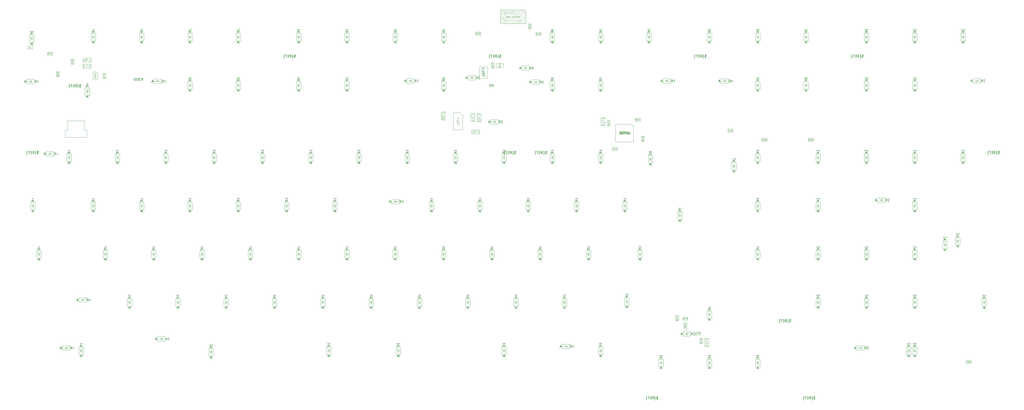
<source format=gbr>
G04 #@! TF.GenerationSoftware,KiCad,Pcbnew,7.0.1*
G04 #@! TF.CreationDate,2023-04-05T01:55:01-04:00*
G04 #@! TF.ProjectId,Boston-keyboard-V081JHA,426f7374-6f6e-42d6-9b65-79626f617264,rev?*
G04 #@! TF.SameCoordinates,Original*
G04 #@! TF.FileFunction,AssemblyDrawing,Bot*
%FSLAX46Y46*%
G04 Gerber Fmt 4.6, Leading zero omitted, Abs format (unit mm)*
G04 Created by KiCad (PCBNEW 7.0.1) date 2023-04-05 01:55:01*
%MOMM*%
%LPD*%
G01*
G04 APERTURE LIST*
%ADD10C,0.150000*%
%ADD11C,0.076200*%
%ADD12C,0.080000*%
%ADD13C,0.120000*%
%ADD14C,0.060000*%
%ADD15C,0.125000*%
%ADD16C,0.075000*%
%ADD17C,0.100000*%
%ADD18C,0.050000*%
G04 APERTURE END LIST*
D10*
X124803244Y-96644345D02*
X123803244Y-96644345D01*
X124803244Y-97215773D02*
X124231815Y-96787202D01*
X123803244Y-97215773D02*
X124374672Y-96644345D01*
D11*
X124803267Y-96161507D02*
X124803267Y-95780507D01*
X124803267Y-95780507D02*
X124712553Y-95780507D01*
X124712553Y-95780507D02*
X124658124Y-95798650D01*
X124658124Y-95798650D02*
X124621839Y-95834936D01*
X124621839Y-95834936D02*
X124603696Y-95871222D01*
X124603696Y-95871222D02*
X124585553Y-95943793D01*
X124585553Y-95943793D02*
X124585553Y-95998222D01*
X124585553Y-95998222D02*
X124603696Y-96070793D01*
X124603696Y-96070793D02*
X124621839Y-96107079D01*
X124621839Y-96107079D02*
X124658124Y-96143365D01*
X124658124Y-96143365D02*
X124712553Y-96161507D01*
X124712553Y-96161507D02*
X124803267Y-96161507D01*
X124440410Y-95816793D02*
X124422267Y-95798650D01*
X124422267Y-95798650D02*
X124385982Y-95780507D01*
X124385982Y-95780507D02*
X124295267Y-95780507D01*
X124295267Y-95780507D02*
X124258982Y-95798650D01*
X124258982Y-95798650D02*
X124240839Y-95816793D01*
X124240839Y-95816793D02*
X124222696Y-95853079D01*
X124222696Y-95853079D02*
X124222696Y-95889365D01*
X124222696Y-95889365D02*
X124240839Y-95943793D01*
X124240839Y-95943793D02*
X124458553Y-96161507D01*
X124458553Y-96161507D02*
X124222696Y-96161507D01*
X123896125Y-95907507D02*
X123896125Y-96161507D01*
X123986839Y-95762365D02*
X124077553Y-96034507D01*
X124077553Y-96034507D02*
X123841696Y-96034507D01*
D10*
X124517529Y-100668155D02*
X124517529Y-101144345D01*
X124803244Y-100572917D02*
X123803244Y-100906250D01*
X123803244Y-100906250D02*
X124803244Y-101239583D01*
X389802083Y-40170000D02*
X389659226Y-40217619D01*
X389659226Y-40217619D02*
X389421131Y-40217619D01*
X389421131Y-40217619D02*
X389325893Y-40170000D01*
X389325893Y-40170000D02*
X389278274Y-40122380D01*
X389278274Y-40122380D02*
X389230655Y-40027142D01*
X389230655Y-40027142D02*
X389230655Y-39931904D01*
X389230655Y-39931904D02*
X389278274Y-39836666D01*
X389278274Y-39836666D02*
X389325893Y-39789047D01*
X389325893Y-39789047D02*
X389421131Y-39741428D01*
X389421131Y-39741428D02*
X389611607Y-39693809D01*
X389611607Y-39693809D02*
X389706845Y-39646190D01*
X389706845Y-39646190D02*
X389754464Y-39598571D01*
X389754464Y-39598571D02*
X389802083Y-39503333D01*
X389802083Y-39503333D02*
X389802083Y-39408095D01*
X389802083Y-39408095D02*
X389754464Y-39312857D01*
X389754464Y-39312857D02*
X389706845Y-39265238D01*
X389706845Y-39265238D02*
X389611607Y-39217619D01*
X389611607Y-39217619D02*
X389373512Y-39217619D01*
X389373512Y-39217619D02*
X389230655Y-39265238D01*
X389516369Y-39074761D02*
X389516369Y-40360476D01*
X388516369Y-40598571D02*
X388563988Y-40598571D01*
X388563988Y-40598571D02*
X388659226Y-40550952D01*
X388659226Y-40550952D02*
X388706845Y-40455714D01*
X388706845Y-40455714D02*
X388706845Y-39979523D01*
X388706845Y-39979523D02*
X388754464Y-39884285D01*
X388754464Y-39884285D02*
X388849702Y-39836666D01*
X388849702Y-39836666D02*
X388754464Y-39789047D01*
X388754464Y-39789047D02*
X388706845Y-39693809D01*
X388706845Y-39693809D02*
X388706845Y-39217619D01*
X388706845Y-39217619D02*
X388659226Y-39122380D01*
X388659226Y-39122380D02*
X388563988Y-39074761D01*
X388563988Y-39074761D02*
X388516369Y-39074761D01*
X387563988Y-40217619D02*
X387897321Y-39741428D01*
X388135416Y-40217619D02*
X388135416Y-39217619D01*
X388135416Y-39217619D02*
X387754464Y-39217619D01*
X387754464Y-39217619D02*
X387659226Y-39265238D01*
X387659226Y-39265238D02*
X387611607Y-39312857D01*
X387611607Y-39312857D02*
X387563988Y-39408095D01*
X387563988Y-39408095D02*
X387563988Y-39550952D01*
X387563988Y-39550952D02*
X387611607Y-39646190D01*
X387611607Y-39646190D02*
X387659226Y-39693809D01*
X387659226Y-39693809D02*
X387754464Y-39741428D01*
X387754464Y-39741428D02*
X388135416Y-39741428D01*
X387135416Y-39693809D02*
X386802083Y-39693809D01*
X386659226Y-40217619D02*
X387135416Y-40217619D01*
X387135416Y-40217619D02*
X387135416Y-39217619D01*
X387135416Y-39217619D02*
X386659226Y-39217619D01*
X385897321Y-39693809D02*
X386230654Y-39693809D01*
X386230654Y-40217619D02*
X386230654Y-39217619D01*
X386230654Y-39217619D02*
X385754464Y-39217619D01*
X385468749Y-40598571D02*
X385421130Y-40598571D01*
X385421130Y-40598571D02*
X385325892Y-40550952D01*
X385325892Y-40550952D02*
X385278273Y-40455714D01*
X385278273Y-40455714D02*
X385278273Y-39979523D01*
X385278273Y-39979523D02*
X385230654Y-39884285D01*
X385230654Y-39884285D02*
X385135416Y-39836666D01*
X385135416Y-39836666D02*
X385230654Y-39789047D01*
X385230654Y-39789047D02*
X385278273Y-39693809D01*
X385278273Y-39693809D02*
X385278273Y-39217619D01*
X385278273Y-39217619D02*
X385325892Y-39122380D01*
X385325892Y-39122380D02*
X385421130Y-39074761D01*
X385421130Y-39074761D02*
X385468749Y-39074761D01*
X165964583Y-40170000D02*
X165821726Y-40217619D01*
X165821726Y-40217619D02*
X165583631Y-40217619D01*
X165583631Y-40217619D02*
X165488393Y-40170000D01*
X165488393Y-40170000D02*
X165440774Y-40122380D01*
X165440774Y-40122380D02*
X165393155Y-40027142D01*
X165393155Y-40027142D02*
X165393155Y-39931904D01*
X165393155Y-39931904D02*
X165440774Y-39836666D01*
X165440774Y-39836666D02*
X165488393Y-39789047D01*
X165488393Y-39789047D02*
X165583631Y-39741428D01*
X165583631Y-39741428D02*
X165774107Y-39693809D01*
X165774107Y-39693809D02*
X165869345Y-39646190D01*
X165869345Y-39646190D02*
X165916964Y-39598571D01*
X165916964Y-39598571D02*
X165964583Y-39503333D01*
X165964583Y-39503333D02*
X165964583Y-39408095D01*
X165964583Y-39408095D02*
X165916964Y-39312857D01*
X165916964Y-39312857D02*
X165869345Y-39265238D01*
X165869345Y-39265238D02*
X165774107Y-39217619D01*
X165774107Y-39217619D02*
X165536012Y-39217619D01*
X165536012Y-39217619D02*
X165393155Y-39265238D01*
X165678869Y-39074761D02*
X165678869Y-40360476D01*
X164678869Y-40598571D02*
X164726488Y-40598571D01*
X164726488Y-40598571D02*
X164821726Y-40550952D01*
X164821726Y-40550952D02*
X164869345Y-40455714D01*
X164869345Y-40455714D02*
X164869345Y-39979523D01*
X164869345Y-39979523D02*
X164916964Y-39884285D01*
X164916964Y-39884285D02*
X165012202Y-39836666D01*
X165012202Y-39836666D02*
X164916964Y-39789047D01*
X164916964Y-39789047D02*
X164869345Y-39693809D01*
X164869345Y-39693809D02*
X164869345Y-39217619D01*
X164869345Y-39217619D02*
X164821726Y-39122380D01*
X164821726Y-39122380D02*
X164726488Y-39074761D01*
X164726488Y-39074761D02*
X164678869Y-39074761D01*
X163726488Y-40217619D02*
X164059821Y-39741428D01*
X164297916Y-40217619D02*
X164297916Y-39217619D01*
X164297916Y-39217619D02*
X163916964Y-39217619D01*
X163916964Y-39217619D02*
X163821726Y-39265238D01*
X163821726Y-39265238D02*
X163774107Y-39312857D01*
X163774107Y-39312857D02*
X163726488Y-39408095D01*
X163726488Y-39408095D02*
X163726488Y-39550952D01*
X163726488Y-39550952D02*
X163774107Y-39646190D01*
X163774107Y-39646190D02*
X163821726Y-39693809D01*
X163821726Y-39693809D02*
X163916964Y-39741428D01*
X163916964Y-39741428D02*
X164297916Y-39741428D01*
X163297916Y-39693809D02*
X162964583Y-39693809D01*
X162821726Y-40217619D02*
X163297916Y-40217619D01*
X163297916Y-40217619D02*
X163297916Y-39217619D01*
X163297916Y-39217619D02*
X162821726Y-39217619D01*
X162059821Y-39693809D02*
X162393154Y-39693809D01*
X162393154Y-40217619D02*
X162393154Y-39217619D01*
X162393154Y-39217619D02*
X161916964Y-39217619D01*
X161631249Y-40598571D02*
X161583630Y-40598571D01*
X161583630Y-40598571D02*
X161488392Y-40550952D01*
X161488392Y-40550952D02*
X161440773Y-40455714D01*
X161440773Y-40455714D02*
X161440773Y-39979523D01*
X161440773Y-39979523D02*
X161393154Y-39884285D01*
X161393154Y-39884285D02*
X161297916Y-39836666D01*
X161297916Y-39836666D02*
X161393154Y-39789047D01*
X161393154Y-39789047D02*
X161440773Y-39693809D01*
X161440773Y-39693809D02*
X161440773Y-39217619D01*
X161440773Y-39217619D02*
X161488392Y-39122380D01*
X161488392Y-39122380D02*
X161583630Y-39074761D01*
X161583630Y-39074761D02*
X161631249Y-39074761D01*
D12*
X262259523Y-31256309D02*
X262426189Y-31018214D01*
X262545237Y-31256309D02*
X262545237Y-30756309D01*
X262545237Y-30756309D02*
X262354761Y-30756309D01*
X262354761Y-30756309D02*
X262307142Y-30780119D01*
X262307142Y-30780119D02*
X262283332Y-30803928D01*
X262283332Y-30803928D02*
X262259523Y-30851547D01*
X262259523Y-30851547D02*
X262259523Y-30922976D01*
X262259523Y-30922976D02*
X262283332Y-30970595D01*
X262283332Y-30970595D02*
X262307142Y-30994404D01*
X262307142Y-30994404D02*
X262354761Y-31018214D01*
X262354761Y-31018214D02*
X262545237Y-31018214D01*
X262092856Y-30756309D02*
X261759523Y-30756309D01*
X261759523Y-30756309D02*
X261973808Y-31256309D01*
X261473809Y-30756309D02*
X261426190Y-30756309D01*
X261426190Y-30756309D02*
X261378571Y-30780119D01*
X261378571Y-30780119D02*
X261354761Y-30803928D01*
X261354761Y-30803928D02*
X261330952Y-30851547D01*
X261330952Y-30851547D02*
X261307142Y-30946785D01*
X261307142Y-30946785D02*
X261307142Y-31065833D01*
X261307142Y-31065833D02*
X261330952Y-31161071D01*
X261330952Y-31161071D02*
X261354761Y-31208690D01*
X261354761Y-31208690D02*
X261378571Y-31232500D01*
X261378571Y-31232500D02*
X261426190Y-31256309D01*
X261426190Y-31256309D02*
X261473809Y-31256309D01*
X261473809Y-31256309D02*
X261521428Y-31232500D01*
X261521428Y-31232500D02*
X261545237Y-31208690D01*
X261545237Y-31208690D02*
X261569047Y-31161071D01*
X261569047Y-31161071D02*
X261592856Y-31065833D01*
X261592856Y-31065833D02*
X261592856Y-30946785D01*
X261592856Y-30946785D02*
X261569047Y-30851547D01*
X261569047Y-30851547D02*
X261545237Y-30803928D01*
X261545237Y-30803928D02*
X261521428Y-30780119D01*
X261521428Y-30780119D02*
X261473809Y-30756309D01*
X260854762Y-30756309D02*
X261092857Y-30756309D01*
X261092857Y-30756309D02*
X261116666Y-30994404D01*
X261116666Y-30994404D02*
X261092857Y-30970595D01*
X261092857Y-30970595D02*
X261045238Y-30946785D01*
X261045238Y-30946785D02*
X260926190Y-30946785D01*
X260926190Y-30946785D02*
X260878571Y-30970595D01*
X260878571Y-30970595D02*
X260854762Y-30994404D01*
X260854762Y-30994404D02*
X260830952Y-31042023D01*
X260830952Y-31042023D02*
X260830952Y-31161071D01*
X260830952Y-31161071D02*
X260854762Y-31208690D01*
X260854762Y-31208690D02*
X260878571Y-31232500D01*
X260878571Y-31232500D02*
X260926190Y-31256309D01*
X260926190Y-31256309D02*
X261045238Y-31256309D01*
X261045238Y-31256309D02*
X261092857Y-31232500D01*
X261092857Y-31232500D02*
X261116666Y-31208690D01*
D13*
X237795237Y-69918904D02*
X237833333Y-69957000D01*
X237833333Y-69957000D02*
X237947618Y-69995095D01*
X237947618Y-69995095D02*
X238023809Y-69995095D01*
X238023809Y-69995095D02*
X238138095Y-69957000D01*
X238138095Y-69957000D02*
X238214285Y-69880809D01*
X238214285Y-69880809D02*
X238252380Y-69804619D01*
X238252380Y-69804619D02*
X238290476Y-69652238D01*
X238290476Y-69652238D02*
X238290476Y-69537952D01*
X238290476Y-69537952D02*
X238252380Y-69385571D01*
X238252380Y-69385571D02*
X238214285Y-69309380D01*
X238214285Y-69309380D02*
X238138095Y-69233190D01*
X238138095Y-69233190D02*
X238023809Y-69195095D01*
X238023809Y-69195095D02*
X237947618Y-69195095D01*
X237947618Y-69195095D02*
X237833333Y-69233190D01*
X237833333Y-69233190D02*
X237795237Y-69271285D01*
X237528571Y-69195095D02*
X236995237Y-69195095D01*
X236995237Y-69195095D02*
X237338095Y-69995095D01*
X236538094Y-69195095D02*
X236461904Y-69195095D01*
X236461904Y-69195095D02*
X236385713Y-69233190D01*
X236385713Y-69233190D02*
X236347618Y-69271285D01*
X236347618Y-69271285D02*
X236309523Y-69347476D01*
X236309523Y-69347476D02*
X236271428Y-69499857D01*
X236271428Y-69499857D02*
X236271428Y-69690333D01*
X236271428Y-69690333D02*
X236309523Y-69842714D01*
X236309523Y-69842714D02*
X236347618Y-69918904D01*
X236347618Y-69918904D02*
X236385713Y-69957000D01*
X236385713Y-69957000D02*
X236461904Y-69995095D01*
X236461904Y-69995095D02*
X236538094Y-69995095D01*
X236538094Y-69995095D02*
X236614285Y-69957000D01*
X236614285Y-69957000D02*
X236652380Y-69918904D01*
X236652380Y-69918904D02*
X236690475Y-69842714D01*
X236690475Y-69842714D02*
X236728571Y-69690333D01*
X236728571Y-69690333D02*
X236728571Y-69499857D01*
X236728571Y-69499857D02*
X236690475Y-69347476D01*
X236690475Y-69347476D02*
X236652380Y-69271285D01*
X236652380Y-69271285D02*
X236614285Y-69233190D01*
X236614285Y-69233190D02*
X236538094Y-69195095D01*
X235509523Y-69995095D02*
X235966666Y-69995095D01*
X235738094Y-69995095D02*
X235738094Y-69195095D01*
X235738094Y-69195095D02*
X235814285Y-69309380D01*
X235814285Y-69309380D02*
X235890475Y-69385571D01*
X235890475Y-69385571D02*
X235966666Y-69423666D01*
D10*
X239103244Y-96644345D02*
X238103244Y-96644345D01*
X239103244Y-97215773D02*
X238531815Y-96787202D01*
X238103244Y-97215773D02*
X238674672Y-96644345D01*
X238817529Y-100668155D02*
X238817529Y-101144345D01*
X239103244Y-100572917D02*
X238103244Y-100906250D01*
X238103244Y-100906250D02*
X239103244Y-101239583D01*
D11*
X239103267Y-96161507D02*
X239103267Y-95780507D01*
X239103267Y-95780507D02*
X239012553Y-95780507D01*
X239012553Y-95780507D02*
X238958124Y-95798650D01*
X238958124Y-95798650D02*
X238921839Y-95834936D01*
X238921839Y-95834936D02*
X238903696Y-95871222D01*
X238903696Y-95871222D02*
X238885553Y-95943793D01*
X238885553Y-95943793D02*
X238885553Y-95998222D01*
X238885553Y-95998222D02*
X238903696Y-96070793D01*
X238903696Y-96070793D02*
X238921839Y-96107079D01*
X238921839Y-96107079D02*
X238958124Y-96143365D01*
X238958124Y-96143365D02*
X239012553Y-96161507D01*
X239012553Y-96161507D02*
X239103267Y-96161507D01*
X238558982Y-95780507D02*
X238631553Y-95780507D01*
X238631553Y-95780507D02*
X238667839Y-95798650D01*
X238667839Y-95798650D02*
X238685982Y-95816793D01*
X238685982Y-95816793D02*
X238722267Y-95871222D01*
X238722267Y-95871222D02*
X238740410Y-95943793D01*
X238740410Y-95943793D02*
X238740410Y-96088936D01*
X238740410Y-96088936D02*
X238722267Y-96125222D01*
X238722267Y-96125222D02*
X238704124Y-96143365D01*
X238704124Y-96143365D02*
X238667839Y-96161507D01*
X238667839Y-96161507D02*
X238595267Y-96161507D01*
X238595267Y-96161507D02*
X238558982Y-96143365D01*
X238558982Y-96143365D02*
X238540839Y-96125222D01*
X238540839Y-96125222D02*
X238522696Y-96088936D01*
X238522696Y-96088936D02*
X238522696Y-95998222D01*
X238522696Y-95998222D02*
X238540839Y-95961936D01*
X238540839Y-95961936D02*
X238558982Y-95943793D01*
X238558982Y-95943793D02*
X238595267Y-95925650D01*
X238595267Y-95925650D02*
X238667839Y-95925650D01*
X238667839Y-95925650D02*
X238704124Y-95943793D01*
X238704124Y-95943793D02*
X238722267Y-95961936D01*
X238722267Y-95961936D02*
X238740410Y-95998222D01*
X238159839Y-96161507D02*
X238377553Y-96161507D01*
X238268696Y-96161507D02*
X238268696Y-95780507D01*
X238268696Y-95780507D02*
X238304982Y-95834936D01*
X238304982Y-95834936D02*
X238341267Y-95871222D01*
X238341267Y-95871222D02*
X238377553Y-95889365D01*
X263597257Y-49462357D02*
X263216257Y-49462357D01*
X263216257Y-49462357D02*
X263216257Y-49553071D01*
X263216257Y-49553071D02*
X263234400Y-49607500D01*
X263234400Y-49607500D02*
X263270686Y-49643785D01*
X263270686Y-49643785D02*
X263306972Y-49661928D01*
X263306972Y-49661928D02*
X263379543Y-49680071D01*
X263379543Y-49680071D02*
X263433972Y-49680071D01*
X263433972Y-49680071D02*
X263506543Y-49661928D01*
X263506543Y-49661928D02*
X263542829Y-49643785D01*
X263542829Y-49643785D02*
X263579115Y-49607500D01*
X263579115Y-49607500D02*
X263597257Y-49553071D01*
X263597257Y-49553071D02*
X263597257Y-49462357D01*
X263216257Y-50024785D02*
X263216257Y-49843357D01*
X263216257Y-49843357D02*
X263397686Y-49825214D01*
X263397686Y-49825214D02*
X263379543Y-49843357D01*
X263379543Y-49843357D02*
X263361400Y-49879643D01*
X263361400Y-49879643D02*
X263361400Y-49970357D01*
X263361400Y-49970357D02*
X263379543Y-50006643D01*
X263379543Y-50006643D02*
X263397686Y-50024785D01*
X263397686Y-50024785D02*
X263433972Y-50042928D01*
X263433972Y-50042928D02*
X263524686Y-50042928D01*
X263524686Y-50042928D02*
X263560972Y-50024785D01*
X263560972Y-50024785D02*
X263579115Y-50006643D01*
X263579115Y-50006643D02*
X263597257Y-49970357D01*
X263597257Y-49970357D02*
X263597257Y-49879643D01*
X263597257Y-49879643D02*
X263579115Y-49843357D01*
X263579115Y-49843357D02*
X263560972Y-49825214D01*
X263597257Y-50224357D02*
X263597257Y-50296928D01*
X263597257Y-50296928D02*
X263579115Y-50333214D01*
X263579115Y-50333214D02*
X263560972Y-50351357D01*
X263560972Y-50351357D02*
X263506543Y-50387642D01*
X263506543Y-50387642D02*
X263433972Y-50405785D01*
X263433972Y-50405785D02*
X263288829Y-50405785D01*
X263288829Y-50405785D02*
X263252543Y-50387642D01*
X263252543Y-50387642D02*
X263234400Y-50369500D01*
X263234400Y-50369500D02*
X263216257Y-50333214D01*
X263216257Y-50333214D02*
X263216257Y-50260642D01*
X263216257Y-50260642D02*
X263234400Y-50224357D01*
X263234400Y-50224357D02*
X263252543Y-50206214D01*
X263252543Y-50206214D02*
X263288829Y-50188071D01*
X263288829Y-50188071D02*
X263379543Y-50188071D01*
X263379543Y-50188071D02*
X263415829Y-50206214D01*
X263415829Y-50206214D02*
X263433972Y-50224357D01*
X263433972Y-50224357D02*
X263452115Y-50260642D01*
X263452115Y-50260642D02*
X263452115Y-50333214D01*
X263452115Y-50333214D02*
X263433972Y-50369500D01*
X263433972Y-50369500D02*
X263415829Y-50387642D01*
X263415829Y-50387642D02*
X263379543Y-50405785D01*
D10*
X258738094Y-50101904D02*
X258261904Y-50101904D01*
X258833332Y-50387619D02*
X258499999Y-49387619D01*
X258499999Y-49387619D02*
X258166666Y-50387619D01*
X262761904Y-50387619D02*
X262761904Y-49387619D01*
X262190476Y-50387619D02*
X262619047Y-49816190D01*
X262190476Y-49387619D02*
X262761904Y-49959047D01*
D13*
X238693904Y-63129762D02*
X238732000Y-63091666D01*
X238732000Y-63091666D02*
X238770095Y-62977381D01*
X238770095Y-62977381D02*
X238770095Y-62901190D01*
X238770095Y-62901190D02*
X238732000Y-62786904D01*
X238732000Y-62786904D02*
X238655809Y-62710714D01*
X238655809Y-62710714D02*
X238579619Y-62672619D01*
X238579619Y-62672619D02*
X238427238Y-62634523D01*
X238427238Y-62634523D02*
X238312952Y-62634523D01*
X238312952Y-62634523D02*
X238160571Y-62672619D01*
X238160571Y-62672619D02*
X238084380Y-62710714D01*
X238084380Y-62710714D02*
X238008190Y-62786904D01*
X238008190Y-62786904D02*
X237970095Y-62901190D01*
X237970095Y-62901190D02*
X237970095Y-62977381D01*
X237970095Y-62977381D02*
X238008190Y-63091666D01*
X238008190Y-63091666D02*
X238046285Y-63129762D01*
X237970095Y-63396428D02*
X237970095Y-63929762D01*
X237970095Y-63929762D02*
X238770095Y-63586904D01*
X237970095Y-64386905D02*
X237970095Y-64463095D01*
X237970095Y-64463095D02*
X238008190Y-64539286D01*
X238008190Y-64539286D02*
X238046285Y-64577381D01*
X238046285Y-64577381D02*
X238122476Y-64615476D01*
X238122476Y-64615476D02*
X238274857Y-64653571D01*
X238274857Y-64653571D02*
X238465333Y-64653571D01*
X238465333Y-64653571D02*
X238617714Y-64615476D01*
X238617714Y-64615476D02*
X238693904Y-64577381D01*
X238693904Y-64577381D02*
X238732000Y-64539286D01*
X238732000Y-64539286D02*
X238770095Y-64463095D01*
X238770095Y-64463095D02*
X238770095Y-64386905D01*
X238770095Y-64386905D02*
X238732000Y-64310714D01*
X238732000Y-64310714D02*
X238693904Y-64272619D01*
X238693904Y-64272619D02*
X238617714Y-64234524D01*
X238617714Y-64234524D02*
X238465333Y-64196428D01*
X238465333Y-64196428D02*
X238274857Y-64196428D01*
X238274857Y-64196428D02*
X238122476Y-64234524D01*
X238122476Y-64234524D02*
X238046285Y-64272619D01*
X238046285Y-64272619D02*
X238008190Y-64310714D01*
X238008190Y-64310714D02*
X237970095Y-64386905D01*
X237970095Y-64920238D02*
X237970095Y-65415476D01*
X237970095Y-65415476D02*
X238274857Y-65148810D01*
X238274857Y-65148810D02*
X238274857Y-65263095D01*
X238274857Y-65263095D02*
X238312952Y-65339286D01*
X238312952Y-65339286D02*
X238351047Y-65377381D01*
X238351047Y-65377381D02*
X238427238Y-65415476D01*
X238427238Y-65415476D02*
X238617714Y-65415476D01*
X238617714Y-65415476D02*
X238693904Y-65377381D01*
X238693904Y-65377381D02*
X238732000Y-65339286D01*
X238732000Y-65339286D02*
X238770095Y-65263095D01*
X238770095Y-65263095D02*
X238770095Y-65034524D01*
X238770095Y-65034524D02*
X238732000Y-64958333D01*
X238732000Y-64958333D02*
X238693904Y-64920238D01*
D10*
X308839583Y-175025000D02*
X308696726Y-175072619D01*
X308696726Y-175072619D02*
X308458631Y-175072619D01*
X308458631Y-175072619D02*
X308363393Y-175025000D01*
X308363393Y-175025000D02*
X308315774Y-174977380D01*
X308315774Y-174977380D02*
X308268155Y-174882142D01*
X308268155Y-174882142D02*
X308268155Y-174786904D01*
X308268155Y-174786904D02*
X308315774Y-174691666D01*
X308315774Y-174691666D02*
X308363393Y-174644047D01*
X308363393Y-174644047D02*
X308458631Y-174596428D01*
X308458631Y-174596428D02*
X308649107Y-174548809D01*
X308649107Y-174548809D02*
X308744345Y-174501190D01*
X308744345Y-174501190D02*
X308791964Y-174453571D01*
X308791964Y-174453571D02*
X308839583Y-174358333D01*
X308839583Y-174358333D02*
X308839583Y-174263095D01*
X308839583Y-174263095D02*
X308791964Y-174167857D01*
X308791964Y-174167857D02*
X308744345Y-174120238D01*
X308744345Y-174120238D02*
X308649107Y-174072619D01*
X308649107Y-174072619D02*
X308411012Y-174072619D01*
X308411012Y-174072619D02*
X308268155Y-174120238D01*
X308553869Y-173929761D02*
X308553869Y-175215476D01*
X307553869Y-175453571D02*
X307601488Y-175453571D01*
X307601488Y-175453571D02*
X307696726Y-175405952D01*
X307696726Y-175405952D02*
X307744345Y-175310714D01*
X307744345Y-175310714D02*
X307744345Y-174834523D01*
X307744345Y-174834523D02*
X307791964Y-174739285D01*
X307791964Y-174739285D02*
X307887202Y-174691666D01*
X307887202Y-174691666D02*
X307791964Y-174644047D01*
X307791964Y-174644047D02*
X307744345Y-174548809D01*
X307744345Y-174548809D02*
X307744345Y-174072619D01*
X307744345Y-174072619D02*
X307696726Y-173977380D01*
X307696726Y-173977380D02*
X307601488Y-173929761D01*
X307601488Y-173929761D02*
X307553869Y-173929761D01*
X306601488Y-175072619D02*
X306934821Y-174596428D01*
X307172916Y-175072619D02*
X307172916Y-174072619D01*
X307172916Y-174072619D02*
X306791964Y-174072619D01*
X306791964Y-174072619D02*
X306696726Y-174120238D01*
X306696726Y-174120238D02*
X306649107Y-174167857D01*
X306649107Y-174167857D02*
X306601488Y-174263095D01*
X306601488Y-174263095D02*
X306601488Y-174405952D01*
X306601488Y-174405952D02*
X306649107Y-174501190D01*
X306649107Y-174501190D02*
X306696726Y-174548809D01*
X306696726Y-174548809D02*
X306791964Y-174596428D01*
X306791964Y-174596428D02*
X307172916Y-174596428D01*
X306172916Y-174548809D02*
X305839583Y-174548809D01*
X305696726Y-175072619D02*
X306172916Y-175072619D01*
X306172916Y-175072619D02*
X306172916Y-174072619D01*
X306172916Y-174072619D02*
X305696726Y-174072619D01*
X304934821Y-174548809D02*
X305268154Y-174548809D01*
X305268154Y-175072619D02*
X305268154Y-174072619D01*
X305268154Y-174072619D02*
X304791964Y-174072619D01*
X304506249Y-175453571D02*
X304458630Y-175453571D01*
X304458630Y-175453571D02*
X304363392Y-175405952D01*
X304363392Y-175405952D02*
X304315773Y-175310714D01*
X304315773Y-175310714D02*
X304315773Y-174834523D01*
X304315773Y-174834523D02*
X304268154Y-174739285D01*
X304268154Y-174739285D02*
X304172916Y-174691666D01*
X304172916Y-174691666D02*
X304268154Y-174644047D01*
X304268154Y-174644047D02*
X304315773Y-174548809D01*
X304315773Y-174548809D02*
X304315773Y-174072619D01*
X304315773Y-174072619D02*
X304363392Y-173977380D01*
X304363392Y-173977380D02*
X304458630Y-173929761D01*
X304458630Y-173929761D02*
X304506249Y-173929761D01*
D11*
X286728267Y-48536507D02*
X286728267Y-48155507D01*
X286728267Y-48155507D02*
X286637553Y-48155507D01*
X286637553Y-48155507D02*
X286583124Y-48173650D01*
X286583124Y-48173650D02*
X286546839Y-48209936D01*
X286546839Y-48209936D02*
X286528696Y-48246222D01*
X286528696Y-48246222D02*
X286510553Y-48318793D01*
X286510553Y-48318793D02*
X286510553Y-48373222D01*
X286510553Y-48373222D02*
X286528696Y-48445793D01*
X286528696Y-48445793D02*
X286546839Y-48482079D01*
X286546839Y-48482079D02*
X286583124Y-48518365D01*
X286583124Y-48518365D02*
X286637553Y-48536507D01*
X286637553Y-48536507D02*
X286728267Y-48536507D01*
X286383553Y-48155507D02*
X286129553Y-48155507D01*
X286129553Y-48155507D02*
X286292839Y-48536507D01*
X286020696Y-48155507D02*
X285784839Y-48155507D01*
X285784839Y-48155507D02*
X285911839Y-48300650D01*
X285911839Y-48300650D02*
X285857410Y-48300650D01*
X285857410Y-48300650D02*
X285821125Y-48318793D01*
X285821125Y-48318793D02*
X285802982Y-48336936D01*
X285802982Y-48336936D02*
X285784839Y-48373222D01*
X285784839Y-48373222D02*
X285784839Y-48463936D01*
X285784839Y-48463936D02*
X285802982Y-48500222D01*
X285802982Y-48500222D02*
X285821125Y-48518365D01*
X285821125Y-48518365D02*
X285857410Y-48536507D01*
X285857410Y-48536507D02*
X285966267Y-48536507D01*
X285966267Y-48536507D02*
X286002553Y-48518365D01*
X286002553Y-48518365D02*
X286020696Y-48500222D01*
D10*
X286442529Y-53043155D02*
X286442529Y-53519345D01*
X286728244Y-52947917D02*
X285728244Y-53281250D01*
X285728244Y-53281250D02*
X286728244Y-53614583D01*
X286728244Y-49019345D02*
X285728244Y-49019345D01*
X286728244Y-49590773D02*
X286156815Y-49162202D01*
X285728244Y-49590773D02*
X286299672Y-49019345D01*
X443507333Y-78207500D02*
X443364476Y-78255119D01*
X443364476Y-78255119D02*
X443126381Y-78255119D01*
X443126381Y-78255119D02*
X443031143Y-78207500D01*
X443031143Y-78207500D02*
X442983524Y-78159880D01*
X442983524Y-78159880D02*
X442935905Y-78064642D01*
X442935905Y-78064642D02*
X442935905Y-77969404D01*
X442935905Y-77969404D02*
X442983524Y-77874166D01*
X442983524Y-77874166D02*
X443031143Y-77826547D01*
X443031143Y-77826547D02*
X443126381Y-77778928D01*
X443126381Y-77778928D02*
X443316857Y-77731309D01*
X443316857Y-77731309D02*
X443412095Y-77683690D01*
X443412095Y-77683690D02*
X443459714Y-77636071D01*
X443459714Y-77636071D02*
X443507333Y-77540833D01*
X443507333Y-77540833D02*
X443507333Y-77445595D01*
X443507333Y-77445595D02*
X443459714Y-77350357D01*
X443459714Y-77350357D02*
X443412095Y-77302738D01*
X443412095Y-77302738D02*
X443316857Y-77255119D01*
X443316857Y-77255119D02*
X443078762Y-77255119D01*
X443078762Y-77255119D02*
X442935905Y-77302738D01*
X443221619Y-77112261D02*
X443221619Y-78397976D01*
X442221619Y-78636071D02*
X442269238Y-78636071D01*
X442269238Y-78636071D02*
X442364476Y-78588452D01*
X442364476Y-78588452D02*
X442412095Y-78493214D01*
X442412095Y-78493214D02*
X442412095Y-78017023D01*
X442412095Y-78017023D02*
X442459714Y-77921785D01*
X442459714Y-77921785D02*
X442554952Y-77874166D01*
X442554952Y-77874166D02*
X442459714Y-77826547D01*
X442459714Y-77826547D02*
X442412095Y-77731309D01*
X442412095Y-77731309D02*
X442412095Y-77255119D01*
X442412095Y-77255119D02*
X442364476Y-77159880D01*
X442364476Y-77159880D02*
X442269238Y-77112261D01*
X442269238Y-77112261D02*
X442221619Y-77112261D01*
X441269238Y-78255119D02*
X441602571Y-77778928D01*
X441840666Y-78255119D02*
X441840666Y-77255119D01*
X441840666Y-77255119D02*
X441459714Y-77255119D01*
X441459714Y-77255119D02*
X441364476Y-77302738D01*
X441364476Y-77302738D02*
X441316857Y-77350357D01*
X441316857Y-77350357D02*
X441269238Y-77445595D01*
X441269238Y-77445595D02*
X441269238Y-77588452D01*
X441269238Y-77588452D02*
X441316857Y-77683690D01*
X441316857Y-77683690D02*
X441364476Y-77731309D01*
X441364476Y-77731309D02*
X441459714Y-77778928D01*
X441459714Y-77778928D02*
X441840666Y-77778928D01*
X440840666Y-77731309D02*
X440507333Y-77731309D01*
X440364476Y-78255119D02*
X440840666Y-78255119D01*
X440840666Y-78255119D02*
X440840666Y-77255119D01*
X440840666Y-77255119D02*
X440364476Y-77255119D01*
X439602571Y-77731309D02*
X439935904Y-77731309D01*
X439935904Y-78255119D02*
X439935904Y-77255119D01*
X439935904Y-77255119D02*
X439459714Y-77255119D01*
X439173999Y-78636071D02*
X439126380Y-78636071D01*
X439126380Y-78636071D02*
X439031142Y-78588452D01*
X439031142Y-78588452D02*
X438983523Y-78493214D01*
X438983523Y-78493214D02*
X438983523Y-78017023D01*
X438983523Y-78017023D02*
X438935904Y-77921785D01*
X438935904Y-77921785D02*
X438840666Y-77874166D01*
X438840666Y-77874166D02*
X438935904Y-77826547D01*
X438935904Y-77826547D02*
X438983523Y-77731309D01*
X438983523Y-77731309D02*
X438983523Y-77255119D01*
X438983523Y-77255119D02*
X439031142Y-77159880D01*
X439031142Y-77159880D02*
X439126380Y-77112261D01*
X439126380Y-77112261D02*
X439173999Y-77112261D01*
D11*
X224815767Y-48536507D02*
X224815767Y-48155507D01*
X224815767Y-48155507D02*
X224725053Y-48155507D01*
X224725053Y-48155507D02*
X224670624Y-48173650D01*
X224670624Y-48173650D02*
X224634339Y-48209936D01*
X224634339Y-48209936D02*
X224616196Y-48246222D01*
X224616196Y-48246222D02*
X224598053Y-48318793D01*
X224598053Y-48318793D02*
X224598053Y-48373222D01*
X224598053Y-48373222D02*
X224616196Y-48445793D01*
X224616196Y-48445793D02*
X224634339Y-48482079D01*
X224634339Y-48482079D02*
X224670624Y-48518365D01*
X224670624Y-48518365D02*
X224725053Y-48536507D01*
X224725053Y-48536507D02*
X224815767Y-48536507D01*
X224253339Y-48155507D02*
X224434767Y-48155507D01*
X224434767Y-48155507D02*
X224452910Y-48336936D01*
X224452910Y-48336936D02*
X224434767Y-48318793D01*
X224434767Y-48318793D02*
X224398482Y-48300650D01*
X224398482Y-48300650D02*
X224307767Y-48300650D01*
X224307767Y-48300650D02*
X224271482Y-48318793D01*
X224271482Y-48318793D02*
X224253339Y-48336936D01*
X224253339Y-48336936D02*
X224235196Y-48373222D01*
X224235196Y-48373222D02*
X224235196Y-48463936D01*
X224235196Y-48463936D02*
X224253339Y-48500222D01*
X224253339Y-48500222D02*
X224271482Y-48518365D01*
X224271482Y-48518365D02*
X224307767Y-48536507D01*
X224307767Y-48536507D02*
X224398482Y-48536507D01*
X224398482Y-48536507D02*
X224434767Y-48518365D01*
X224434767Y-48518365D02*
X224452910Y-48500222D01*
X224108196Y-48155507D02*
X223872339Y-48155507D01*
X223872339Y-48155507D02*
X223999339Y-48300650D01*
X223999339Y-48300650D02*
X223944910Y-48300650D01*
X223944910Y-48300650D02*
X223908625Y-48318793D01*
X223908625Y-48318793D02*
X223890482Y-48336936D01*
X223890482Y-48336936D02*
X223872339Y-48373222D01*
X223872339Y-48373222D02*
X223872339Y-48463936D01*
X223872339Y-48463936D02*
X223890482Y-48500222D01*
X223890482Y-48500222D02*
X223908625Y-48518365D01*
X223908625Y-48518365D02*
X223944910Y-48536507D01*
X223944910Y-48536507D02*
X224053767Y-48536507D01*
X224053767Y-48536507D02*
X224090053Y-48518365D01*
X224090053Y-48518365D02*
X224108196Y-48500222D01*
D10*
X224530029Y-53043155D02*
X224530029Y-53519345D01*
X224815744Y-52947917D02*
X223815744Y-53281250D01*
X223815744Y-53281250D02*
X224815744Y-53614583D01*
X224815744Y-49019345D02*
X223815744Y-49019345D01*
X224815744Y-49590773D02*
X224244315Y-49162202D01*
X223815744Y-49590773D02*
X224387172Y-49019345D01*
D13*
X229570095Y-64053571D02*
X230217714Y-64053571D01*
X230217714Y-64053571D02*
X230293904Y-64091666D01*
X230293904Y-64091666D02*
X230332000Y-64129761D01*
X230332000Y-64129761D02*
X230370095Y-64205952D01*
X230370095Y-64205952D02*
X230370095Y-64358333D01*
X230370095Y-64358333D02*
X230332000Y-64434523D01*
X230332000Y-64434523D02*
X230293904Y-64472618D01*
X230293904Y-64472618D02*
X230217714Y-64510714D01*
X230217714Y-64510714D02*
X229570095Y-64510714D01*
X229570095Y-64815475D02*
X229570095Y-65348809D01*
X229570095Y-65348809D02*
X230370095Y-65005951D01*
X229570095Y-65805952D02*
X229570095Y-65882142D01*
X229570095Y-65882142D02*
X229608190Y-65958333D01*
X229608190Y-65958333D02*
X229646285Y-65996428D01*
X229646285Y-65996428D02*
X229722476Y-66034523D01*
X229722476Y-66034523D02*
X229874857Y-66072618D01*
X229874857Y-66072618D02*
X230065333Y-66072618D01*
X230065333Y-66072618D02*
X230217714Y-66034523D01*
X230217714Y-66034523D02*
X230293904Y-65996428D01*
X230293904Y-65996428D02*
X230332000Y-65958333D01*
X230332000Y-65958333D02*
X230370095Y-65882142D01*
X230370095Y-65882142D02*
X230370095Y-65805952D01*
X230370095Y-65805952D02*
X230332000Y-65729761D01*
X230332000Y-65729761D02*
X230293904Y-65691666D01*
X230293904Y-65691666D02*
X230217714Y-65653571D01*
X230217714Y-65653571D02*
X230065333Y-65615475D01*
X230065333Y-65615475D02*
X229874857Y-65615475D01*
X229874857Y-65615475D02*
X229722476Y-65653571D01*
X229722476Y-65653571D02*
X229646285Y-65691666D01*
X229646285Y-65691666D02*
X229608190Y-65729761D01*
X229608190Y-65729761D02*
X229570095Y-65805952D01*
X229646285Y-66377380D02*
X229608190Y-66415476D01*
X229608190Y-66415476D02*
X229570095Y-66491666D01*
X229570095Y-66491666D02*
X229570095Y-66682142D01*
X229570095Y-66682142D02*
X229608190Y-66758333D01*
X229608190Y-66758333D02*
X229646285Y-66796428D01*
X229646285Y-66796428D02*
X229722476Y-66834523D01*
X229722476Y-66834523D02*
X229798666Y-66834523D01*
X229798666Y-66834523D02*
X229912952Y-66796428D01*
X229912952Y-66796428D02*
X230370095Y-66339285D01*
X230370095Y-66339285D02*
X230370095Y-66834523D01*
D10*
X277241369Y-96644345D02*
X276241369Y-96644345D01*
X277241369Y-97215773D02*
X276669940Y-96787202D01*
X276241369Y-97215773D02*
X276812797Y-96644345D01*
X276955654Y-100668155D02*
X276955654Y-101144345D01*
X277241369Y-100572917D02*
X276241369Y-100906250D01*
X276241369Y-100906250D02*
X277241369Y-101239583D01*
D11*
X277241392Y-96161507D02*
X277241392Y-95780507D01*
X277241392Y-95780507D02*
X277150678Y-95780507D01*
X277150678Y-95780507D02*
X277096249Y-95798650D01*
X277096249Y-95798650D02*
X277059964Y-95834936D01*
X277059964Y-95834936D02*
X277041821Y-95871222D01*
X277041821Y-95871222D02*
X277023678Y-95943793D01*
X277023678Y-95943793D02*
X277023678Y-95998222D01*
X277023678Y-95998222D02*
X277041821Y-96070793D01*
X277041821Y-96070793D02*
X277059964Y-96107079D01*
X277059964Y-96107079D02*
X277096249Y-96143365D01*
X277096249Y-96143365D02*
X277150678Y-96161507D01*
X277150678Y-96161507D02*
X277241392Y-96161507D01*
X276896678Y-95780507D02*
X276642678Y-95780507D01*
X276642678Y-95780507D02*
X276805964Y-96161507D01*
X276316107Y-95780507D02*
X276497535Y-95780507D01*
X276497535Y-95780507D02*
X276515678Y-95961936D01*
X276515678Y-95961936D02*
X276497535Y-95943793D01*
X276497535Y-95943793D02*
X276461250Y-95925650D01*
X276461250Y-95925650D02*
X276370535Y-95925650D01*
X276370535Y-95925650D02*
X276334250Y-95943793D01*
X276334250Y-95943793D02*
X276316107Y-95961936D01*
X276316107Y-95961936D02*
X276297964Y-95998222D01*
X276297964Y-95998222D02*
X276297964Y-96088936D01*
X276297964Y-96088936D02*
X276316107Y-96125222D01*
X276316107Y-96125222D02*
X276334250Y-96143365D01*
X276334250Y-96143365D02*
X276370535Y-96161507D01*
X276370535Y-96161507D02*
X276461250Y-96161507D01*
X276461250Y-96161507D02*
X276497535Y-96143365D01*
X276497535Y-96143365D02*
X276515678Y-96125222D01*
D10*
X348355029Y-81618155D02*
X348355029Y-82094345D01*
X348640744Y-81522917D02*
X347640744Y-81856250D01*
X347640744Y-81856250D02*
X348640744Y-82189583D01*
D11*
X348640767Y-77111507D02*
X348640767Y-76730507D01*
X348640767Y-76730507D02*
X348550053Y-76730507D01*
X348550053Y-76730507D02*
X348495624Y-76748650D01*
X348495624Y-76748650D02*
X348459339Y-76784936D01*
X348459339Y-76784936D02*
X348441196Y-76821222D01*
X348441196Y-76821222D02*
X348423053Y-76893793D01*
X348423053Y-76893793D02*
X348423053Y-76948222D01*
X348423053Y-76948222D02*
X348441196Y-77020793D01*
X348441196Y-77020793D02*
X348459339Y-77057079D01*
X348459339Y-77057079D02*
X348495624Y-77093365D01*
X348495624Y-77093365D02*
X348550053Y-77111507D01*
X348550053Y-77111507D02*
X348640767Y-77111507D01*
X348241624Y-77111507D02*
X348169053Y-77111507D01*
X348169053Y-77111507D02*
X348132767Y-77093365D01*
X348132767Y-77093365D02*
X348114624Y-77075222D01*
X348114624Y-77075222D02*
X348078339Y-77020793D01*
X348078339Y-77020793D02*
X348060196Y-76948222D01*
X348060196Y-76948222D02*
X348060196Y-76803079D01*
X348060196Y-76803079D02*
X348078339Y-76766793D01*
X348078339Y-76766793D02*
X348096482Y-76748650D01*
X348096482Y-76748650D02*
X348132767Y-76730507D01*
X348132767Y-76730507D02*
X348205339Y-76730507D01*
X348205339Y-76730507D02*
X348241624Y-76748650D01*
X348241624Y-76748650D02*
X348259767Y-76766793D01*
X348259767Y-76766793D02*
X348277910Y-76803079D01*
X348277910Y-76803079D02*
X348277910Y-76893793D01*
X348277910Y-76893793D02*
X348259767Y-76930079D01*
X348259767Y-76930079D02*
X348241624Y-76948222D01*
X348241624Y-76948222D02*
X348205339Y-76966365D01*
X348205339Y-76966365D02*
X348132767Y-76966365D01*
X348132767Y-76966365D02*
X348096482Y-76948222D01*
X348096482Y-76948222D02*
X348078339Y-76930079D01*
X348078339Y-76930079D02*
X348060196Y-76893793D01*
X347715482Y-76730507D02*
X347896910Y-76730507D01*
X347896910Y-76730507D02*
X347915053Y-76911936D01*
X347915053Y-76911936D02*
X347896910Y-76893793D01*
X347896910Y-76893793D02*
X347860625Y-76875650D01*
X347860625Y-76875650D02*
X347769910Y-76875650D01*
X347769910Y-76875650D02*
X347733625Y-76893793D01*
X347733625Y-76893793D02*
X347715482Y-76911936D01*
X347715482Y-76911936D02*
X347697339Y-76948222D01*
X347697339Y-76948222D02*
X347697339Y-77038936D01*
X347697339Y-77038936D02*
X347715482Y-77075222D01*
X347715482Y-77075222D02*
X347733625Y-77093365D01*
X347733625Y-77093365D02*
X347769910Y-77111507D01*
X347769910Y-77111507D02*
X347860625Y-77111507D01*
X347860625Y-77111507D02*
X347896910Y-77093365D01*
X347896910Y-77093365D02*
X347915053Y-77075222D01*
D10*
X348640744Y-77594345D02*
X347640744Y-77594345D01*
X348640744Y-78165773D02*
X348069315Y-77737202D01*
X347640744Y-78165773D02*
X348212172Y-77594345D01*
X64633333Y-78207500D02*
X64490476Y-78255119D01*
X64490476Y-78255119D02*
X64252381Y-78255119D01*
X64252381Y-78255119D02*
X64157143Y-78207500D01*
X64157143Y-78207500D02*
X64109524Y-78159880D01*
X64109524Y-78159880D02*
X64061905Y-78064642D01*
X64061905Y-78064642D02*
X64061905Y-77969404D01*
X64061905Y-77969404D02*
X64109524Y-77874166D01*
X64109524Y-77874166D02*
X64157143Y-77826547D01*
X64157143Y-77826547D02*
X64252381Y-77778928D01*
X64252381Y-77778928D02*
X64442857Y-77731309D01*
X64442857Y-77731309D02*
X64538095Y-77683690D01*
X64538095Y-77683690D02*
X64585714Y-77636071D01*
X64585714Y-77636071D02*
X64633333Y-77540833D01*
X64633333Y-77540833D02*
X64633333Y-77445595D01*
X64633333Y-77445595D02*
X64585714Y-77350357D01*
X64585714Y-77350357D02*
X64538095Y-77302738D01*
X64538095Y-77302738D02*
X64442857Y-77255119D01*
X64442857Y-77255119D02*
X64204762Y-77255119D01*
X64204762Y-77255119D02*
X64061905Y-77302738D01*
X64347619Y-77112261D02*
X64347619Y-78397976D01*
X63347619Y-78636071D02*
X63395238Y-78636071D01*
X63395238Y-78636071D02*
X63490476Y-78588452D01*
X63490476Y-78588452D02*
X63538095Y-78493214D01*
X63538095Y-78493214D02*
X63538095Y-78017023D01*
X63538095Y-78017023D02*
X63585714Y-77921785D01*
X63585714Y-77921785D02*
X63680952Y-77874166D01*
X63680952Y-77874166D02*
X63585714Y-77826547D01*
X63585714Y-77826547D02*
X63538095Y-77731309D01*
X63538095Y-77731309D02*
X63538095Y-77255119D01*
X63538095Y-77255119D02*
X63490476Y-77159880D01*
X63490476Y-77159880D02*
X63395238Y-77112261D01*
X63395238Y-77112261D02*
X63347619Y-77112261D01*
X62395238Y-78255119D02*
X62728571Y-77778928D01*
X62966666Y-78255119D02*
X62966666Y-77255119D01*
X62966666Y-77255119D02*
X62585714Y-77255119D01*
X62585714Y-77255119D02*
X62490476Y-77302738D01*
X62490476Y-77302738D02*
X62442857Y-77350357D01*
X62442857Y-77350357D02*
X62395238Y-77445595D01*
X62395238Y-77445595D02*
X62395238Y-77588452D01*
X62395238Y-77588452D02*
X62442857Y-77683690D01*
X62442857Y-77683690D02*
X62490476Y-77731309D01*
X62490476Y-77731309D02*
X62585714Y-77778928D01*
X62585714Y-77778928D02*
X62966666Y-77778928D01*
X61966666Y-77731309D02*
X61633333Y-77731309D01*
X61490476Y-78255119D02*
X61966666Y-78255119D01*
X61966666Y-78255119D02*
X61966666Y-77255119D01*
X61966666Y-77255119D02*
X61490476Y-77255119D01*
X60728571Y-77731309D02*
X61061904Y-77731309D01*
X61061904Y-78255119D02*
X61061904Y-77255119D01*
X61061904Y-77255119D02*
X60585714Y-77255119D01*
X60299999Y-78636071D02*
X60252380Y-78636071D01*
X60252380Y-78636071D02*
X60157142Y-78588452D01*
X60157142Y-78588452D02*
X60109523Y-78493214D01*
X60109523Y-78493214D02*
X60109523Y-78017023D01*
X60109523Y-78017023D02*
X60061904Y-77921785D01*
X60061904Y-77921785D02*
X59966666Y-77874166D01*
X59966666Y-77874166D02*
X60061904Y-77826547D01*
X60061904Y-77826547D02*
X60109523Y-77731309D01*
X60109523Y-77731309D02*
X60109523Y-77255119D01*
X60109523Y-77255119D02*
X60157142Y-77159880D01*
X60157142Y-77159880D02*
X60252380Y-77112261D01*
X60252380Y-77112261D02*
X60299999Y-77112261D01*
D13*
X236193904Y-63029762D02*
X236232000Y-62991666D01*
X236232000Y-62991666D02*
X236270095Y-62877381D01*
X236270095Y-62877381D02*
X236270095Y-62801190D01*
X236270095Y-62801190D02*
X236232000Y-62686904D01*
X236232000Y-62686904D02*
X236155809Y-62610714D01*
X236155809Y-62610714D02*
X236079619Y-62572619D01*
X236079619Y-62572619D02*
X235927238Y-62534523D01*
X235927238Y-62534523D02*
X235812952Y-62534523D01*
X235812952Y-62534523D02*
X235660571Y-62572619D01*
X235660571Y-62572619D02*
X235584380Y-62610714D01*
X235584380Y-62610714D02*
X235508190Y-62686904D01*
X235508190Y-62686904D02*
X235470095Y-62801190D01*
X235470095Y-62801190D02*
X235470095Y-62877381D01*
X235470095Y-62877381D02*
X235508190Y-62991666D01*
X235508190Y-62991666D02*
X235546285Y-63029762D01*
X235470095Y-63296428D02*
X235470095Y-63829762D01*
X235470095Y-63829762D02*
X236270095Y-63486904D01*
X236270095Y-64553571D02*
X236270095Y-64096428D01*
X236270095Y-64325000D02*
X235470095Y-64325000D01*
X235470095Y-64325000D02*
X235584380Y-64248809D01*
X235584380Y-64248809D02*
X235660571Y-64172619D01*
X235660571Y-64172619D02*
X235698666Y-64096428D01*
X236270095Y-65315476D02*
X236270095Y-64858333D01*
X236270095Y-65086905D02*
X235470095Y-65086905D01*
X235470095Y-65086905D02*
X235584380Y-65010714D01*
X235584380Y-65010714D02*
X235660571Y-64934524D01*
X235660571Y-64934524D02*
X235698666Y-64858333D01*
D10*
X59738094Y-49901904D02*
X59261904Y-49901904D01*
X59833332Y-50187619D02*
X59499999Y-49187619D01*
X59499999Y-49187619D02*
X59166666Y-50187619D01*
X63761904Y-50187619D02*
X63761904Y-49187619D01*
X63190476Y-50187619D02*
X63619047Y-49616190D01*
X63190476Y-49187619D02*
X63761904Y-49759047D01*
D11*
X64597257Y-49443786D02*
X64216257Y-49443786D01*
X64216257Y-49443786D02*
X64216257Y-49534500D01*
X64216257Y-49534500D02*
X64234400Y-49588929D01*
X64234400Y-49588929D02*
X64270686Y-49625214D01*
X64270686Y-49625214D02*
X64306972Y-49643357D01*
X64306972Y-49643357D02*
X64379543Y-49661500D01*
X64379543Y-49661500D02*
X64433972Y-49661500D01*
X64433972Y-49661500D02*
X64506543Y-49643357D01*
X64506543Y-49643357D02*
X64542829Y-49625214D01*
X64542829Y-49625214D02*
X64579115Y-49588929D01*
X64579115Y-49588929D02*
X64597257Y-49534500D01*
X64597257Y-49534500D02*
X64597257Y-49443786D01*
X64597257Y-50024357D02*
X64597257Y-49806643D01*
X64597257Y-49915500D02*
X64216257Y-49915500D01*
X64216257Y-49915500D02*
X64270686Y-49879214D01*
X64270686Y-49879214D02*
X64306972Y-49842929D01*
X64306972Y-49842929D02*
X64325115Y-49806643D01*
D12*
X90783690Y-46965476D02*
X90807500Y-46941667D01*
X90807500Y-46941667D02*
X90831309Y-46870238D01*
X90831309Y-46870238D02*
X90831309Y-46822619D01*
X90831309Y-46822619D02*
X90807500Y-46751191D01*
X90807500Y-46751191D02*
X90759880Y-46703572D01*
X90759880Y-46703572D02*
X90712261Y-46679762D01*
X90712261Y-46679762D02*
X90617023Y-46655953D01*
X90617023Y-46655953D02*
X90545595Y-46655953D01*
X90545595Y-46655953D02*
X90450357Y-46679762D01*
X90450357Y-46679762D02*
X90402738Y-46703572D01*
X90402738Y-46703572D02*
X90355119Y-46751191D01*
X90355119Y-46751191D02*
X90331309Y-46822619D01*
X90331309Y-46822619D02*
X90331309Y-46870238D01*
X90331309Y-46870238D02*
X90355119Y-46941667D01*
X90355119Y-46941667D02*
X90378928Y-46965476D01*
X90331309Y-47132143D02*
X90331309Y-47465476D01*
X90331309Y-47465476D02*
X90831309Y-47251191D01*
X90831309Y-47917857D02*
X90831309Y-47632143D01*
X90831309Y-47775000D02*
X90331309Y-47775000D01*
X90331309Y-47775000D02*
X90402738Y-47727381D01*
X90402738Y-47727381D02*
X90450357Y-47679762D01*
X90450357Y-47679762D02*
X90474166Y-47632143D01*
X90378928Y-48108333D02*
X90355119Y-48132142D01*
X90355119Y-48132142D02*
X90331309Y-48179761D01*
X90331309Y-48179761D02*
X90331309Y-48298809D01*
X90331309Y-48298809D02*
X90355119Y-48346428D01*
X90355119Y-48346428D02*
X90378928Y-48370237D01*
X90378928Y-48370237D02*
X90426547Y-48394047D01*
X90426547Y-48394047D02*
X90474166Y-48394047D01*
X90474166Y-48394047D02*
X90545595Y-48370237D01*
X90545595Y-48370237D02*
X90831309Y-48084523D01*
X90831309Y-48084523D02*
X90831309Y-48394047D01*
D10*
X348393154Y-33993155D02*
X348393154Y-34469345D01*
X348678869Y-33897917D02*
X347678869Y-34231250D01*
X347678869Y-34231250D02*
X348678869Y-34564583D01*
X348678869Y-29969345D02*
X347678869Y-29969345D01*
X348678869Y-30540773D02*
X348107440Y-30112202D01*
X347678869Y-30540773D02*
X348250297Y-29969345D01*
D11*
X348678892Y-29486507D02*
X348678892Y-29105507D01*
X348678892Y-29105507D02*
X348588178Y-29105507D01*
X348588178Y-29105507D02*
X348533749Y-29123650D01*
X348533749Y-29123650D02*
X348497464Y-29159936D01*
X348497464Y-29159936D02*
X348479321Y-29196222D01*
X348479321Y-29196222D02*
X348461178Y-29268793D01*
X348461178Y-29268793D02*
X348461178Y-29323222D01*
X348461178Y-29323222D02*
X348479321Y-29395793D01*
X348479321Y-29395793D02*
X348497464Y-29432079D01*
X348497464Y-29432079D02*
X348533749Y-29468365D01*
X348533749Y-29468365D02*
X348588178Y-29486507D01*
X348588178Y-29486507D02*
X348678892Y-29486507D01*
X348279749Y-29486507D02*
X348207178Y-29486507D01*
X348207178Y-29486507D02*
X348170892Y-29468365D01*
X348170892Y-29468365D02*
X348152749Y-29450222D01*
X348152749Y-29450222D02*
X348116464Y-29395793D01*
X348116464Y-29395793D02*
X348098321Y-29323222D01*
X348098321Y-29323222D02*
X348098321Y-29178079D01*
X348098321Y-29178079D02*
X348116464Y-29141793D01*
X348116464Y-29141793D02*
X348134607Y-29123650D01*
X348134607Y-29123650D02*
X348170892Y-29105507D01*
X348170892Y-29105507D02*
X348243464Y-29105507D01*
X348243464Y-29105507D02*
X348279749Y-29123650D01*
X348279749Y-29123650D02*
X348297892Y-29141793D01*
X348297892Y-29141793D02*
X348316035Y-29178079D01*
X348316035Y-29178079D02*
X348316035Y-29268793D01*
X348316035Y-29268793D02*
X348297892Y-29305079D01*
X348297892Y-29305079D02*
X348279749Y-29323222D01*
X348279749Y-29323222D02*
X348243464Y-29341365D01*
X348243464Y-29341365D02*
X348170892Y-29341365D01*
X348170892Y-29341365D02*
X348134607Y-29323222D01*
X348134607Y-29323222D02*
X348116464Y-29305079D01*
X348116464Y-29305079D02*
X348098321Y-29268793D01*
X347971321Y-29105507D02*
X347735464Y-29105507D01*
X347735464Y-29105507D02*
X347862464Y-29250650D01*
X347862464Y-29250650D02*
X347808035Y-29250650D01*
X347808035Y-29250650D02*
X347771750Y-29268793D01*
X347771750Y-29268793D02*
X347753607Y-29286936D01*
X347753607Y-29286936D02*
X347735464Y-29323222D01*
X347735464Y-29323222D02*
X347735464Y-29413936D01*
X347735464Y-29413936D02*
X347753607Y-29450222D01*
X347753607Y-29450222D02*
X347771750Y-29468365D01*
X347771750Y-29468365D02*
X347808035Y-29486507D01*
X347808035Y-29486507D02*
X347916892Y-29486507D01*
X347916892Y-29486507D02*
X347953178Y-29468365D01*
X347953178Y-29468365D02*
X347971321Y-29450222D01*
X76996838Y-77111507D02*
X76996838Y-76730507D01*
X76996838Y-76730507D02*
X76906124Y-76730507D01*
X76906124Y-76730507D02*
X76851695Y-76748650D01*
X76851695Y-76748650D02*
X76815410Y-76784936D01*
X76815410Y-76784936D02*
X76797267Y-76821222D01*
X76797267Y-76821222D02*
X76779124Y-76893793D01*
X76779124Y-76893793D02*
X76779124Y-76948222D01*
X76779124Y-76948222D02*
X76797267Y-77020793D01*
X76797267Y-77020793D02*
X76815410Y-77057079D01*
X76815410Y-77057079D02*
X76851695Y-77093365D01*
X76851695Y-77093365D02*
X76906124Y-77111507D01*
X76906124Y-77111507D02*
X76996838Y-77111507D01*
X76597695Y-77111507D02*
X76525124Y-77111507D01*
X76525124Y-77111507D02*
X76488838Y-77093365D01*
X76488838Y-77093365D02*
X76470695Y-77075222D01*
X76470695Y-77075222D02*
X76434410Y-77020793D01*
X76434410Y-77020793D02*
X76416267Y-76948222D01*
X76416267Y-76948222D02*
X76416267Y-76803079D01*
X76416267Y-76803079D02*
X76434410Y-76766793D01*
X76434410Y-76766793D02*
X76452553Y-76748650D01*
X76452553Y-76748650D02*
X76488838Y-76730507D01*
X76488838Y-76730507D02*
X76561410Y-76730507D01*
X76561410Y-76730507D02*
X76597695Y-76748650D01*
X76597695Y-76748650D02*
X76615838Y-76766793D01*
X76615838Y-76766793D02*
X76633981Y-76803079D01*
X76633981Y-76803079D02*
X76633981Y-76893793D01*
X76633981Y-76893793D02*
X76615838Y-76930079D01*
X76615838Y-76930079D02*
X76597695Y-76948222D01*
X76597695Y-76948222D02*
X76561410Y-76966365D01*
X76561410Y-76966365D02*
X76488838Y-76966365D01*
X76488838Y-76966365D02*
X76452553Y-76948222D01*
X76452553Y-76948222D02*
X76434410Y-76930079D01*
X76434410Y-76930079D02*
X76416267Y-76893793D01*
D10*
X76892529Y-81618155D02*
X76892529Y-82094345D01*
X77178244Y-81522917D02*
X76178244Y-81856250D01*
X76178244Y-81856250D02*
X77178244Y-82189583D01*
X77178244Y-77594345D02*
X76178244Y-77594345D01*
X77178244Y-78165773D02*
X76606815Y-77737202D01*
X76178244Y-78165773D02*
X76749672Y-77594345D01*
D11*
X115316392Y-77111507D02*
X115316392Y-76730507D01*
X115316392Y-76730507D02*
X115225678Y-76730507D01*
X115225678Y-76730507D02*
X115171249Y-76748650D01*
X115171249Y-76748650D02*
X115134964Y-76784936D01*
X115134964Y-76784936D02*
X115116821Y-76821222D01*
X115116821Y-76821222D02*
X115098678Y-76893793D01*
X115098678Y-76893793D02*
X115098678Y-76948222D01*
X115098678Y-76948222D02*
X115116821Y-77020793D01*
X115116821Y-77020793D02*
X115134964Y-77057079D01*
X115134964Y-77057079D02*
X115171249Y-77093365D01*
X115171249Y-77093365D02*
X115225678Y-77111507D01*
X115225678Y-77111507D02*
X115316392Y-77111507D01*
X114953535Y-76766793D02*
X114935392Y-76748650D01*
X114935392Y-76748650D02*
X114899107Y-76730507D01*
X114899107Y-76730507D02*
X114808392Y-76730507D01*
X114808392Y-76730507D02*
X114772107Y-76748650D01*
X114772107Y-76748650D02*
X114753964Y-76766793D01*
X114753964Y-76766793D02*
X114735821Y-76803079D01*
X114735821Y-76803079D02*
X114735821Y-76839365D01*
X114735821Y-76839365D02*
X114753964Y-76893793D01*
X114753964Y-76893793D02*
X114971678Y-77111507D01*
X114971678Y-77111507D02*
X114735821Y-77111507D01*
X114608821Y-76730507D02*
X114372964Y-76730507D01*
X114372964Y-76730507D02*
X114499964Y-76875650D01*
X114499964Y-76875650D02*
X114445535Y-76875650D01*
X114445535Y-76875650D02*
X114409250Y-76893793D01*
X114409250Y-76893793D02*
X114391107Y-76911936D01*
X114391107Y-76911936D02*
X114372964Y-76948222D01*
X114372964Y-76948222D02*
X114372964Y-77038936D01*
X114372964Y-77038936D02*
X114391107Y-77075222D01*
X114391107Y-77075222D02*
X114409250Y-77093365D01*
X114409250Y-77093365D02*
X114445535Y-77111507D01*
X114445535Y-77111507D02*
X114554392Y-77111507D01*
X114554392Y-77111507D02*
X114590678Y-77093365D01*
X114590678Y-77093365D02*
X114608821Y-77075222D01*
D10*
X115030654Y-81618155D02*
X115030654Y-82094345D01*
X115316369Y-81522917D02*
X114316369Y-81856250D01*
X114316369Y-81856250D02*
X115316369Y-82189583D01*
X115316369Y-77594345D02*
X114316369Y-77594345D01*
X115316369Y-78165773D02*
X114744940Y-77737202D01*
X114316369Y-78165773D02*
X114887797Y-77594345D01*
X213518276Y-49957924D02*
X213518276Y-48957924D01*
X212946848Y-49957924D02*
X213375419Y-49386495D01*
X212946848Y-48957924D02*
X213518276Y-49529352D01*
D11*
X214353629Y-49032662D02*
X213972629Y-49032662D01*
X213972629Y-49032662D02*
X213972629Y-49123376D01*
X213972629Y-49123376D02*
X213990772Y-49177805D01*
X213990772Y-49177805D02*
X214027058Y-49214090D01*
X214027058Y-49214090D02*
X214063344Y-49232233D01*
X214063344Y-49232233D02*
X214135915Y-49250376D01*
X214135915Y-49250376D02*
X214190344Y-49250376D01*
X214190344Y-49250376D02*
X214262915Y-49232233D01*
X214262915Y-49232233D02*
X214299201Y-49214090D01*
X214299201Y-49214090D02*
X214335487Y-49177805D01*
X214335487Y-49177805D02*
X214353629Y-49123376D01*
X214353629Y-49123376D02*
X214353629Y-49032662D01*
X214099629Y-49576948D02*
X214353629Y-49576948D01*
X213954487Y-49486233D02*
X214226629Y-49395519D01*
X214226629Y-49395519D02*
X214226629Y-49631376D01*
X213972629Y-49740233D02*
X213972629Y-49994233D01*
X213972629Y-49994233D02*
X214353629Y-49830947D01*
D10*
X209494466Y-49672209D02*
X209018276Y-49672209D01*
X209589704Y-49957924D02*
X209256371Y-48957924D01*
X209256371Y-48957924D02*
X208923038Y-49957924D01*
D13*
X84645237Y-41618904D02*
X84683333Y-41657000D01*
X84683333Y-41657000D02*
X84797618Y-41695095D01*
X84797618Y-41695095D02*
X84873809Y-41695095D01*
X84873809Y-41695095D02*
X84988095Y-41657000D01*
X84988095Y-41657000D02*
X85064285Y-41580809D01*
X85064285Y-41580809D02*
X85102380Y-41504619D01*
X85102380Y-41504619D02*
X85140476Y-41352238D01*
X85140476Y-41352238D02*
X85140476Y-41237952D01*
X85140476Y-41237952D02*
X85102380Y-41085571D01*
X85102380Y-41085571D02*
X85064285Y-41009380D01*
X85064285Y-41009380D02*
X84988095Y-40933190D01*
X84988095Y-40933190D02*
X84873809Y-40895095D01*
X84873809Y-40895095D02*
X84797618Y-40895095D01*
X84797618Y-40895095D02*
X84683333Y-40933190D01*
X84683333Y-40933190D02*
X84645237Y-40971285D01*
X84378571Y-40895095D02*
X83845237Y-40895095D01*
X83845237Y-40895095D02*
X84188095Y-41695095D01*
X83388094Y-40895095D02*
X83311904Y-40895095D01*
X83311904Y-40895095D02*
X83235713Y-40933190D01*
X83235713Y-40933190D02*
X83197618Y-40971285D01*
X83197618Y-40971285D02*
X83159523Y-41047476D01*
X83159523Y-41047476D02*
X83121428Y-41199857D01*
X83121428Y-41199857D02*
X83121428Y-41390333D01*
X83121428Y-41390333D02*
X83159523Y-41542714D01*
X83159523Y-41542714D02*
X83197618Y-41618904D01*
X83197618Y-41618904D02*
X83235713Y-41657000D01*
X83235713Y-41657000D02*
X83311904Y-41695095D01*
X83311904Y-41695095D02*
X83388094Y-41695095D01*
X83388094Y-41695095D02*
X83464285Y-41657000D01*
X83464285Y-41657000D02*
X83502380Y-41618904D01*
X83502380Y-41618904D02*
X83540475Y-41542714D01*
X83540475Y-41542714D02*
X83578571Y-41390333D01*
X83578571Y-41390333D02*
X83578571Y-41199857D01*
X83578571Y-41199857D02*
X83540475Y-41047476D01*
X83540475Y-41047476D02*
X83502380Y-40971285D01*
X83502380Y-40971285D02*
X83464285Y-40933190D01*
X83464285Y-40933190D02*
X83388094Y-40895095D01*
X82435713Y-41161761D02*
X82435713Y-41695095D01*
X82626189Y-40857000D02*
X82816666Y-41428428D01*
X82816666Y-41428428D02*
X82321427Y-41428428D01*
D10*
X265033333Y-78207500D02*
X264890476Y-78255119D01*
X264890476Y-78255119D02*
X264652381Y-78255119D01*
X264652381Y-78255119D02*
X264557143Y-78207500D01*
X264557143Y-78207500D02*
X264509524Y-78159880D01*
X264509524Y-78159880D02*
X264461905Y-78064642D01*
X264461905Y-78064642D02*
X264461905Y-77969404D01*
X264461905Y-77969404D02*
X264509524Y-77874166D01*
X264509524Y-77874166D02*
X264557143Y-77826547D01*
X264557143Y-77826547D02*
X264652381Y-77778928D01*
X264652381Y-77778928D02*
X264842857Y-77731309D01*
X264842857Y-77731309D02*
X264938095Y-77683690D01*
X264938095Y-77683690D02*
X264985714Y-77636071D01*
X264985714Y-77636071D02*
X265033333Y-77540833D01*
X265033333Y-77540833D02*
X265033333Y-77445595D01*
X265033333Y-77445595D02*
X264985714Y-77350357D01*
X264985714Y-77350357D02*
X264938095Y-77302738D01*
X264938095Y-77302738D02*
X264842857Y-77255119D01*
X264842857Y-77255119D02*
X264604762Y-77255119D01*
X264604762Y-77255119D02*
X264461905Y-77302738D01*
X264747619Y-77112261D02*
X264747619Y-78397976D01*
X263747619Y-78636071D02*
X263795238Y-78636071D01*
X263795238Y-78636071D02*
X263890476Y-78588452D01*
X263890476Y-78588452D02*
X263938095Y-78493214D01*
X263938095Y-78493214D02*
X263938095Y-78017023D01*
X263938095Y-78017023D02*
X263985714Y-77921785D01*
X263985714Y-77921785D02*
X264080952Y-77874166D01*
X264080952Y-77874166D02*
X263985714Y-77826547D01*
X263985714Y-77826547D02*
X263938095Y-77731309D01*
X263938095Y-77731309D02*
X263938095Y-77255119D01*
X263938095Y-77255119D02*
X263890476Y-77159880D01*
X263890476Y-77159880D02*
X263795238Y-77112261D01*
X263795238Y-77112261D02*
X263747619Y-77112261D01*
X262795238Y-78255119D02*
X263128571Y-77778928D01*
X263366666Y-78255119D02*
X263366666Y-77255119D01*
X263366666Y-77255119D02*
X262985714Y-77255119D01*
X262985714Y-77255119D02*
X262890476Y-77302738D01*
X262890476Y-77302738D02*
X262842857Y-77350357D01*
X262842857Y-77350357D02*
X262795238Y-77445595D01*
X262795238Y-77445595D02*
X262795238Y-77588452D01*
X262795238Y-77588452D02*
X262842857Y-77683690D01*
X262842857Y-77683690D02*
X262890476Y-77731309D01*
X262890476Y-77731309D02*
X262985714Y-77778928D01*
X262985714Y-77778928D02*
X263366666Y-77778928D01*
X262366666Y-77731309D02*
X262033333Y-77731309D01*
X261890476Y-78255119D02*
X262366666Y-78255119D01*
X262366666Y-78255119D02*
X262366666Y-77255119D01*
X262366666Y-77255119D02*
X261890476Y-77255119D01*
X261128571Y-77731309D02*
X261461904Y-77731309D01*
X261461904Y-78255119D02*
X261461904Y-77255119D01*
X261461904Y-77255119D02*
X260985714Y-77255119D01*
X260699999Y-78636071D02*
X260652380Y-78636071D01*
X260652380Y-78636071D02*
X260557142Y-78588452D01*
X260557142Y-78588452D02*
X260509523Y-78493214D01*
X260509523Y-78493214D02*
X260509523Y-78017023D01*
X260509523Y-78017023D02*
X260461904Y-77921785D01*
X260461904Y-77921785D02*
X260366666Y-77874166D01*
X260366666Y-77874166D02*
X260461904Y-77826547D01*
X260461904Y-77826547D02*
X260509523Y-77731309D01*
X260509523Y-77731309D02*
X260509523Y-77255119D01*
X260509523Y-77255119D02*
X260557142Y-77159880D01*
X260557142Y-77159880D02*
X260652380Y-77112261D01*
X260652380Y-77112261D02*
X260699999Y-77112261D01*
X243865744Y-115694345D02*
X242865744Y-115694345D01*
X243865744Y-116265773D02*
X243294315Y-115837202D01*
X242865744Y-116265773D02*
X243437172Y-115694345D01*
D11*
X243865767Y-115211507D02*
X243865767Y-114830507D01*
X243865767Y-114830507D02*
X243775053Y-114830507D01*
X243775053Y-114830507D02*
X243720624Y-114848650D01*
X243720624Y-114848650D02*
X243684339Y-114884936D01*
X243684339Y-114884936D02*
X243666196Y-114921222D01*
X243666196Y-114921222D02*
X243648053Y-114993793D01*
X243648053Y-114993793D02*
X243648053Y-115048222D01*
X243648053Y-115048222D02*
X243666196Y-115120793D01*
X243666196Y-115120793D02*
X243684339Y-115157079D01*
X243684339Y-115157079D02*
X243720624Y-115193365D01*
X243720624Y-115193365D02*
X243775053Y-115211507D01*
X243775053Y-115211507D02*
X243865767Y-115211507D01*
X243321482Y-114830507D02*
X243394053Y-114830507D01*
X243394053Y-114830507D02*
X243430339Y-114848650D01*
X243430339Y-114848650D02*
X243448482Y-114866793D01*
X243448482Y-114866793D02*
X243484767Y-114921222D01*
X243484767Y-114921222D02*
X243502910Y-114993793D01*
X243502910Y-114993793D02*
X243502910Y-115138936D01*
X243502910Y-115138936D02*
X243484767Y-115175222D01*
X243484767Y-115175222D02*
X243466624Y-115193365D01*
X243466624Y-115193365D02*
X243430339Y-115211507D01*
X243430339Y-115211507D02*
X243357767Y-115211507D01*
X243357767Y-115211507D02*
X243321482Y-115193365D01*
X243321482Y-115193365D02*
X243303339Y-115175222D01*
X243303339Y-115175222D02*
X243285196Y-115138936D01*
X243285196Y-115138936D02*
X243285196Y-115048222D01*
X243285196Y-115048222D02*
X243303339Y-115011936D01*
X243303339Y-115011936D02*
X243321482Y-114993793D01*
X243321482Y-114993793D02*
X243357767Y-114975650D01*
X243357767Y-114975650D02*
X243430339Y-114975650D01*
X243430339Y-114975650D02*
X243466624Y-114993793D01*
X243466624Y-114993793D02*
X243484767Y-115011936D01*
X243484767Y-115011936D02*
X243502910Y-115048222D01*
X243140053Y-114866793D02*
X243121910Y-114848650D01*
X243121910Y-114848650D02*
X243085625Y-114830507D01*
X243085625Y-114830507D02*
X242994910Y-114830507D01*
X242994910Y-114830507D02*
X242958625Y-114848650D01*
X242958625Y-114848650D02*
X242940482Y-114866793D01*
X242940482Y-114866793D02*
X242922339Y-114903079D01*
X242922339Y-114903079D02*
X242922339Y-114939365D01*
X242922339Y-114939365D02*
X242940482Y-114993793D01*
X242940482Y-114993793D02*
X243158196Y-115211507D01*
X243158196Y-115211507D02*
X242922339Y-115211507D01*
D10*
X243580029Y-119718155D02*
X243580029Y-120194345D01*
X243865744Y-119622917D02*
X242865744Y-119956250D01*
X242865744Y-119956250D02*
X243865744Y-120289583D01*
X407886279Y-157818155D02*
X407886279Y-158294345D01*
X408171994Y-157722917D02*
X407171994Y-158056250D01*
X407171994Y-158056250D02*
X408171994Y-158389583D01*
D11*
X408353445Y-153311507D02*
X408353445Y-152930507D01*
X408353445Y-152930507D02*
X408262731Y-152930507D01*
X408262731Y-152930507D02*
X408208302Y-152948650D01*
X408208302Y-152948650D02*
X408172017Y-152984936D01*
X408172017Y-152984936D02*
X408153874Y-153021222D01*
X408153874Y-153021222D02*
X408135731Y-153093793D01*
X408135731Y-153093793D02*
X408135731Y-153148222D01*
X408135731Y-153148222D02*
X408153874Y-153220793D01*
X408153874Y-153220793D02*
X408172017Y-153257079D01*
X408172017Y-153257079D02*
X408208302Y-153293365D01*
X408208302Y-153293365D02*
X408262731Y-153311507D01*
X408262731Y-153311507D02*
X408353445Y-153311507D01*
X407772874Y-153311507D02*
X407990588Y-153311507D01*
X407881731Y-153311507D02*
X407881731Y-152930507D01*
X407881731Y-152930507D02*
X407918017Y-152984936D01*
X407918017Y-152984936D02*
X407954302Y-153021222D01*
X407954302Y-153021222D02*
X407990588Y-153039365D01*
X407410017Y-153311507D02*
X407627731Y-153311507D01*
X407518874Y-153311507D02*
X407518874Y-152930507D01*
X407518874Y-152930507D02*
X407555160Y-152984936D01*
X407555160Y-152984936D02*
X407591445Y-153021222D01*
X407591445Y-153021222D02*
X407627731Y-153039365D01*
X407264874Y-152966793D02*
X407246731Y-152948650D01*
X407246731Y-152948650D02*
X407210446Y-152930507D01*
X407210446Y-152930507D02*
X407119731Y-152930507D01*
X407119731Y-152930507D02*
X407083446Y-152948650D01*
X407083446Y-152948650D02*
X407065303Y-152966793D01*
X407065303Y-152966793D02*
X407047160Y-153003079D01*
X407047160Y-153003079D02*
X407047160Y-153039365D01*
X407047160Y-153039365D02*
X407065303Y-153093793D01*
X407065303Y-153093793D02*
X407283017Y-153311507D01*
X407283017Y-153311507D02*
X407047160Y-153311507D01*
D10*
X408171994Y-153794345D02*
X407171994Y-153794345D01*
X408171994Y-154365773D02*
X407600565Y-153937202D01*
X407171994Y-154365773D02*
X407743422Y-153794345D01*
X329590744Y-29969345D02*
X328590744Y-29969345D01*
X329590744Y-30540773D02*
X329019315Y-30112202D01*
X328590744Y-30540773D02*
X329162172Y-29969345D01*
X329305029Y-33993155D02*
X329305029Y-34469345D01*
X329590744Y-33897917D02*
X328590744Y-34231250D01*
X328590744Y-34231250D02*
X329590744Y-34564583D01*
D11*
X329590767Y-29486507D02*
X329590767Y-29105507D01*
X329590767Y-29105507D02*
X329500053Y-29105507D01*
X329500053Y-29105507D02*
X329445624Y-29123650D01*
X329445624Y-29123650D02*
X329409339Y-29159936D01*
X329409339Y-29159936D02*
X329391196Y-29196222D01*
X329391196Y-29196222D02*
X329373053Y-29268793D01*
X329373053Y-29268793D02*
X329373053Y-29323222D01*
X329373053Y-29323222D02*
X329391196Y-29395793D01*
X329391196Y-29395793D02*
X329409339Y-29432079D01*
X329409339Y-29432079D02*
X329445624Y-29468365D01*
X329445624Y-29468365D02*
X329500053Y-29486507D01*
X329500053Y-29486507D02*
X329590767Y-29486507D01*
X329155339Y-29268793D02*
X329191624Y-29250650D01*
X329191624Y-29250650D02*
X329209767Y-29232507D01*
X329209767Y-29232507D02*
X329227910Y-29196222D01*
X329227910Y-29196222D02*
X329227910Y-29178079D01*
X329227910Y-29178079D02*
X329209767Y-29141793D01*
X329209767Y-29141793D02*
X329191624Y-29123650D01*
X329191624Y-29123650D02*
X329155339Y-29105507D01*
X329155339Y-29105507D02*
X329082767Y-29105507D01*
X329082767Y-29105507D02*
X329046482Y-29123650D01*
X329046482Y-29123650D02*
X329028339Y-29141793D01*
X329028339Y-29141793D02*
X329010196Y-29178079D01*
X329010196Y-29178079D02*
X329010196Y-29196222D01*
X329010196Y-29196222D02*
X329028339Y-29232507D01*
X329028339Y-29232507D02*
X329046482Y-29250650D01*
X329046482Y-29250650D02*
X329082767Y-29268793D01*
X329082767Y-29268793D02*
X329155339Y-29268793D01*
X329155339Y-29268793D02*
X329191624Y-29286936D01*
X329191624Y-29286936D02*
X329209767Y-29305079D01*
X329209767Y-29305079D02*
X329227910Y-29341365D01*
X329227910Y-29341365D02*
X329227910Y-29413936D01*
X329227910Y-29413936D02*
X329209767Y-29450222D01*
X329209767Y-29450222D02*
X329191624Y-29468365D01*
X329191624Y-29468365D02*
X329155339Y-29486507D01*
X329155339Y-29486507D02*
X329082767Y-29486507D01*
X329082767Y-29486507D02*
X329046482Y-29468365D01*
X329046482Y-29468365D02*
X329028339Y-29450222D01*
X329028339Y-29450222D02*
X329010196Y-29413936D01*
X329010196Y-29413936D02*
X329010196Y-29341365D01*
X329010196Y-29341365D02*
X329028339Y-29305079D01*
X329028339Y-29305079D02*
X329046482Y-29286936D01*
X329046482Y-29286936D02*
X329082767Y-29268793D01*
X328683625Y-29105507D02*
X328756196Y-29105507D01*
X328756196Y-29105507D02*
X328792482Y-29123650D01*
X328792482Y-29123650D02*
X328810625Y-29141793D01*
X328810625Y-29141793D02*
X328846910Y-29196222D01*
X328846910Y-29196222D02*
X328865053Y-29268793D01*
X328865053Y-29268793D02*
X328865053Y-29413936D01*
X328865053Y-29413936D02*
X328846910Y-29450222D01*
X328846910Y-29450222D02*
X328828767Y-29468365D01*
X328828767Y-29468365D02*
X328792482Y-29486507D01*
X328792482Y-29486507D02*
X328719910Y-29486507D01*
X328719910Y-29486507D02*
X328683625Y-29468365D01*
X328683625Y-29468365D02*
X328665482Y-29450222D01*
X328665482Y-29450222D02*
X328647339Y-29413936D01*
X328647339Y-29413936D02*
X328647339Y-29323222D01*
X328647339Y-29323222D02*
X328665482Y-29286936D01*
X328665482Y-29286936D02*
X328683625Y-29268793D01*
X328683625Y-29268793D02*
X328719910Y-29250650D01*
X328719910Y-29250650D02*
X328792482Y-29250650D01*
X328792482Y-29250650D02*
X328828767Y-29268793D01*
X328828767Y-29268793D02*
X328846910Y-29286936D01*
X328846910Y-29286936D02*
X328865053Y-29323222D01*
D10*
X172466369Y-77594345D02*
X171466369Y-77594345D01*
X172466369Y-78165773D02*
X171894940Y-77737202D01*
X171466369Y-78165773D02*
X172037797Y-77594345D01*
X172180654Y-81618155D02*
X172180654Y-82094345D01*
X172466369Y-81522917D02*
X171466369Y-81856250D01*
X171466369Y-81856250D02*
X172466369Y-82189583D01*
D11*
X172466392Y-77111507D02*
X172466392Y-76730507D01*
X172466392Y-76730507D02*
X172375678Y-76730507D01*
X172375678Y-76730507D02*
X172321249Y-76748650D01*
X172321249Y-76748650D02*
X172284964Y-76784936D01*
X172284964Y-76784936D02*
X172266821Y-76821222D01*
X172266821Y-76821222D02*
X172248678Y-76893793D01*
X172248678Y-76893793D02*
X172248678Y-76948222D01*
X172248678Y-76948222D02*
X172266821Y-77020793D01*
X172266821Y-77020793D02*
X172284964Y-77057079D01*
X172284964Y-77057079D02*
X172321249Y-77093365D01*
X172321249Y-77093365D02*
X172375678Y-77111507D01*
X172375678Y-77111507D02*
X172466392Y-77111507D01*
X171922107Y-76857507D02*
X171922107Y-77111507D01*
X172012821Y-76712365D02*
X172103535Y-76984507D01*
X172103535Y-76984507D02*
X171867678Y-76984507D01*
X171740678Y-76766793D02*
X171722535Y-76748650D01*
X171722535Y-76748650D02*
X171686250Y-76730507D01*
X171686250Y-76730507D02*
X171595535Y-76730507D01*
X171595535Y-76730507D02*
X171559250Y-76748650D01*
X171559250Y-76748650D02*
X171541107Y-76766793D01*
X171541107Y-76766793D02*
X171522964Y-76803079D01*
X171522964Y-76803079D02*
X171522964Y-76839365D01*
X171522964Y-76839365D02*
X171541107Y-76893793D01*
X171541107Y-76893793D02*
X171758821Y-77111507D01*
X171758821Y-77111507D02*
X171522964Y-77111507D01*
D10*
X219767529Y-100668155D02*
X219767529Y-101144345D01*
X220053244Y-100572917D02*
X219053244Y-100906250D01*
X219053244Y-100906250D02*
X220053244Y-101239583D01*
X220053244Y-96644345D02*
X219053244Y-96644345D01*
X220053244Y-97215773D02*
X219481815Y-96787202D01*
X219053244Y-97215773D02*
X219624672Y-96644345D01*
D11*
X220053267Y-96161507D02*
X220053267Y-95780507D01*
X220053267Y-95780507D02*
X219962553Y-95780507D01*
X219962553Y-95780507D02*
X219908124Y-95798650D01*
X219908124Y-95798650D02*
X219871839Y-95834936D01*
X219871839Y-95834936D02*
X219853696Y-95871222D01*
X219853696Y-95871222D02*
X219835553Y-95943793D01*
X219835553Y-95943793D02*
X219835553Y-95998222D01*
X219835553Y-95998222D02*
X219853696Y-96070793D01*
X219853696Y-96070793D02*
X219871839Y-96107079D01*
X219871839Y-96107079D02*
X219908124Y-96143365D01*
X219908124Y-96143365D02*
X219962553Y-96161507D01*
X219962553Y-96161507D02*
X220053267Y-96161507D01*
X219490839Y-95780507D02*
X219672267Y-95780507D01*
X219672267Y-95780507D02*
X219690410Y-95961936D01*
X219690410Y-95961936D02*
X219672267Y-95943793D01*
X219672267Y-95943793D02*
X219635982Y-95925650D01*
X219635982Y-95925650D02*
X219545267Y-95925650D01*
X219545267Y-95925650D02*
X219508982Y-95943793D01*
X219508982Y-95943793D02*
X219490839Y-95961936D01*
X219490839Y-95961936D02*
X219472696Y-95998222D01*
X219472696Y-95998222D02*
X219472696Y-96088936D01*
X219472696Y-96088936D02*
X219490839Y-96125222D01*
X219490839Y-96125222D02*
X219508982Y-96143365D01*
X219508982Y-96143365D02*
X219545267Y-96161507D01*
X219545267Y-96161507D02*
X219635982Y-96161507D01*
X219635982Y-96161507D02*
X219672267Y-96143365D01*
X219672267Y-96143365D02*
X219690410Y-96125222D01*
X219127982Y-95780507D02*
X219309410Y-95780507D01*
X219309410Y-95780507D02*
X219327553Y-95961936D01*
X219327553Y-95961936D02*
X219309410Y-95943793D01*
X219309410Y-95943793D02*
X219273125Y-95925650D01*
X219273125Y-95925650D02*
X219182410Y-95925650D01*
X219182410Y-95925650D02*
X219146125Y-95943793D01*
X219146125Y-95943793D02*
X219127982Y-95961936D01*
X219127982Y-95961936D02*
X219109839Y-95998222D01*
X219109839Y-95998222D02*
X219109839Y-96088936D01*
X219109839Y-96088936D02*
X219127982Y-96125222D01*
X219127982Y-96125222D02*
X219146125Y-96143365D01*
X219146125Y-96143365D02*
X219182410Y-96161507D01*
X219182410Y-96161507D02*
X219273125Y-96161507D01*
X219273125Y-96161507D02*
X219309410Y-96143365D01*
X219309410Y-96143365D02*
X219327553Y-96125222D01*
D10*
X246927083Y-40170000D02*
X246784226Y-40217619D01*
X246784226Y-40217619D02*
X246546131Y-40217619D01*
X246546131Y-40217619D02*
X246450893Y-40170000D01*
X246450893Y-40170000D02*
X246403274Y-40122380D01*
X246403274Y-40122380D02*
X246355655Y-40027142D01*
X246355655Y-40027142D02*
X246355655Y-39931904D01*
X246355655Y-39931904D02*
X246403274Y-39836666D01*
X246403274Y-39836666D02*
X246450893Y-39789047D01*
X246450893Y-39789047D02*
X246546131Y-39741428D01*
X246546131Y-39741428D02*
X246736607Y-39693809D01*
X246736607Y-39693809D02*
X246831845Y-39646190D01*
X246831845Y-39646190D02*
X246879464Y-39598571D01*
X246879464Y-39598571D02*
X246927083Y-39503333D01*
X246927083Y-39503333D02*
X246927083Y-39408095D01*
X246927083Y-39408095D02*
X246879464Y-39312857D01*
X246879464Y-39312857D02*
X246831845Y-39265238D01*
X246831845Y-39265238D02*
X246736607Y-39217619D01*
X246736607Y-39217619D02*
X246498512Y-39217619D01*
X246498512Y-39217619D02*
X246355655Y-39265238D01*
X246641369Y-39074761D02*
X246641369Y-40360476D01*
X245641369Y-40598571D02*
X245688988Y-40598571D01*
X245688988Y-40598571D02*
X245784226Y-40550952D01*
X245784226Y-40550952D02*
X245831845Y-40455714D01*
X245831845Y-40455714D02*
X245831845Y-39979523D01*
X245831845Y-39979523D02*
X245879464Y-39884285D01*
X245879464Y-39884285D02*
X245974702Y-39836666D01*
X245974702Y-39836666D02*
X245879464Y-39789047D01*
X245879464Y-39789047D02*
X245831845Y-39693809D01*
X245831845Y-39693809D02*
X245831845Y-39217619D01*
X245831845Y-39217619D02*
X245784226Y-39122380D01*
X245784226Y-39122380D02*
X245688988Y-39074761D01*
X245688988Y-39074761D02*
X245641369Y-39074761D01*
X244688988Y-40217619D02*
X245022321Y-39741428D01*
X245260416Y-40217619D02*
X245260416Y-39217619D01*
X245260416Y-39217619D02*
X244879464Y-39217619D01*
X244879464Y-39217619D02*
X244784226Y-39265238D01*
X244784226Y-39265238D02*
X244736607Y-39312857D01*
X244736607Y-39312857D02*
X244688988Y-39408095D01*
X244688988Y-39408095D02*
X244688988Y-39550952D01*
X244688988Y-39550952D02*
X244736607Y-39646190D01*
X244736607Y-39646190D02*
X244784226Y-39693809D01*
X244784226Y-39693809D02*
X244879464Y-39741428D01*
X244879464Y-39741428D02*
X245260416Y-39741428D01*
X244260416Y-39693809D02*
X243927083Y-39693809D01*
X243784226Y-40217619D02*
X244260416Y-40217619D01*
X244260416Y-40217619D02*
X244260416Y-39217619D01*
X244260416Y-39217619D02*
X243784226Y-39217619D01*
X243022321Y-39693809D02*
X243355654Y-39693809D01*
X243355654Y-40217619D02*
X243355654Y-39217619D01*
X243355654Y-39217619D02*
X242879464Y-39217619D01*
X242593749Y-40598571D02*
X242546130Y-40598571D01*
X242546130Y-40598571D02*
X242450892Y-40550952D01*
X242450892Y-40550952D02*
X242403273Y-40455714D01*
X242403273Y-40455714D02*
X242403273Y-39979523D01*
X242403273Y-39979523D02*
X242355654Y-39884285D01*
X242355654Y-39884285D02*
X242260416Y-39836666D01*
X242260416Y-39836666D02*
X242355654Y-39789047D01*
X242355654Y-39789047D02*
X242403273Y-39693809D01*
X242403273Y-39693809D02*
X242403273Y-39217619D01*
X242403273Y-39217619D02*
X242450892Y-39122380D01*
X242450892Y-39122380D02*
X242546130Y-39074761D01*
X242546130Y-39074761D02*
X242593749Y-39074761D01*
D11*
X72197257Y-77943786D02*
X71816257Y-77943786D01*
X71816257Y-77943786D02*
X71816257Y-78034500D01*
X71816257Y-78034500D02*
X71834400Y-78088929D01*
X71834400Y-78088929D02*
X71870686Y-78125214D01*
X71870686Y-78125214D02*
X71906972Y-78143357D01*
X71906972Y-78143357D02*
X71979543Y-78161500D01*
X71979543Y-78161500D02*
X72033972Y-78161500D01*
X72033972Y-78161500D02*
X72106543Y-78143357D01*
X72106543Y-78143357D02*
X72142829Y-78125214D01*
X72142829Y-78125214D02*
X72179115Y-78088929D01*
X72179115Y-78088929D02*
X72197257Y-78034500D01*
X72197257Y-78034500D02*
X72197257Y-77943786D01*
X71852543Y-78306643D02*
X71834400Y-78324786D01*
X71834400Y-78324786D02*
X71816257Y-78361072D01*
X71816257Y-78361072D02*
X71816257Y-78451786D01*
X71816257Y-78451786D02*
X71834400Y-78488072D01*
X71834400Y-78488072D02*
X71852543Y-78506214D01*
X71852543Y-78506214D02*
X71888829Y-78524357D01*
X71888829Y-78524357D02*
X71925115Y-78524357D01*
X71925115Y-78524357D02*
X71979543Y-78506214D01*
X71979543Y-78506214D02*
X72197257Y-78288500D01*
X72197257Y-78288500D02*
X72197257Y-78524357D01*
D10*
X67338094Y-78401904D02*
X66861904Y-78401904D01*
X67433332Y-78687619D02*
X67099999Y-77687619D01*
X67099999Y-77687619D02*
X66766666Y-78687619D01*
X71361904Y-78687619D02*
X71361904Y-77687619D01*
X70790476Y-78687619D02*
X71219047Y-78116190D01*
X70790476Y-77687619D02*
X71361904Y-78259047D01*
X167703869Y-115694345D02*
X166703869Y-115694345D01*
X167703869Y-116265773D02*
X167132440Y-115837202D01*
X166703869Y-116265773D02*
X167275297Y-115694345D01*
X167418154Y-119718155D02*
X167418154Y-120194345D01*
X167703869Y-119622917D02*
X166703869Y-119956250D01*
X166703869Y-119956250D02*
X167703869Y-120289583D01*
D11*
X167703892Y-115211507D02*
X167703892Y-114830507D01*
X167703892Y-114830507D02*
X167613178Y-114830507D01*
X167613178Y-114830507D02*
X167558749Y-114848650D01*
X167558749Y-114848650D02*
X167522464Y-114884936D01*
X167522464Y-114884936D02*
X167504321Y-114921222D01*
X167504321Y-114921222D02*
X167486178Y-114993793D01*
X167486178Y-114993793D02*
X167486178Y-115048222D01*
X167486178Y-115048222D02*
X167504321Y-115120793D01*
X167504321Y-115120793D02*
X167522464Y-115157079D01*
X167522464Y-115157079D02*
X167558749Y-115193365D01*
X167558749Y-115193365D02*
X167613178Y-115211507D01*
X167613178Y-115211507D02*
X167703892Y-115211507D01*
X167359178Y-114830507D02*
X167123321Y-114830507D01*
X167123321Y-114830507D02*
X167250321Y-114975650D01*
X167250321Y-114975650D02*
X167195892Y-114975650D01*
X167195892Y-114975650D02*
X167159607Y-114993793D01*
X167159607Y-114993793D02*
X167141464Y-115011936D01*
X167141464Y-115011936D02*
X167123321Y-115048222D01*
X167123321Y-115048222D02*
X167123321Y-115138936D01*
X167123321Y-115138936D02*
X167141464Y-115175222D01*
X167141464Y-115175222D02*
X167159607Y-115193365D01*
X167159607Y-115193365D02*
X167195892Y-115211507D01*
X167195892Y-115211507D02*
X167304749Y-115211507D01*
X167304749Y-115211507D02*
X167341035Y-115193365D01*
X167341035Y-115193365D02*
X167359178Y-115175222D01*
X166996321Y-114830507D02*
X166742321Y-114830507D01*
X166742321Y-114830507D02*
X166905607Y-115211507D01*
D10*
X296776904Y-138486905D02*
X296776904Y-138963095D01*
X297062619Y-138391667D02*
X296062619Y-138725000D01*
X296062619Y-138725000D02*
X297062619Y-139058333D01*
D11*
X297062642Y-133980257D02*
X297062642Y-133599257D01*
X297062642Y-133599257D02*
X296971928Y-133599257D01*
X296971928Y-133599257D02*
X296917499Y-133617400D01*
X296917499Y-133617400D02*
X296881214Y-133653686D01*
X296881214Y-133653686D02*
X296863071Y-133689972D01*
X296863071Y-133689972D02*
X296844928Y-133762543D01*
X296844928Y-133762543D02*
X296844928Y-133816972D01*
X296844928Y-133816972D02*
X296863071Y-133889543D01*
X296863071Y-133889543D02*
X296881214Y-133925829D01*
X296881214Y-133925829D02*
X296917499Y-133962115D01*
X296917499Y-133962115D02*
X296971928Y-133980257D01*
X296971928Y-133980257D02*
X297062642Y-133980257D01*
X296627214Y-133762543D02*
X296663499Y-133744400D01*
X296663499Y-133744400D02*
X296681642Y-133726257D01*
X296681642Y-133726257D02*
X296699785Y-133689972D01*
X296699785Y-133689972D02*
X296699785Y-133671829D01*
X296699785Y-133671829D02*
X296681642Y-133635543D01*
X296681642Y-133635543D02*
X296663499Y-133617400D01*
X296663499Y-133617400D02*
X296627214Y-133599257D01*
X296627214Y-133599257D02*
X296554642Y-133599257D01*
X296554642Y-133599257D02*
X296518357Y-133617400D01*
X296518357Y-133617400D02*
X296500214Y-133635543D01*
X296500214Y-133635543D02*
X296482071Y-133671829D01*
X296482071Y-133671829D02*
X296482071Y-133689972D01*
X296482071Y-133689972D02*
X296500214Y-133726257D01*
X296500214Y-133726257D02*
X296518357Y-133744400D01*
X296518357Y-133744400D02*
X296554642Y-133762543D01*
X296554642Y-133762543D02*
X296627214Y-133762543D01*
X296627214Y-133762543D02*
X296663499Y-133780686D01*
X296663499Y-133780686D02*
X296681642Y-133798829D01*
X296681642Y-133798829D02*
X296699785Y-133835115D01*
X296699785Y-133835115D02*
X296699785Y-133907686D01*
X296699785Y-133907686D02*
X296681642Y-133943972D01*
X296681642Y-133943972D02*
X296663499Y-133962115D01*
X296663499Y-133962115D02*
X296627214Y-133980257D01*
X296627214Y-133980257D02*
X296554642Y-133980257D01*
X296554642Y-133980257D02*
X296518357Y-133962115D01*
X296518357Y-133962115D02*
X296500214Y-133943972D01*
X296500214Y-133943972D02*
X296482071Y-133907686D01*
X296482071Y-133907686D02*
X296482071Y-133835115D01*
X296482071Y-133835115D02*
X296500214Y-133798829D01*
X296500214Y-133798829D02*
X296518357Y-133780686D01*
X296518357Y-133780686D02*
X296554642Y-133762543D01*
X296155500Y-133726257D02*
X296155500Y-133980257D01*
X296246214Y-133581115D02*
X296336928Y-133853257D01*
X296336928Y-133853257D02*
X296101071Y-133853257D01*
D10*
X297062619Y-134463095D02*
X296062619Y-134463095D01*
X297062619Y-135034523D02*
X296491190Y-134605952D01*
X296062619Y-135034523D02*
X296634047Y-134463095D01*
X410267529Y-100668155D02*
X410267529Y-101144345D01*
X410553244Y-100572917D02*
X409553244Y-100906250D01*
X409553244Y-100906250D02*
X410553244Y-101239583D01*
D11*
X410734695Y-96161507D02*
X410734695Y-95780507D01*
X410734695Y-95780507D02*
X410643981Y-95780507D01*
X410643981Y-95780507D02*
X410589552Y-95798650D01*
X410589552Y-95798650D02*
X410553267Y-95834936D01*
X410553267Y-95834936D02*
X410535124Y-95871222D01*
X410535124Y-95871222D02*
X410516981Y-95943793D01*
X410516981Y-95943793D02*
X410516981Y-95998222D01*
X410516981Y-95998222D02*
X410535124Y-96070793D01*
X410535124Y-96070793D02*
X410553267Y-96107079D01*
X410553267Y-96107079D02*
X410589552Y-96143365D01*
X410589552Y-96143365D02*
X410643981Y-96161507D01*
X410643981Y-96161507D02*
X410734695Y-96161507D01*
X410154124Y-96161507D02*
X410371838Y-96161507D01*
X410262981Y-96161507D02*
X410262981Y-95780507D01*
X410262981Y-95780507D02*
X410299267Y-95834936D01*
X410299267Y-95834936D02*
X410335552Y-95871222D01*
X410335552Y-95871222D02*
X410371838Y-95889365D01*
X409791267Y-96161507D02*
X410008981Y-96161507D01*
X409900124Y-96161507D02*
X409900124Y-95780507D01*
X409900124Y-95780507D02*
X409936410Y-95834936D01*
X409936410Y-95834936D02*
X409972695Y-95871222D01*
X409972695Y-95871222D02*
X410008981Y-95889365D01*
X409464696Y-95780507D02*
X409537267Y-95780507D01*
X409537267Y-95780507D02*
X409573553Y-95798650D01*
X409573553Y-95798650D02*
X409591696Y-95816793D01*
X409591696Y-95816793D02*
X409627981Y-95871222D01*
X409627981Y-95871222D02*
X409646124Y-95943793D01*
X409646124Y-95943793D02*
X409646124Y-96088936D01*
X409646124Y-96088936D02*
X409627981Y-96125222D01*
X409627981Y-96125222D02*
X409609838Y-96143365D01*
X409609838Y-96143365D02*
X409573553Y-96161507D01*
X409573553Y-96161507D02*
X409500981Y-96161507D01*
X409500981Y-96161507D02*
X409464696Y-96143365D01*
X409464696Y-96143365D02*
X409446553Y-96125222D01*
X409446553Y-96125222D02*
X409428410Y-96088936D01*
X409428410Y-96088936D02*
X409428410Y-95998222D01*
X409428410Y-95998222D02*
X409446553Y-95961936D01*
X409446553Y-95961936D02*
X409464696Y-95943793D01*
X409464696Y-95943793D02*
X409500981Y-95925650D01*
X409500981Y-95925650D02*
X409573553Y-95925650D01*
X409573553Y-95925650D02*
X409609838Y-95943793D01*
X409609838Y-95943793D02*
X409627981Y-95961936D01*
X409627981Y-95961936D02*
X409646124Y-95998222D01*
D10*
X410553244Y-96644345D02*
X409553244Y-96644345D01*
X410553244Y-97215773D02*
X409981815Y-96787202D01*
X409553244Y-97215773D02*
X410124672Y-96644345D01*
D12*
X289583690Y-65604545D02*
X289607500Y-65580736D01*
X289607500Y-65580736D02*
X289631309Y-65509307D01*
X289631309Y-65509307D02*
X289631309Y-65461688D01*
X289631309Y-65461688D02*
X289607500Y-65390260D01*
X289607500Y-65390260D02*
X289559880Y-65342641D01*
X289559880Y-65342641D02*
X289512261Y-65318831D01*
X289512261Y-65318831D02*
X289417023Y-65295022D01*
X289417023Y-65295022D02*
X289345595Y-65295022D01*
X289345595Y-65295022D02*
X289250357Y-65318831D01*
X289250357Y-65318831D02*
X289202738Y-65342641D01*
X289202738Y-65342641D02*
X289155119Y-65390260D01*
X289155119Y-65390260D02*
X289131309Y-65461688D01*
X289131309Y-65461688D02*
X289131309Y-65509307D01*
X289131309Y-65509307D02*
X289155119Y-65580736D01*
X289155119Y-65580736D02*
X289178928Y-65604545D01*
X289131309Y-65771212D02*
X289131309Y-66104545D01*
X289131309Y-66104545D02*
X289631309Y-65890260D01*
X289131309Y-66390259D02*
X289131309Y-66437878D01*
X289131309Y-66437878D02*
X289155119Y-66485497D01*
X289155119Y-66485497D02*
X289178928Y-66509307D01*
X289178928Y-66509307D02*
X289226547Y-66533116D01*
X289226547Y-66533116D02*
X289321785Y-66556926D01*
X289321785Y-66556926D02*
X289440833Y-66556926D01*
X289440833Y-66556926D02*
X289536071Y-66533116D01*
X289536071Y-66533116D02*
X289583690Y-66509307D01*
X289583690Y-66509307D02*
X289607500Y-66485497D01*
X289607500Y-66485497D02*
X289631309Y-66437878D01*
X289631309Y-66437878D02*
X289631309Y-66390259D01*
X289631309Y-66390259D02*
X289607500Y-66342640D01*
X289607500Y-66342640D02*
X289583690Y-66318831D01*
X289583690Y-66318831D02*
X289536071Y-66295021D01*
X289536071Y-66295021D02*
X289440833Y-66271212D01*
X289440833Y-66271212D02*
X289321785Y-66271212D01*
X289321785Y-66271212D02*
X289226547Y-66295021D01*
X289226547Y-66295021D02*
X289178928Y-66318831D01*
X289178928Y-66318831D02*
X289155119Y-66342640D01*
X289155119Y-66342640D02*
X289131309Y-66390259D01*
X289131309Y-67009306D02*
X289131309Y-66771211D01*
X289131309Y-66771211D02*
X289369404Y-66747402D01*
X289369404Y-66747402D02*
X289345595Y-66771211D01*
X289345595Y-66771211D02*
X289321785Y-66818830D01*
X289321785Y-66818830D02*
X289321785Y-66937878D01*
X289321785Y-66937878D02*
X289345595Y-66985497D01*
X289345595Y-66985497D02*
X289369404Y-67009306D01*
X289369404Y-67009306D02*
X289417023Y-67033116D01*
X289417023Y-67033116D02*
X289536071Y-67033116D01*
X289536071Y-67033116D02*
X289583690Y-67009306D01*
X289583690Y-67009306D02*
X289607500Y-66985497D01*
X289607500Y-66985497D02*
X289631309Y-66937878D01*
X289631309Y-66937878D02*
X289631309Y-66818830D01*
X289631309Y-66818830D02*
X289607500Y-66771211D01*
X289607500Y-66771211D02*
X289583690Y-66747402D01*
D10*
X62151904Y-34686905D02*
X62151904Y-35163095D01*
X62437619Y-34591667D02*
X61437619Y-34925000D01*
X61437619Y-34925000D02*
X62437619Y-35258333D01*
D11*
X62619070Y-30180257D02*
X62619070Y-29799257D01*
X62619070Y-29799257D02*
X62528356Y-29799257D01*
X62528356Y-29799257D02*
X62473927Y-29817400D01*
X62473927Y-29817400D02*
X62437642Y-29853686D01*
X62437642Y-29853686D02*
X62419499Y-29889972D01*
X62419499Y-29889972D02*
X62401356Y-29962543D01*
X62401356Y-29962543D02*
X62401356Y-30016972D01*
X62401356Y-30016972D02*
X62419499Y-30089543D01*
X62419499Y-30089543D02*
X62437642Y-30125829D01*
X62437642Y-30125829D02*
X62473927Y-30162115D01*
X62473927Y-30162115D02*
X62528356Y-30180257D01*
X62528356Y-30180257D02*
X62619070Y-30180257D01*
X62038499Y-30180257D02*
X62256213Y-30180257D01*
X62147356Y-30180257D02*
X62147356Y-29799257D01*
X62147356Y-29799257D02*
X62183642Y-29853686D01*
X62183642Y-29853686D02*
X62219927Y-29889972D01*
X62219927Y-29889972D02*
X62256213Y-29908115D01*
X61893356Y-29835543D02*
X61875213Y-29817400D01*
X61875213Y-29817400D02*
X61838928Y-29799257D01*
X61838928Y-29799257D02*
X61748213Y-29799257D01*
X61748213Y-29799257D02*
X61711928Y-29817400D01*
X61711928Y-29817400D02*
X61693785Y-29835543D01*
X61693785Y-29835543D02*
X61675642Y-29871829D01*
X61675642Y-29871829D02*
X61675642Y-29908115D01*
X61675642Y-29908115D02*
X61693785Y-29962543D01*
X61693785Y-29962543D02*
X61911499Y-30180257D01*
X61911499Y-30180257D02*
X61675642Y-30180257D01*
X61349071Y-29799257D02*
X61421642Y-29799257D01*
X61421642Y-29799257D02*
X61457928Y-29817400D01*
X61457928Y-29817400D02*
X61476071Y-29835543D01*
X61476071Y-29835543D02*
X61512356Y-29889972D01*
X61512356Y-29889972D02*
X61530499Y-29962543D01*
X61530499Y-29962543D02*
X61530499Y-30107686D01*
X61530499Y-30107686D02*
X61512356Y-30143972D01*
X61512356Y-30143972D02*
X61494213Y-30162115D01*
X61494213Y-30162115D02*
X61457928Y-30180257D01*
X61457928Y-30180257D02*
X61385356Y-30180257D01*
X61385356Y-30180257D02*
X61349071Y-30162115D01*
X61349071Y-30162115D02*
X61330928Y-30143972D01*
X61330928Y-30143972D02*
X61312785Y-30107686D01*
X61312785Y-30107686D02*
X61312785Y-30016972D01*
X61312785Y-30016972D02*
X61330928Y-29980686D01*
X61330928Y-29980686D02*
X61349071Y-29962543D01*
X61349071Y-29962543D02*
X61385356Y-29944400D01*
X61385356Y-29944400D02*
X61457928Y-29944400D01*
X61457928Y-29944400D02*
X61494213Y-29962543D01*
X61494213Y-29962543D02*
X61512356Y-29980686D01*
X61512356Y-29980686D02*
X61530499Y-30016972D01*
D10*
X62437619Y-30663095D02*
X61437619Y-30663095D01*
X62437619Y-31234523D02*
X61866190Y-30805952D01*
X61437619Y-31234523D02*
X62009047Y-30663095D01*
D11*
X367690767Y-29486507D02*
X367690767Y-29105507D01*
X367690767Y-29105507D02*
X367600053Y-29105507D01*
X367600053Y-29105507D02*
X367545624Y-29123650D01*
X367545624Y-29123650D02*
X367509339Y-29159936D01*
X367509339Y-29159936D02*
X367491196Y-29196222D01*
X367491196Y-29196222D02*
X367473053Y-29268793D01*
X367473053Y-29268793D02*
X367473053Y-29323222D01*
X367473053Y-29323222D02*
X367491196Y-29395793D01*
X367491196Y-29395793D02*
X367509339Y-29432079D01*
X367509339Y-29432079D02*
X367545624Y-29468365D01*
X367545624Y-29468365D02*
X367600053Y-29486507D01*
X367600053Y-29486507D02*
X367690767Y-29486507D01*
X367291624Y-29486507D02*
X367219053Y-29486507D01*
X367219053Y-29486507D02*
X367182767Y-29468365D01*
X367182767Y-29468365D02*
X367164624Y-29450222D01*
X367164624Y-29450222D02*
X367128339Y-29395793D01*
X367128339Y-29395793D02*
X367110196Y-29323222D01*
X367110196Y-29323222D02*
X367110196Y-29178079D01*
X367110196Y-29178079D02*
X367128339Y-29141793D01*
X367128339Y-29141793D02*
X367146482Y-29123650D01*
X367146482Y-29123650D02*
X367182767Y-29105507D01*
X367182767Y-29105507D02*
X367255339Y-29105507D01*
X367255339Y-29105507D02*
X367291624Y-29123650D01*
X367291624Y-29123650D02*
X367309767Y-29141793D01*
X367309767Y-29141793D02*
X367327910Y-29178079D01*
X367327910Y-29178079D02*
X367327910Y-29268793D01*
X367327910Y-29268793D02*
X367309767Y-29305079D01*
X367309767Y-29305079D02*
X367291624Y-29323222D01*
X367291624Y-29323222D02*
X367255339Y-29341365D01*
X367255339Y-29341365D02*
X367182767Y-29341365D01*
X367182767Y-29341365D02*
X367146482Y-29323222D01*
X367146482Y-29323222D02*
X367128339Y-29305079D01*
X367128339Y-29305079D02*
X367110196Y-29268793D01*
X366928767Y-29486507D02*
X366856196Y-29486507D01*
X366856196Y-29486507D02*
X366819910Y-29468365D01*
X366819910Y-29468365D02*
X366801767Y-29450222D01*
X366801767Y-29450222D02*
X366765482Y-29395793D01*
X366765482Y-29395793D02*
X366747339Y-29323222D01*
X366747339Y-29323222D02*
X366747339Y-29178079D01*
X366747339Y-29178079D02*
X366765482Y-29141793D01*
X366765482Y-29141793D02*
X366783625Y-29123650D01*
X366783625Y-29123650D02*
X366819910Y-29105507D01*
X366819910Y-29105507D02*
X366892482Y-29105507D01*
X366892482Y-29105507D02*
X366928767Y-29123650D01*
X366928767Y-29123650D02*
X366946910Y-29141793D01*
X366946910Y-29141793D02*
X366965053Y-29178079D01*
X366965053Y-29178079D02*
X366965053Y-29268793D01*
X366965053Y-29268793D02*
X366946910Y-29305079D01*
X366946910Y-29305079D02*
X366928767Y-29323222D01*
X366928767Y-29323222D02*
X366892482Y-29341365D01*
X366892482Y-29341365D02*
X366819910Y-29341365D01*
X366819910Y-29341365D02*
X366783625Y-29323222D01*
X366783625Y-29323222D02*
X366765482Y-29305079D01*
X366765482Y-29305079D02*
X366747339Y-29268793D01*
D10*
X367405029Y-33993155D02*
X367405029Y-34469345D01*
X367690744Y-33897917D02*
X366690744Y-34231250D01*
X366690744Y-34231250D02*
X367690744Y-34564583D01*
X367690744Y-29969345D02*
X366690744Y-29969345D01*
X367690744Y-30540773D02*
X367119315Y-30112202D01*
X366690744Y-30540773D02*
X367262172Y-29969345D01*
X143567529Y-33993155D02*
X143567529Y-34469345D01*
X143853244Y-33897917D02*
X142853244Y-34231250D01*
X142853244Y-34231250D02*
X143853244Y-34564583D01*
D11*
X143853267Y-29486507D02*
X143853267Y-29105507D01*
X143853267Y-29105507D02*
X143762553Y-29105507D01*
X143762553Y-29105507D02*
X143708124Y-29123650D01*
X143708124Y-29123650D02*
X143671839Y-29159936D01*
X143671839Y-29159936D02*
X143653696Y-29196222D01*
X143653696Y-29196222D02*
X143635553Y-29268793D01*
X143635553Y-29268793D02*
X143635553Y-29323222D01*
X143635553Y-29323222D02*
X143653696Y-29395793D01*
X143653696Y-29395793D02*
X143671839Y-29432079D01*
X143671839Y-29432079D02*
X143708124Y-29468365D01*
X143708124Y-29468365D02*
X143762553Y-29486507D01*
X143762553Y-29486507D02*
X143853267Y-29486507D01*
X143490410Y-29141793D02*
X143472267Y-29123650D01*
X143472267Y-29123650D02*
X143435982Y-29105507D01*
X143435982Y-29105507D02*
X143345267Y-29105507D01*
X143345267Y-29105507D02*
X143308982Y-29123650D01*
X143308982Y-29123650D02*
X143290839Y-29141793D01*
X143290839Y-29141793D02*
X143272696Y-29178079D01*
X143272696Y-29178079D02*
X143272696Y-29214365D01*
X143272696Y-29214365D02*
X143290839Y-29268793D01*
X143290839Y-29268793D02*
X143508553Y-29486507D01*
X143508553Y-29486507D02*
X143272696Y-29486507D01*
X143145696Y-29105507D02*
X142891696Y-29105507D01*
X142891696Y-29105507D02*
X143054982Y-29486507D01*
D10*
X143853244Y-29969345D02*
X142853244Y-29969345D01*
X143853244Y-30540773D02*
X143281815Y-30112202D01*
X142853244Y-30540773D02*
X143424672Y-29969345D01*
X437937619Y-134744345D02*
X436937619Y-134744345D01*
X437937619Y-135315773D02*
X437366190Y-134887202D01*
X436937619Y-135315773D02*
X437509047Y-134744345D01*
X437651904Y-138768155D02*
X437651904Y-139244345D01*
X437937619Y-138672917D02*
X436937619Y-139006250D01*
X436937619Y-139006250D02*
X437937619Y-139339583D01*
D11*
X438119070Y-134261507D02*
X438119070Y-133880507D01*
X438119070Y-133880507D02*
X438028356Y-133880507D01*
X438028356Y-133880507D02*
X437973927Y-133898650D01*
X437973927Y-133898650D02*
X437937642Y-133934936D01*
X437937642Y-133934936D02*
X437919499Y-133971222D01*
X437919499Y-133971222D02*
X437901356Y-134043793D01*
X437901356Y-134043793D02*
X437901356Y-134098222D01*
X437901356Y-134098222D02*
X437919499Y-134170793D01*
X437919499Y-134170793D02*
X437937642Y-134207079D01*
X437937642Y-134207079D02*
X437973927Y-134243365D01*
X437973927Y-134243365D02*
X438028356Y-134261507D01*
X438028356Y-134261507D02*
X438119070Y-134261507D01*
X437538499Y-134261507D02*
X437756213Y-134261507D01*
X437647356Y-134261507D02*
X437647356Y-133880507D01*
X437647356Y-133880507D02*
X437683642Y-133934936D01*
X437683642Y-133934936D02*
X437719927Y-133971222D01*
X437719927Y-133971222D02*
X437756213Y-133989365D01*
X437393356Y-133916793D02*
X437375213Y-133898650D01*
X437375213Y-133898650D02*
X437338928Y-133880507D01*
X437338928Y-133880507D02*
X437248213Y-133880507D01*
X437248213Y-133880507D02*
X437211928Y-133898650D01*
X437211928Y-133898650D02*
X437193785Y-133916793D01*
X437193785Y-133916793D02*
X437175642Y-133953079D01*
X437175642Y-133953079D02*
X437175642Y-133989365D01*
X437175642Y-133989365D02*
X437193785Y-134043793D01*
X437193785Y-134043793D02*
X437411499Y-134261507D01*
X437411499Y-134261507D02*
X437175642Y-134261507D01*
X436830928Y-133880507D02*
X437012356Y-133880507D01*
X437012356Y-133880507D02*
X437030499Y-134061936D01*
X437030499Y-134061936D02*
X437012356Y-134043793D01*
X437012356Y-134043793D02*
X436976071Y-134025650D01*
X436976071Y-134025650D02*
X436885356Y-134025650D01*
X436885356Y-134025650D02*
X436849071Y-134043793D01*
X436849071Y-134043793D02*
X436830928Y-134061936D01*
X436830928Y-134061936D02*
X436812785Y-134098222D01*
X436812785Y-134098222D02*
X436812785Y-134188936D01*
X436812785Y-134188936D02*
X436830928Y-134225222D01*
X436830928Y-134225222D02*
X436849071Y-134243365D01*
X436849071Y-134243365D02*
X436885356Y-134261507D01*
X436885356Y-134261507D02*
X436976071Y-134261507D01*
X436976071Y-134261507D02*
X437012356Y-134243365D01*
X437012356Y-134243365D02*
X437030499Y-134225222D01*
X205803892Y-29486507D02*
X205803892Y-29105507D01*
X205803892Y-29105507D02*
X205713178Y-29105507D01*
X205713178Y-29105507D02*
X205658749Y-29123650D01*
X205658749Y-29123650D02*
X205622464Y-29159936D01*
X205622464Y-29159936D02*
X205604321Y-29196222D01*
X205604321Y-29196222D02*
X205586178Y-29268793D01*
X205586178Y-29268793D02*
X205586178Y-29323222D01*
X205586178Y-29323222D02*
X205604321Y-29395793D01*
X205604321Y-29395793D02*
X205622464Y-29432079D01*
X205622464Y-29432079D02*
X205658749Y-29468365D01*
X205658749Y-29468365D02*
X205713178Y-29486507D01*
X205713178Y-29486507D02*
X205803892Y-29486507D01*
X205259607Y-29232507D02*
X205259607Y-29486507D01*
X205350321Y-29087365D02*
X205441035Y-29359507D01*
X205441035Y-29359507D02*
X205205178Y-29359507D01*
X204896750Y-29105507D02*
X204969321Y-29105507D01*
X204969321Y-29105507D02*
X205005607Y-29123650D01*
X205005607Y-29123650D02*
X205023750Y-29141793D01*
X205023750Y-29141793D02*
X205060035Y-29196222D01*
X205060035Y-29196222D02*
X205078178Y-29268793D01*
X205078178Y-29268793D02*
X205078178Y-29413936D01*
X205078178Y-29413936D02*
X205060035Y-29450222D01*
X205060035Y-29450222D02*
X205041892Y-29468365D01*
X205041892Y-29468365D02*
X205005607Y-29486507D01*
X205005607Y-29486507D02*
X204933035Y-29486507D01*
X204933035Y-29486507D02*
X204896750Y-29468365D01*
X204896750Y-29468365D02*
X204878607Y-29450222D01*
X204878607Y-29450222D02*
X204860464Y-29413936D01*
X204860464Y-29413936D02*
X204860464Y-29323222D01*
X204860464Y-29323222D02*
X204878607Y-29286936D01*
X204878607Y-29286936D02*
X204896750Y-29268793D01*
X204896750Y-29268793D02*
X204933035Y-29250650D01*
X204933035Y-29250650D02*
X205005607Y-29250650D01*
X205005607Y-29250650D02*
X205041892Y-29268793D01*
X205041892Y-29268793D02*
X205060035Y-29286936D01*
X205060035Y-29286936D02*
X205078178Y-29323222D01*
D10*
X205803869Y-29969345D02*
X204803869Y-29969345D01*
X205803869Y-30540773D02*
X205232440Y-30112202D01*
X204803869Y-30540773D02*
X205375297Y-29969345D01*
X205518154Y-33993155D02*
X205518154Y-34469345D01*
X205803869Y-33897917D02*
X204803869Y-34231250D01*
X204803869Y-34231250D02*
X205803869Y-34564583D01*
X317636904Y-104478155D02*
X317636904Y-104954345D01*
X317922619Y-104382917D02*
X316922619Y-104716250D01*
X316922619Y-104716250D02*
X317922619Y-105049583D01*
X317922619Y-100454345D02*
X316922619Y-100454345D01*
X317922619Y-101025773D02*
X317351190Y-100597202D01*
X316922619Y-101025773D02*
X317494047Y-100454345D01*
D11*
X317922642Y-99971507D02*
X317922642Y-99590507D01*
X317922642Y-99590507D02*
X317831928Y-99590507D01*
X317831928Y-99590507D02*
X317777499Y-99608650D01*
X317777499Y-99608650D02*
X317741214Y-99644936D01*
X317741214Y-99644936D02*
X317723071Y-99681222D01*
X317723071Y-99681222D02*
X317704928Y-99753793D01*
X317704928Y-99753793D02*
X317704928Y-99808222D01*
X317704928Y-99808222D02*
X317723071Y-99880793D01*
X317723071Y-99880793D02*
X317741214Y-99917079D01*
X317741214Y-99917079D02*
X317777499Y-99953365D01*
X317777499Y-99953365D02*
X317831928Y-99971507D01*
X317831928Y-99971507D02*
X317922642Y-99971507D01*
X317487214Y-99753793D02*
X317523499Y-99735650D01*
X317523499Y-99735650D02*
X317541642Y-99717507D01*
X317541642Y-99717507D02*
X317559785Y-99681222D01*
X317559785Y-99681222D02*
X317559785Y-99663079D01*
X317559785Y-99663079D02*
X317541642Y-99626793D01*
X317541642Y-99626793D02*
X317523499Y-99608650D01*
X317523499Y-99608650D02*
X317487214Y-99590507D01*
X317487214Y-99590507D02*
X317414642Y-99590507D01*
X317414642Y-99590507D02*
X317378357Y-99608650D01*
X317378357Y-99608650D02*
X317360214Y-99626793D01*
X317360214Y-99626793D02*
X317342071Y-99663079D01*
X317342071Y-99663079D02*
X317342071Y-99681222D01*
X317342071Y-99681222D02*
X317360214Y-99717507D01*
X317360214Y-99717507D02*
X317378357Y-99735650D01*
X317378357Y-99735650D02*
X317414642Y-99753793D01*
X317414642Y-99753793D02*
X317487214Y-99753793D01*
X317487214Y-99753793D02*
X317523499Y-99771936D01*
X317523499Y-99771936D02*
X317541642Y-99790079D01*
X317541642Y-99790079D02*
X317559785Y-99826365D01*
X317559785Y-99826365D02*
X317559785Y-99898936D01*
X317559785Y-99898936D02*
X317541642Y-99935222D01*
X317541642Y-99935222D02*
X317523499Y-99953365D01*
X317523499Y-99953365D02*
X317487214Y-99971507D01*
X317487214Y-99971507D02*
X317414642Y-99971507D01*
X317414642Y-99971507D02*
X317378357Y-99953365D01*
X317378357Y-99953365D02*
X317360214Y-99935222D01*
X317360214Y-99935222D02*
X317342071Y-99898936D01*
X317342071Y-99898936D02*
X317342071Y-99826365D01*
X317342071Y-99826365D02*
X317360214Y-99790079D01*
X317360214Y-99790079D02*
X317378357Y-99771936D01*
X317378357Y-99771936D02*
X317414642Y-99753793D01*
X317160642Y-99971507D02*
X317088071Y-99971507D01*
X317088071Y-99971507D02*
X317051785Y-99953365D01*
X317051785Y-99953365D02*
X317033642Y-99935222D01*
X317033642Y-99935222D02*
X316997357Y-99880793D01*
X316997357Y-99880793D02*
X316979214Y-99808222D01*
X316979214Y-99808222D02*
X316979214Y-99663079D01*
X316979214Y-99663079D02*
X316997357Y-99626793D01*
X316997357Y-99626793D02*
X317015500Y-99608650D01*
X317015500Y-99608650D02*
X317051785Y-99590507D01*
X317051785Y-99590507D02*
X317124357Y-99590507D01*
X317124357Y-99590507D02*
X317160642Y-99608650D01*
X317160642Y-99608650D02*
X317178785Y-99626793D01*
X317178785Y-99626793D02*
X317196928Y-99663079D01*
X317196928Y-99663079D02*
X317196928Y-99753793D01*
X317196928Y-99753793D02*
X317178785Y-99790079D01*
X317178785Y-99790079D02*
X317160642Y-99808222D01*
X317160642Y-99808222D02*
X317124357Y-99826365D01*
X317124357Y-99826365D02*
X317051785Y-99826365D01*
X317051785Y-99826365D02*
X317015500Y-99808222D01*
X317015500Y-99808222D02*
X316997357Y-99790079D01*
X316997357Y-99790079D02*
X316979214Y-99753793D01*
D10*
X124803244Y-49019345D02*
X123803244Y-49019345D01*
X124803244Y-49590773D02*
X124231815Y-49162202D01*
X123803244Y-49590773D02*
X124374672Y-49019345D01*
D11*
X124803267Y-48536507D02*
X124803267Y-48155507D01*
X124803267Y-48155507D02*
X124712553Y-48155507D01*
X124712553Y-48155507D02*
X124658124Y-48173650D01*
X124658124Y-48173650D02*
X124621839Y-48209936D01*
X124621839Y-48209936D02*
X124603696Y-48246222D01*
X124603696Y-48246222D02*
X124585553Y-48318793D01*
X124585553Y-48318793D02*
X124585553Y-48373222D01*
X124585553Y-48373222D02*
X124603696Y-48445793D01*
X124603696Y-48445793D02*
X124621839Y-48482079D01*
X124621839Y-48482079D02*
X124658124Y-48518365D01*
X124658124Y-48518365D02*
X124712553Y-48536507D01*
X124712553Y-48536507D02*
X124803267Y-48536507D01*
X124440410Y-48191793D02*
X124422267Y-48173650D01*
X124422267Y-48173650D02*
X124385982Y-48155507D01*
X124385982Y-48155507D02*
X124295267Y-48155507D01*
X124295267Y-48155507D02*
X124258982Y-48173650D01*
X124258982Y-48173650D02*
X124240839Y-48191793D01*
X124240839Y-48191793D02*
X124222696Y-48228079D01*
X124222696Y-48228079D02*
X124222696Y-48264365D01*
X124222696Y-48264365D02*
X124240839Y-48318793D01*
X124240839Y-48318793D02*
X124458553Y-48536507D01*
X124458553Y-48536507D02*
X124222696Y-48536507D01*
X124077553Y-48191793D02*
X124059410Y-48173650D01*
X124059410Y-48173650D02*
X124023125Y-48155507D01*
X124023125Y-48155507D02*
X123932410Y-48155507D01*
X123932410Y-48155507D02*
X123896125Y-48173650D01*
X123896125Y-48173650D02*
X123877982Y-48191793D01*
X123877982Y-48191793D02*
X123859839Y-48228079D01*
X123859839Y-48228079D02*
X123859839Y-48264365D01*
X123859839Y-48264365D02*
X123877982Y-48318793D01*
X123877982Y-48318793D02*
X124095696Y-48536507D01*
X124095696Y-48536507D02*
X123859839Y-48536507D01*
D10*
X124517529Y-53043155D02*
X124517529Y-53519345D01*
X124803244Y-52947917D02*
X123803244Y-53281250D01*
X123803244Y-53281250D02*
X124803244Y-53614583D01*
D12*
X78231309Y-41365476D02*
X77993214Y-41198810D01*
X78231309Y-41079762D02*
X77731309Y-41079762D01*
X77731309Y-41079762D02*
X77731309Y-41270238D01*
X77731309Y-41270238D02*
X77755119Y-41317857D01*
X77755119Y-41317857D02*
X77778928Y-41341667D01*
X77778928Y-41341667D02*
X77826547Y-41365476D01*
X77826547Y-41365476D02*
X77897976Y-41365476D01*
X77897976Y-41365476D02*
X77945595Y-41341667D01*
X77945595Y-41341667D02*
X77969404Y-41317857D01*
X77969404Y-41317857D02*
X77993214Y-41270238D01*
X77993214Y-41270238D02*
X77993214Y-41079762D01*
X77731309Y-41532143D02*
X77731309Y-41865476D01*
X77731309Y-41865476D02*
X78231309Y-41651191D01*
X78231309Y-42317857D02*
X78231309Y-42032143D01*
X78231309Y-42175000D02*
X77731309Y-42175000D01*
X77731309Y-42175000D02*
X77802738Y-42127381D01*
X77802738Y-42127381D02*
X77850357Y-42079762D01*
X77850357Y-42079762D02*
X77874166Y-42032143D01*
X77731309Y-42627380D02*
X77731309Y-42674999D01*
X77731309Y-42674999D02*
X77755119Y-42722618D01*
X77755119Y-42722618D02*
X77778928Y-42746428D01*
X77778928Y-42746428D02*
X77826547Y-42770237D01*
X77826547Y-42770237D02*
X77921785Y-42794047D01*
X77921785Y-42794047D02*
X78040833Y-42794047D01*
X78040833Y-42794047D02*
X78136071Y-42770237D01*
X78136071Y-42770237D02*
X78183690Y-42746428D01*
X78183690Y-42746428D02*
X78207500Y-42722618D01*
X78207500Y-42722618D02*
X78231309Y-42674999D01*
X78231309Y-42674999D02*
X78231309Y-42627380D01*
X78231309Y-42627380D02*
X78207500Y-42579761D01*
X78207500Y-42579761D02*
X78183690Y-42555952D01*
X78183690Y-42555952D02*
X78136071Y-42532142D01*
X78136071Y-42532142D02*
X78040833Y-42508333D01*
X78040833Y-42508333D02*
X77921785Y-42508333D01*
X77921785Y-42508333D02*
X77826547Y-42532142D01*
X77826547Y-42532142D02*
X77778928Y-42555952D01*
X77778928Y-42555952D02*
X77755119Y-42579761D01*
X77755119Y-42579761D02*
X77731309Y-42627380D01*
D10*
X81655029Y-157818155D02*
X81655029Y-158294345D01*
X81940744Y-157722917D02*
X80940744Y-158056250D01*
X80940744Y-158056250D02*
X81940744Y-158389583D01*
D11*
X81940767Y-153311507D02*
X81940767Y-152930507D01*
X81940767Y-152930507D02*
X81850053Y-152930507D01*
X81850053Y-152930507D02*
X81795624Y-152948650D01*
X81795624Y-152948650D02*
X81759339Y-152984936D01*
X81759339Y-152984936D02*
X81741196Y-153021222D01*
X81741196Y-153021222D02*
X81723053Y-153093793D01*
X81723053Y-153093793D02*
X81723053Y-153148222D01*
X81723053Y-153148222D02*
X81741196Y-153220793D01*
X81741196Y-153220793D02*
X81759339Y-153257079D01*
X81759339Y-153257079D02*
X81795624Y-153293365D01*
X81795624Y-153293365D02*
X81850053Y-153311507D01*
X81850053Y-153311507D02*
X81940767Y-153311507D01*
X81360196Y-153311507D02*
X81577910Y-153311507D01*
X81469053Y-153311507D02*
X81469053Y-152930507D01*
X81469053Y-152930507D02*
X81505339Y-152984936D01*
X81505339Y-152984936D02*
X81541624Y-153021222D01*
X81541624Y-153021222D02*
X81577910Y-153039365D01*
X81233196Y-152930507D02*
X80997339Y-152930507D01*
X80997339Y-152930507D02*
X81124339Y-153075650D01*
X81124339Y-153075650D02*
X81069910Y-153075650D01*
X81069910Y-153075650D02*
X81033625Y-153093793D01*
X81033625Y-153093793D02*
X81015482Y-153111936D01*
X81015482Y-153111936D02*
X80997339Y-153148222D01*
X80997339Y-153148222D02*
X80997339Y-153238936D01*
X80997339Y-153238936D02*
X81015482Y-153275222D01*
X81015482Y-153275222D02*
X81033625Y-153293365D01*
X81033625Y-153293365D02*
X81069910Y-153311507D01*
X81069910Y-153311507D02*
X81178767Y-153311507D01*
X81178767Y-153311507D02*
X81215053Y-153293365D01*
X81215053Y-153293365D02*
X81233196Y-153275222D01*
D10*
X81940744Y-153794345D02*
X80940744Y-153794345D01*
X81940744Y-154365773D02*
X81369315Y-153937202D01*
X80940744Y-154365773D02*
X81512172Y-153794345D01*
D12*
X351359523Y-72956309D02*
X351526189Y-72718214D01*
X351645237Y-72956309D02*
X351645237Y-72456309D01*
X351645237Y-72456309D02*
X351454761Y-72456309D01*
X351454761Y-72456309D02*
X351407142Y-72480119D01*
X351407142Y-72480119D02*
X351383332Y-72503928D01*
X351383332Y-72503928D02*
X351359523Y-72551547D01*
X351359523Y-72551547D02*
X351359523Y-72622976D01*
X351359523Y-72622976D02*
X351383332Y-72670595D01*
X351383332Y-72670595D02*
X351407142Y-72694404D01*
X351407142Y-72694404D02*
X351454761Y-72718214D01*
X351454761Y-72718214D02*
X351645237Y-72718214D01*
X351169046Y-72503928D02*
X351145237Y-72480119D01*
X351145237Y-72480119D02*
X351097618Y-72456309D01*
X351097618Y-72456309D02*
X350978570Y-72456309D01*
X350978570Y-72456309D02*
X350930951Y-72480119D01*
X350930951Y-72480119D02*
X350907142Y-72503928D01*
X350907142Y-72503928D02*
X350883332Y-72551547D01*
X350883332Y-72551547D02*
X350883332Y-72599166D01*
X350883332Y-72599166D02*
X350907142Y-72670595D01*
X350907142Y-72670595D02*
X351192856Y-72956309D01*
X351192856Y-72956309D02*
X350883332Y-72956309D01*
X350573809Y-72456309D02*
X350526190Y-72456309D01*
X350526190Y-72456309D02*
X350478571Y-72480119D01*
X350478571Y-72480119D02*
X350454761Y-72503928D01*
X350454761Y-72503928D02*
X350430952Y-72551547D01*
X350430952Y-72551547D02*
X350407142Y-72646785D01*
X350407142Y-72646785D02*
X350407142Y-72765833D01*
X350407142Y-72765833D02*
X350430952Y-72861071D01*
X350430952Y-72861071D02*
X350454761Y-72908690D01*
X350454761Y-72908690D02*
X350478571Y-72932500D01*
X350478571Y-72932500D02*
X350526190Y-72956309D01*
X350526190Y-72956309D02*
X350573809Y-72956309D01*
X350573809Y-72956309D02*
X350621428Y-72932500D01*
X350621428Y-72932500D02*
X350645237Y-72908690D01*
X350645237Y-72908690D02*
X350669047Y-72861071D01*
X350669047Y-72861071D02*
X350692856Y-72765833D01*
X350692856Y-72765833D02*
X350692856Y-72646785D01*
X350692856Y-72646785D02*
X350669047Y-72551547D01*
X350669047Y-72551547D02*
X350645237Y-72503928D01*
X350645237Y-72503928D02*
X350621428Y-72480119D01*
X350621428Y-72480119D02*
X350573809Y-72456309D01*
X349930952Y-72956309D02*
X350216666Y-72956309D01*
X350073809Y-72956309D02*
X350073809Y-72456309D01*
X350073809Y-72456309D02*
X350121428Y-72527738D01*
X350121428Y-72527738D02*
X350169047Y-72575357D01*
X350169047Y-72575357D02*
X350216666Y-72599166D01*
D10*
X81333333Y-51870000D02*
X81190476Y-51917619D01*
X81190476Y-51917619D02*
X80952381Y-51917619D01*
X80952381Y-51917619D02*
X80857143Y-51870000D01*
X80857143Y-51870000D02*
X80809524Y-51822380D01*
X80809524Y-51822380D02*
X80761905Y-51727142D01*
X80761905Y-51727142D02*
X80761905Y-51631904D01*
X80761905Y-51631904D02*
X80809524Y-51536666D01*
X80809524Y-51536666D02*
X80857143Y-51489047D01*
X80857143Y-51489047D02*
X80952381Y-51441428D01*
X80952381Y-51441428D02*
X81142857Y-51393809D01*
X81142857Y-51393809D02*
X81238095Y-51346190D01*
X81238095Y-51346190D02*
X81285714Y-51298571D01*
X81285714Y-51298571D02*
X81333333Y-51203333D01*
X81333333Y-51203333D02*
X81333333Y-51108095D01*
X81333333Y-51108095D02*
X81285714Y-51012857D01*
X81285714Y-51012857D02*
X81238095Y-50965238D01*
X81238095Y-50965238D02*
X81142857Y-50917619D01*
X81142857Y-50917619D02*
X80904762Y-50917619D01*
X80904762Y-50917619D02*
X80761905Y-50965238D01*
X81047619Y-50774761D02*
X81047619Y-52060476D01*
X80047619Y-52298571D02*
X80095238Y-52298571D01*
X80095238Y-52298571D02*
X80190476Y-52250952D01*
X80190476Y-52250952D02*
X80238095Y-52155714D01*
X80238095Y-52155714D02*
X80238095Y-51679523D01*
X80238095Y-51679523D02*
X80285714Y-51584285D01*
X80285714Y-51584285D02*
X80380952Y-51536666D01*
X80380952Y-51536666D02*
X80285714Y-51489047D01*
X80285714Y-51489047D02*
X80238095Y-51393809D01*
X80238095Y-51393809D02*
X80238095Y-50917619D01*
X80238095Y-50917619D02*
X80190476Y-50822380D01*
X80190476Y-50822380D02*
X80095238Y-50774761D01*
X80095238Y-50774761D02*
X80047619Y-50774761D01*
X79095238Y-51917619D02*
X79428571Y-51441428D01*
X79666666Y-51917619D02*
X79666666Y-50917619D01*
X79666666Y-50917619D02*
X79285714Y-50917619D01*
X79285714Y-50917619D02*
X79190476Y-50965238D01*
X79190476Y-50965238D02*
X79142857Y-51012857D01*
X79142857Y-51012857D02*
X79095238Y-51108095D01*
X79095238Y-51108095D02*
X79095238Y-51250952D01*
X79095238Y-51250952D02*
X79142857Y-51346190D01*
X79142857Y-51346190D02*
X79190476Y-51393809D01*
X79190476Y-51393809D02*
X79285714Y-51441428D01*
X79285714Y-51441428D02*
X79666666Y-51441428D01*
X78666666Y-51393809D02*
X78333333Y-51393809D01*
X78190476Y-51917619D02*
X78666666Y-51917619D01*
X78666666Y-51917619D02*
X78666666Y-50917619D01*
X78666666Y-50917619D02*
X78190476Y-50917619D01*
X77428571Y-51393809D02*
X77761904Y-51393809D01*
X77761904Y-51917619D02*
X77761904Y-50917619D01*
X77761904Y-50917619D02*
X77285714Y-50917619D01*
X76999999Y-52298571D02*
X76952380Y-52298571D01*
X76952380Y-52298571D02*
X76857142Y-52250952D01*
X76857142Y-52250952D02*
X76809523Y-52155714D01*
X76809523Y-52155714D02*
X76809523Y-51679523D01*
X76809523Y-51679523D02*
X76761904Y-51584285D01*
X76761904Y-51584285D02*
X76666666Y-51536666D01*
X76666666Y-51536666D02*
X76761904Y-51489047D01*
X76761904Y-51489047D02*
X76809523Y-51393809D01*
X76809523Y-51393809D02*
X76809523Y-50917619D01*
X76809523Y-50917619D02*
X76857142Y-50822380D01*
X76857142Y-50822380D02*
X76952380Y-50774761D01*
X76952380Y-50774761D02*
X76999999Y-50774761D01*
X65271994Y-115694345D02*
X64271994Y-115694345D01*
X65271994Y-116265773D02*
X64700565Y-115837202D01*
X64271994Y-116265773D02*
X64843422Y-115694345D01*
X64986279Y-119718155D02*
X64986279Y-120194345D01*
X65271994Y-119622917D02*
X64271994Y-119956250D01*
X64271994Y-119956250D02*
X65271994Y-120289583D01*
D11*
X65090588Y-115211507D02*
X65090588Y-114830507D01*
X65090588Y-114830507D02*
X64999874Y-114830507D01*
X64999874Y-114830507D02*
X64945445Y-114848650D01*
X64945445Y-114848650D02*
X64909160Y-114884936D01*
X64909160Y-114884936D02*
X64891017Y-114921222D01*
X64891017Y-114921222D02*
X64872874Y-114993793D01*
X64872874Y-114993793D02*
X64872874Y-115048222D01*
X64872874Y-115048222D02*
X64891017Y-115120793D01*
X64891017Y-115120793D02*
X64909160Y-115157079D01*
X64909160Y-115157079D02*
X64945445Y-115193365D01*
X64945445Y-115193365D02*
X64999874Y-115211507D01*
X64999874Y-115211507D02*
X65090588Y-115211507D01*
X64546303Y-114957507D02*
X64546303Y-115211507D01*
X64637017Y-114812365D02*
X64727731Y-115084507D01*
X64727731Y-115084507D02*
X64491874Y-115084507D01*
X348640767Y-158074007D02*
X348640767Y-157693007D01*
X348640767Y-157693007D02*
X348550053Y-157693007D01*
X348550053Y-157693007D02*
X348495624Y-157711150D01*
X348495624Y-157711150D02*
X348459339Y-157747436D01*
X348459339Y-157747436D02*
X348441196Y-157783722D01*
X348441196Y-157783722D02*
X348423053Y-157856293D01*
X348423053Y-157856293D02*
X348423053Y-157910722D01*
X348423053Y-157910722D02*
X348441196Y-157983293D01*
X348441196Y-157983293D02*
X348459339Y-158019579D01*
X348459339Y-158019579D02*
X348495624Y-158055865D01*
X348495624Y-158055865D02*
X348550053Y-158074007D01*
X348550053Y-158074007D02*
X348640767Y-158074007D01*
X348241624Y-158074007D02*
X348169053Y-158074007D01*
X348169053Y-158074007D02*
X348132767Y-158055865D01*
X348132767Y-158055865D02*
X348114624Y-158037722D01*
X348114624Y-158037722D02*
X348078339Y-157983293D01*
X348078339Y-157983293D02*
X348060196Y-157910722D01*
X348060196Y-157910722D02*
X348060196Y-157765579D01*
X348060196Y-157765579D02*
X348078339Y-157729293D01*
X348078339Y-157729293D02*
X348096482Y-157711150D01*
X348096482Y-157711150D02*
X348132767Y-157693007D01*
X348132767Y-157693007D02*
X348205339Y-157693007D01*
X348205339Y-157693007D02*
X348241624Y-157711150D01*
X348241624Y-157711150D02*
X348259767Y-157729293D01*
X348259767Y-157729293D02*
X348277910Y-157765579D01*
X348277910Y-157765579D02*
X348277910Y-157856293D01*
X348277910Y-157856293D02*
X348259767Y-157892579D01*
X348259767Y-157892579D02*
X348241624Y-157910722D01*
X348241624Y-157910722D02*
X348205339Y-157928865D01*
X348205339Y-157928865D02*
X348132767Y-157928865D01*
X348132767Y-157928865D02*
X348096482Y-157910722D01*
X348096482Y-157910722D02*
X348078339Y-157892579D01*
X348078339Y-157892579D02*
X348060196Y-157856293D01*
X347842482Y-157856293D02*
X347878767Y-157838150D01*
X347878767Y-157838150D02*
X347896910Y-157820007D01*
X347896910Y-157820007D02*
X347915053Y-157783722D01*
X347915053Y-157783722D02*
X347915053Y-157765579D01*
X347915053Y-157765579D02*
X347896910Y-157729293D01*
X347896910Y-157729293D02*
X347878767Y-157711150D01*
X347878767Y-157711150D02*
X347842482Y-157693007D01*
X347842482Y-157693007D02*
X347769910Y-157693007D01*
X347769910Y-157693007D02*
X347733625Y-157711150D01*
X347733625Y-157711150D02*
X347715482Y-157729293D01*
X347715482Y-157729293D02*
X347697339Y-157765579D01*
X347697339Y-157765579D02*
X347697339Y-157783722D01*
X347697339Y-157783722D02*
X347715482Y-157820007D01*
X347715482Y-157820007D02*
X347733625Y-157838150D01*
X347733625Y-157838150D02*
X347769910Y-157856293D01*
X347769910Y-157856293D02*
X347842482Y-157856293D01*
X347842482Y-157856293D02*
X347878767Y-157874436D01*
X347878767Y-157874436D02*
X347896910Y-157892579D01*
X347896910Y-157892579D02*
X347915053Y-157928865D01*
X347915053Y-157928865D02*
X347915053Y-158001436D01*
X347915053Y-158001436D02*
X347896910Y-158037722D01*
X347896910Y-158037722D02*
X347878767Y-158055865D01*
X347878767Y-158055865D02*
X347842482Y-158074007D01*
X347842482Y-158074007D02*
X347769910Y-158074007D01*
X347769910Y-158074007D02*
X347733625Y-158055865D01*
X347733625Y-158055865D02*
X347715482Y-158037722D01*
X347715482Y-158037722D02*
X347697339Y-158001436D01*
X347697339Y-158001436D02*
X347697339Y-157928865D01*
X347697339Y-157928865D02*
X347715482Y-157892579D01*
X347715482Y-157892579D02*
X347733625Y-157874436D01*
X347733625Y-157874436D02*
X347769910Y-157856293D01*
D10*
X348640744Y-158556845D02*
X347640744Y-158556845D01*
X348640744Y-159128273D02*
X348069315Y-158699702D01*
X347640744Y-159128273D02*
X348212172Y-158556845D01*
X348355029Y-162580655D02*
X348355029Y-163056845D01*
X348640744Y-162485417D02*
X347640744Y-162818750D01*
X347640744Y-162818750D02*
X348640744Y-163152083D01*
X124517529Y-33993155D02*
X124517529Y-34469345D01*
X124803244Y-33897917D02*
X123803244Y-34231250D01*
X123803244Y-34231250D02*
X124803244Y-34564583D01*
D11*
X124803267Y-29486507D02*
X124803267Y-29105507D01*
X124803267Y-29105507D02*
X124712553Y-29105507D01*
X124712553Y-29105507D02*
X124658124Y-29123650D01*
X124658124Y-29123650D02*
X124621839Y-29159936D01*
X124621839Y-29159936D02*
X124603696Y-29196222D01*
X124603696Y-29196222D02*
X124585553Y-29268793D01*
X124585553Y-29268793D02*
X124585553Y-29323222D01*
X124585553Y-29323222D02*
X124603696Y-29395793D01*
X124603696Y-29395793D02*
X124621839Y-29432079D01*
X124621839Y-29432079D02*
X124658124Y-29468365D01*
X124658124Y-29468365D02*
X124712553Y-29486507D01*
X124712553Y-29486507D02*
X124803267Y-29486507D01*
X124440410Y-29141793D02*
X124422267Y-29123650D01*
X124422267Y-29123650D02*
X124385982Y-29105507D01*
X124385982Y-29105507D02*
X124295267Y-29105507D01*
X124295267Y-29105507D02*
X124258982Y-29123650D01*
X124258982Y-29123650D02*
X124240839Y-29141793D01*
X124240839Y-29141793D02*
X124222696Y-29178079D01*
X124222696Y-29178079D02*
X124222696Y-29214365D01*
X124222696Y-29214365D02*
X124240839Y-29268793D01*
X124240839Y-29268793D02*
X124458553Y-29486507D01*
X124458553Y-29486507D02*
X124222696Y-29486507D01*
X123859839Y-29486507D02*
X124077553Y-29486507D01*
X123968696Y-29486507D02*
X123968696Y-29105507D01*
X123968696Y-29105507D02*
X124004982Y-29159936D01*
X124004982Y-29159936D02*
X124041267Y-29196222D01*
X124041267Y-29196222D02*
X124077553Y-29214365D01*
D10*
X124803244Y-29969345D02*
X123803244Y-29969345D01*
X124803244Y-30540773D02*
X124231815Y-30112202D01*
X123803244Y-30540773D02*
X124374672Y-29969345D01*
D14*
X243647618Y-51410047D02*
X243780951Y-51219571D01*
X243876189Y-51410047D02*
X243876189Y-51010047D01*
X243876189Y-51010047D02*
X243723808Y-51010047D01*
X243723808Y-51010047D02*
X243685713Y-51029095D01*
X243685713Y-51029095D02*
X243666666Y-51048142D01*
X243666666Y-51048142D02*
X243647618Y-51086238D01*
X243647618Y-51086238D02*
X243647618Y-51143380D01*
X243647618Y-51143380D02*
X243666666Y-51181476D01*
X243666666Y-51181476D02*
X243685713Y-51200523D01*
X243685713Y-51200523D02*
X243723808Y-51219571D01*
X243723808Y-51219571D02*
X243876189Y-51219571D01*
X243514285Y-51010047D02*
X243247618Y-51010047D01*
X243247618Y-51010047D02*
X243419047Y-51410047D01*
X243019047Y-51010047D02*
X242980952Y-51010047D01*
X242980952Y-51010047D02*
X242942856Y-51029095D01*
X242942856Y-51029095D02*
X242923809Y-51048142D01*
X242923809Y-51048142D02*
X242904761Y-51086238D01*
X242904761Y-51086238D02*
X242885714Y-51162428D01*
X242885714Y-51162428D02*
X242885714Y-51257666D01*
X242885714Y-51257666D02*
X242904761Y-51333857D01*
X242904761Y-51333857D02*
X242923809Y-51371952D01*
X242923809Y-51371952D02*
X242942856Y-51391000D01*
X242942856Y-51391000D02*
X242980952Y-51410047D01*
X242980952Y-51410047D02*
X243019047Y-51410047D01*
X243019047Y-51410047D02*
X243057142Y-51391000D01*
X243057142Y-51391000D02*
X243076190Y-51371952D01*
X243076190Y-51371952D02*
X243095237Y-51333857D01*
X243095237Y-51333857D02*
X243114285Y-51257666D01*
X243114285Y-51257666D02*
X243114285Y-51162428D01*
X243114285Y-51162428D02*
X243095237Y-51086238D01*
X243095237Y-51086238D02*
X243076190Y-51048142D01*
X243076190Y-51048142D02*
X243057142Y-51029095D01*
X243057142Y-51029095D02*
X243019047Y-51010047D01*
X242504762Y-51410047D02*
X242733333Y-51410047D01*
X242619047Y-51410047D02*
X242619047Y-51010047D01*
X242619047Y-51010047D02*
X242657143Y-51067190D01*
X242657143Y-51067190D02*
X242695238Y-51105285D01*
X242695238Y-51105285D02*
X242733333Y-51124333D01*
D10*
X91180029Y-119718155D02*
X91180029Y-120194345D01*
X91465744Y-119622917D02*
X90465744Y-119956250D01*
X90465744Y-119956250D02*
X91465744Y-120289583D01*
X91465744Y-115694345D02*
X90465744Y-115694345D01*
X91465744Y-116265773D02*
X90894315Y-115837202D01*
X90465744Y-116265773D02*
X91037172Y-115694345D01*
D11*
X91465767Y-115211507D02*
X91465767Y-114830507D01*
X91465767Y-114830507D02*
X91375053Y-114830507D01*
X91375053Y-114830507D02*
X91320624Y-114848650D01*
X91320624Y-114848650D02*
X91284339Y-114884936D01*
X91284339Y-114884936D02*
X91266196Y-114921222D01*
X91266196Y-114921222D02*
X91248053Y-114993793D01*
X91248053Y-114993793D02*
X91248053Y-115048222D01*
X91248053Y-115048222D02*
X91266196Y-115120793D01*
X91266196Y-115120793D02*
X91284339Y-115157079D01*
X91284339Y-115157079D02*
X91320624Y-115193365D01*
X91320624Y-115193365D02*
X91375053Y-115211507D01*
X91375053Y-115211507D02*
X91465767Y-115211507D01*
X90885196Y-115211507D02*
X91102910Y-115211507D01*
X90994053Y-115211507D02*
X90994053Y-114830507D01*
X90994053Y-114830507D02*
X91030339Y-114884936D01*
X91030339Y-114884936D02*
X91066624Y-114921222D01*
X91066624Y-114921222D02*
X91102910Y-114939365D01*
X90522339Y-115211507D02*
X90740053Y-115211507D01*
X90631196Y-115211507D02*
X90631196Y-114830507D01*
X90631196Y-114830507D02*
X90667482Y-114884936D01*
X90667482Y-114884936D02*
X90703767Y-114921222D01*
X90703767Y-114921222D02*
X90740053Y-114939365D01*
D10*
X302206567Y-115694395D02*
X301206567Y-115694395D01*
X302206567Y-116265823D02*
X301635138Y-115837252D01*
X301206567Y-116265823D02*
X301777995Y-115694395D01*
D11*
X302206590Y-115211557D02*
X302206590Y-114830557D01*
X302206590Y-114830557D02*
X302115876Y-114830557D01*
X302115876Y-114830557D02*
X302061447Y-114848700D01*
X302061447Y-114848700D02*
X302025162Y-114884986D01*
X302025162Y-114884986D02*
X302007019Y-114921272D01*
X302007019Y-114921272D02*
X301988876Y-114993843D01*
X301988876Y-114993843D02*
X301988876Y-115048272D01*
X301988876Y-115048272D02*
X302007019Y-115120843D01*
X302007019Y-115120843D02*
X302025162Y-115157129D01*
X302025162Y-115157129D02*
X302061447Y-115193415D01*
X302061447Y-115193415D02*
X302115876Y-115211557D01*
X302115876Y-115211557D02*
X302206590Y-115211557D01*
X301807447Y-115211557D02*
X301734876Y-115211557D01*
X301734876Y-115211557D02*
X301698590Y-115193415D01*
X301698590Y-115193415D02*
X301680447Y-115175272D01*
X301680447Y-115175272D02*
X301644162Y-115120843D01*
X301644162Y-115120843D02*
X301626019Y-115048272D01*
X301626019Y-115048272D02*
X301626019Y-114903129D01*
X301626019Y-114903129D02*
X301644162Y-114866843D01*
X301644162Y-114866843D02*
X301662305Y-114848700D01*
X301662305Y-114848700D02*
X301698590Y-114830557D01*
X301698590Y-114830557D02*
X301771162Y-114830557D01*
X301771162Y-114830557D02*
X301807447Y-114848700D01*
X301807447Y-114848700D02*
X301825590Y-114866843D01*
X301825590Y-114866843D02*
X301843733Y-114903129D01*
X301843733Y-114903129D02*
X301843733Y-114993843D01*
X301843733Y-114993843D02*
X301825590Y-115030129D01*
X301825590Y-115030129D02*
X301807447Y-115048272D01*
X301807447Y-115048272D02*
X301771162Y-115066415D01*
X301771162Y-115066415D02*
X301698590Y-115066415D01*
X301698590Y-115066415D02*
X301662305Y-115048272D01*
X301662305Y-115048272D02*
X301644162Y-115030129D01*
X301644162Y-115030129D02*
X301626019Y-114993843D01*
X301390162Y-114830557D02*
X301353876Y-114830557D01*
X301353876Y-114830557D02*
X301317590Y-114848700D01*
X301317590Y-114848700D02*
X301299448Y-114866843D01*
X301299448Y-114866843D02*
X301281305Y-114903129D01*
X301281305Y-114903129D02*
X301263162Y-114975700D01*
X301263162Y-114975700D02*
X301263162Y-115066415D01*
X301263162Y-115066415D02*
X301281305Y-115138986D01*
X301281305Y-115138986D02*
X301299448Y-115175272D01*
X301299448Y-115175272D02*
X301317590Y-115193415D01*
X301317590Y-115193415D02*
X301353876Y-115211557D01*
X301353876Y-115211557D02*
X301390162Y-115211557D01*
X301390162Y-115211557D02*
X301426448Y-115193415D01*
X301426448Y-115193415D02*
X301444590Y-115175272D01*
X301444590Y-115175272D02*
X301462733Y-115138986D01*
X301462733Y-115138986D02*
X301480876Y-115066415D01*
X301480876Y-115066415D02*
X301480876Y-114975700D01*
X301480876Y-114975700D02*
X301462733Y-114903129D01*
X301462733Y-114903129D02*
X301444590Y-114866843D01*
X301444590Y-114866843D02*
X301426448Y-114848700D01*
X301426448Y-114848700D02*
X301390162Y-114830557D01*
D10*
X301920852Y-119718205D02*
X301920852Y-120194395D01*
X302206567Y-119622967D02*
X301206567Y-119956300D01*
X301206567Y-119956300D02*
X302206567Y-120289633D01*
X240038809Y-44839285D02*
X240038809Y-44505952D01*
X240562619Y-44505952D02*
X239562619Y-44505952D01*
X239562619Y-44505952D02*
X239562619Y-44982142D01*
X239562619Y-45267857D02*
X239562619Y-45934523D01*
X239562619Y-45934523D02*
X240562619Y-45505952D01*
X239562619Y-46505952D02*
X239562619Y-46601190D01*
X239562619Y-46601190D02*
X239610238Y-46696428D01*
X239610238Y-46696428D02*
X239657857Y-46744047D01*
X239657857Y-46744047D02*
X239753095Y-46791666D01*
X239753095Y-46791666D02*
X239943571Y-46839285D01*
X239943571Y-46839285D02*
X240181666Y-46839285D01*
X240181666Y-46839285D02*
X240372142Y-46791666D01*
X240372142Y-46791666D02*
X240467380Y-46744047D01*
X240467380Y-46744047D02*
X240515000Y-46696428D01*
X240515000Y-46696428D02*
X240562619Y-46601190D01*
X240562619Y-46601190D02*
X240562619Y-46505952D01*
X240562619Y-46505952D02*
X240515000Y-46410714D01*
X240515000Y-46410714D02*
X240467380Y-46363095D01*
X240467380Y-46363095D02*
X240372142Y-46315476D01*
X240372142Y-46315476D02*
X240181666Y-46267857D01*
X240181666Y-46267857D02*
X239943571Y-46267857D01*
X239943571Y-46267857D02*
X239753095Y-46315476D01*
X239753095Y-46315476D02*
X239657857Y-46363095D01*
X239657857Y-46363095D02*
X239610238Y-46410714D01*
X239610238Y-46410714D02*
X239562619Y-46505952D01*
X240562619Y-47791666D02*
X240562619Y-47220238D01*
X240562619Y-47505952D02*
X239562619Y-47505952D01*
X239562619Y-47505952D02*
X239705476Y-47410714D01*
X239705476Y-47410714D02*
X239800714Y-47315476D01*
X239800714Y-47315476D02*
X239848333Y-47220238D01*
X120040744Y-134744345D02*
X119040744Y-134744345D01*
X120040744Y-135315773D02*
X119469315Y-134887202D01*
X119040744Y-135315773D02*
X119612172Y-134744345D01*
D11*
X120040767Y-134261507D02*
X120040767Y-133880507D01*
X120040767Y-133880507D02*
X119950053Y-133880507D01*
X119950053Y-133880507D02*
X119895624Y-133898650D01*
X119895624Y-133898650D02*
X119859339Y-133934936D01*
X119859339Y-133934936D02*
X119841196Y-133971222D01*
X119841196Y-133971222D02*
X119823053Y-134043793D01*
X119823053Y-134043793D02*
X119823053Y-134098222D01*
X119823053Y-134098222D02*
X119841196Y-134170793D01*
X119841196Y-134170793D02*
X119859339Y-134207079D01*
X119859339Y-134207079D02*
X119895624Y-134243365D01*
X119895624Y-134243365D02*
X119950053Y-134261507D01*
X119950053Y-134261507D02*
X120040767Y-134261507D01*
X119677910Y-133916793D02*
X119659767Y-133898650D01*
X119659767Y-133898650D02*
X119623482Y-133880507D01*
X119623482Y-133880507D02*
X119532767Y-133880507D01*
X119532767Y-133880507D02*
X119496482Y-133898650D01*
X119496482Y-133898650D02*
X119478339Y-133916793D01*
X119478339Y-133916793D02*
X119460196Y-133953079D01*
X119460196Y-133953079D02*
X119460196Y-133989365D01*
X119460196Y-133989365D02*
X119478339Y-134043793D01*
X119478339Y-134043793D02*
X119696053Y-134261507D01*
X119696053Y-134261507D02*
X119460196Y-134261507D01*
X119133625Y-133880507D02*
X119206196Y-133880507D01*
X119206196Y-133880507D02*
X119242482Y-133898650D01*
X119242482Y-133898650D02*
X119260625Y-133916793D01*
X119260625Y-133916793D02*
X119296910Y-133971222D01*
X119296910Y-133971222D02*
X119315053Y-134043793D01*
X119315053Y-134043793D02*
X119315053Y-134188936D01*
X119315053Y-134188936D02*
X119296910Y-134225222D01*
X119296910Y-134225222D02*
X119278767Y-134243365D01*
X119278767Y-134243365D02*
X119242482Y-134261507D01*
X119242482Y-134261507D02*
X119169910Y-134261507D01*
X119169910Y-134261507D02*
X119133625Y-134243365D01*
X119133625Y-134243365D02*
X119115482Y-134225222D01*
X119115482Y-134225222D02*
X119097339Y-134188936D01*
X119097339Y-134188936D02*
X119097339Y-134098222D01*
X119097339Y-134098222D02*
X119115482Y-134061936D01*
X119115482Y-134061936D02*
X119133625Y-134043793D01*
X119133625Y-134043793D02*
X119169910Y-134025650D01*
X119169910Y-134025650D02*
X119242482Y-134025650D01*
X119242482Y-134025650D02*
X119278767Y-134043793D01*
X119278767Y-134043793D02*
X119296910Y-134061936D01*
X119296910Y-134061936D02*
X119315053Y-134098222D01*
D10*
X119755029Y-138768155D02*
X119755029Y-139244345D01*
X120040744Y-138672917D02*
X119040744Y-139006250D01*
X119040744Y-139006250D02*
X120040744Y-139339583D01*
X296253244Y-96644345D02*
X295253244Y-96644345D01*
X296253244Y-97215773D02*
X295681815Y-96787202D01*
X295253244Y-97215773D02*
X295824672Y-96644345D01*
D11*
X296253267Y-96161507D02*
X296253267Y-95780507D01*
X296253267Y-95780507D02*
X296162553Y-95780507D01*
X296162553Y-95780507D02*
X296108124Y-95798650D01*
X296108124Y-95798650D02*
X296071839Y-95834936D01*
X296071839Y-95834936D02*
X296053696Y-95871222D01*
X296053696Y-95871222D02*
X296035553Y-95943793D01*
X296035553Y-95943793D02*
X296035553Y-95998222D01*
X296035553Y-95998222D02*
X296053696Y-96070793D01*
X296053696Y-96070793D02*
X296071839Y-96107079D01*
X296071839Y-96107079D02*
X296108124Y-96143365D01*
X296108124Y-96143365D02*
X296162553Y-96161507D01*
X296162553Y-96161507D02*
X296253267Y-96161507D01*
X295817839Y-95943793D02*
X295854124Y-95925650D01*
X295854124Y-95925650D02*
X295872267Y-95907507D01*
X295872267Y-95907507D02*
X295890410Y-95871222D01*
X295890410Y-95871222D02*
X295890410Y-95853079D01*
X295890410Y-95853079D02*
X295872267Y-95816793D01*
X295872267Y-95816793D02*
X295854124Y-95798650D01*
X295854124Y-95798650D02*
X295817839Y-95780507D01*
X295817839Y-95780507D02*
X295745267Y-95780507D01*
X295745267Y-95780507D02*
X295708982Y-95798650D01*
X295708982Y-95798650D02*
X295690839Y-95816793D01*
X295690839Y-95816793D02*
X295672696Y-95853079D01*
X295672696Y-95853079D02*
X295672696Y-95871222D01*
X295672696Y-95871222D02*
X295690839Y-95907507D01*
X295690839Y-95907507D02*
X295708982Y-95925650D01*
X295708982Y-95925650D02*
X295745267Y-95943793D01*
X295745267Y-95943793D02*
X295817839Y-95943793D01*
X295817839Y-95943793D02*
X295854124Y-95961936D01*
X295854124Y-95961936D02*
X295872267Y-95980079D01*
X295872267Y-95980079D02*
X295890410Y-96016365D01*
X295890410Y-96016365D02*
X295890410Y-96088936D01*
X295890410Y-96088936D02*
X295872267Y-96125222D01*
X295872267Y-96125222D02*
X295854124Y-96143365D01*
X295854124Y-96143365D02*
X295817839Y-96161507D01*
X295817839Y-96161507D02*
X295745267Y-96161507D01*
X295745267Y-96161507D02*
X295708982Y-96143365D01*
X295708982Y-96143365D02*
X295690839Y-96125222D01*
X295690839Y-96125222D02*
X295672696Y-96088936D01*
X295672696Y-96088936D02*
X295672696Y-96016365D01*
X295672696Y-96016365D02*
X295690839Y-95980079D01*
X295690839Y-95980079D02*
X295708982Y-95961936D01*
X295708982Y-95961936D02*
X295745267Y-95943793D01*
X295527553Y-95816793D02*
X295509410Y-95798650D01*
X295509410Y-95798650D02*
X295473125Y-95780507D01*
X295473125Y-95780507D02*
X295382410Y-95780507D01*
X295382410Y-95780507D02*
X295346125Y-95798650D01*
X295346125Y-95798650D02*
X295327982Y-95816793D01*
X295327982Y-95816793D02*
X295309839Y-95853079D01*
X295309839Y-95853079D02*
X295309839Y-95889365D01*
X295309839Y-95889365D02*
X295327982Y-95943793D01*
X295327982Y-95943793D02*
X295545696Y-96161507D01*
X295545696Y-96161507D02*
X295309839Y-96161507D01*
D10*
X295967529Y-100668155D02*
X295967529Y-101144345D01*
X296253244Y-100572917D02*
X295253244Y-100906250D01*
X295253244Y-100906250D02*
X296253244Y-101239583D01*
X84321994Y-51400595D02*
X83321994Y-51400595D01*
X84321994Y-51972023D02*
X83750565Y-51543452D01*
X83321994Y-51972023D02*
X83893422Y-51400595D01*
X84036279Y-55424405D02*
X84036279Y-55900595D01*
X84321994Y-55329167D02*
X83321994Y-55662500D01*
X83321994Y-55662500D02*
X84321994Y-55995833D01*
D11*
X84140588Y-50917757D02*
X84140588Y-50536757D01*
X84140588Y-50536757D02*
X84049874Y-50536757D01*
X84049874Y-50536757D02*
X83995445Y-50554900D01*
X83995445Y-50554900D02*
X83959160Y-50591186D01*
X83959160Y-50591186D02*
X83941017Y-50627472D01*
X83941017Y-50627472D02*
X83922874Y-50700043D01*
X83922874Y-50700043D02*
X83922874Y-50754472D01*
X83922874Y-50754472D02*
X83941017Y-50827043D01*
X83941017Y-50827043D02*
X83959160Y-50863329D01*
X83959160Y-50863329D02*
X83995445Y-50899615D01*
X83995445Y-50899615D02*
X84049874Y-50917757D01*
X84049874Y-50917757D02*
X84140588Y-50917757D01*
X83705160Y-50700043D02*
X83741445Y-50681900D01*
X83741445Y-50681900D02*
X83759588Y-50663757D01*
X83759588Y-50663757D02*
X83777731Y-50627472D01*
X83777731Y-50627472D02*
X83777731Y-50609329D01*
X83777731Y-50609329D02*
X83759588Y-50573043D01*
X83759588Y-50573043D02*
X83741445Y-50554900D01*
X83741445Y-50554900D02*
X83705160Y-50536757D01*
X83705160Y-50536757D02*
X83632588Y-50536757D01*
X83632588Y-50536757D02*
X83596303Y-50554900D01*
X83596303Y-50554900D02*
X83578160Y-50573043D01*
X83578160Y-50573043D02*
X83560017Y-50609329D01*
X83560017Y-50609329D02*
X83560017Y-50627472D01*
X83560017Y-50627472D02*
X83578160Y-50663757D01*
X83578160Y-50663757D02*
X83596303Y-50681900D01*
X83596303Y-50681900D02*
X83632588Y-50700043D01*
X83632588Y-50700043D02*
X83705160Y-50700043D01*
X83705160Y-50700043D02*
X83741445Y-50718186D01*
X83741445Y-50718186D02*
X83759588Y-50736329D01*
X83759588Y-50736329D02*
X83777731Y-50772615D01*
X83777731Y-50772615D02*
X83777731Y-50845186D01*
X83777731Y-50845186D02*
X83759588Y-50881472D01*
X83759588Y-50881472D02*
X83741445Y-50899615D01*
X83741445Y-50899615D02*
X83705160Y-50917757D01*
X83705160Y-50917757D02*
X83632588Y-50917757D01*
X83632588Y-50917757D02*
X83596303Y-50899615D01*
X83596303Y-50899615D02*
X83578160Y-50881472D01*
X83578160Y-50881472D02*
X83560017Y-50845186D01*
X83560017Y-50845186D02*
X83560017Y-50772615D01*
X83560017Y-50772615D02*
X83578160Y-50736329D01*
X83578160Y-50736329D02*
X83596303Y-50718186D01*
X83596303Y-50718186D02*
X83632588Y-50700043D01*
D10*
X329590744Y-139506845D02*
X328590744Y-139506845D01*
X329590744Y-140078273D02*
X329019315Y-139649702D01*
X328590744Y-140078273D02*
X329162172Y-139506845D01*
D11*
X329590767Y-139024007D02*
X329590767Y-138643007D01*
X329590767Y-138643007D02*
X329500053Y-138643007D01*
X329500053Y-138643007D02*
X329445624Y-138661150D01*
X329445624Y-138661150D02*
X329409339Y-138697436D01*
X329409339Y-138697436D02*
X329391196Y-138733722D01*
X329391196Y-138733722D02*
X329373053Y-138806293D01*
X329373053Y-138806293D02*
X329373053Y-138860722D01*
X329373053Y-138860722D02*
X329391196Y-138933293D01*
X329391196Y-138933293D02*
X329409339Y-138969579D01*
X329409339Y-138969579D02*
X329445624Y-139005865D01*
X329445624Y-139005865D02*
X329500053Y-139024007D01*
X329500053Y-139024007D02*
X329590767Y-139024007D01*
X329191624Y-139024007D02*
X329119053Y-139024007D01*
X329119053Y-139024007D02*
X329082767Y-139005865D01*
X329082767Y-139005865D02*
X329064624Y-138987722D01*
X329064624Y-138987722D02*
X329028339Y-138933293D01*
X329028339Y-138933293D02*
X329010196Y-138860722D01*
X329010196Y-138860722D02*
X329010196Y-138715579D01*
X329010196Y-138715579D02*
X329028339Y-138679293D01*
X329028339Y-138679293D02*
X329046482Y-138661150D01*
X329046482Y-138661150D02*
X329082767Y-138643007D01*
X329082767Y-138643007D02*
X329155339Y-138643007D01*
X329155339Y-138643007D02*
X329191624Y-138661150D01*
X329191624Y-138661150D02*
X329209767Y-138679293D01*
X329209767Y-138679293D02*
X329227910Y-138715579D01*
X329227910Y-138715579D02*
X329227910Y-138806293D01*
X329227910Y-138806293D02*
X329209767Y-138842579D01*
X329209767Y-138842579D02*
X329191624Y-138860722D01*
X329191624Y-138860722D02*
X329155339Y-138878865D01*
X329155339Y-138878865D02*
X329082767Y-138878865D01*
X329082767Y-138878865D02*
X329046482Y-138860722D01*
X329046482Y-138860722D02*
X329028339Y-138842579D01*
X329028339Y-138842579D02*
X329010196Y-138806293D01*
X328647339Y-139024007D02*
X328865053Y-139024007D01*
X328756196Y-139024007D02*
X328756196Y-138643007D01*
X328756196Y-138643007D02*
X328792482Y-138697436D01*
X328792482Y-138697436D02*
X328828767Y-138733722D01*
X328828767Y-138733722D02*
X328865053Y-138751865D01*
D10*
X329305029Y-143530655D02*
X329305029Y-144006845D01*
X329590744Y-143435417D02*
X328590744Y-143768750D01*
X328590744Y-143768750D02*
X329590744Y-144102083D01*
D13*
X328393904Y-151829762D02*
X328432000Y-151791666D01*
X328432000Y-151791666D02*
X328470095Y-151677381D01*
X328470095Y-151677381D02*
X328470095Y-151601190D01*
X328470095Y-151601190D02*
X328432000Y-151486904D01*
X328432000Y-151486904D02*
X328355809Y-151410714D01*
X328355809Y-151410714D02*
X328279619Y-151372619D01*
X328279619Y-151372619D02*
X328127238Y-151334523D01*
X328127238Y-151334523D02*
X328012952Y-151334523D01*
X328012952Y-151334523D02*
X327860571Y-151372619D01*
X327860571Y-151372619D02*
X327784380Y-151410714D01*
X327784380Y-151410714D02*
X327708190Y-151486904D01*
X327708190Y-151486904D02*
X327670095Y-151601190D01*
X327670095Y-151601190D02*
X327670095Y-151677381D01*
X327670095Y-151677381D02*
X327708190Y-151791666D01*
X327708190Y-151791666D02*
X327746285Y-151829762D01*
X327670095Y-152096428D02*
X327670095Y-152629762D01*
X327670095Y-152629762D02*
X328470095Y-152286904D01*
X328470095Y-153353571D02*
X328470095Y-152896428D01*
X328470095Y-153125000D02*
X327670095Y-153125000D01*
X327670095Y-153125000D02*
X327784380Y-153048809D01*
X327784380Y-153048809D02*
X327860571Y-152972619D01*
X327860571Y-152972619D02*
X327898666Y-152896428D01*
X327670095Y-154077381D02*
X327670095Y-153696429D01*
X327670095Y-153696429D02*
X328051047Y-153658333D01*
X328051047Y-153658333D02*
X328012952Y-153696429D01*
X328012952Y-153696429D02*
X327974857Y-153772619D01*
X327974857Y-153772619D02*
X327974857Y-153963095D01*
X327974857Y-153963095D02*
X328012952Y-154039286D01*
X328012952Y-154039286D02*
X328051047Y-154077381D01*
X328051047Y-154077381D02*
X328127238Y-154115476D01*
X328127238Y-154115476D02*
X328317714Y-154115476D01*
X328317714Y-154115476D02*
X328393904Y-154077381D01*
X328393904Y-154077381D02*
X328432000Y-154039286D01*
X328432000Y-154039286D02*
X328470095Y-153963095D01*
X328470095Y-153963095D02*
X328470095Y-153772619D01*
X328470095Y-153772619D02*
X328432000Y-153696429D01*
X328432000Y-153696429D02*
X328393904Y-153658333D01*
D10*
X348640744Y-115694345D02*
X347640744Y-115694345D01*
X348640744Y-116265773D02*
X348069315Y-115837202D01*
X347640744Y-116265773D02*
X348212172Y-115694345D01*
D11*
X348640767Y-115211507D02*
X348640767Y-114830507D01*
X348640767Y-114830507D02*
X348550053Y-114830507D01*
X348550053Y-114830507D02*
X348495624Y-114848650D01*
X348495624Y-114848650D02*
X348459339Y-114884936D01*
X348459339Y-114884936D02*
X348441196Y-114921222D01*
X348441196Y-114921222D02*
X348423053Y-114993793D01*
X348423053Y-114993793D02*
X348423053Y-115048222D01*
X348423053Y-115048222D02*
X348441196Y-115120793D01*
X348441196Y-115120793D02*
X348459339Y-115157079D01*
X348459339Y-115157079D02*
X348495624Y-115193365D01*
X348495624Y-115193365D02*
X348550053Y-115211507D01*
X348550053Y-115211507D02*
X348640767Y-115211507D01*
X348241624Y-115211507D02*
X348169053Y-115211507D01*
X348169053Y-115211507D02*
X348132767Y-115193365D01*
X348132767Y-115193365D02*
X348114624Y-115175222D01*
X348114624Y-115175222D02*
X348078339Y-115120793D01*
X348078339Y-115120793D02*
X348060196Y-115048222D01*
X348060196Y-115048222D02*
X348060196Y-114903079D01*
X348060196Y-114903079D02*
X348078339Y-114866793D01*
X348078339Y-114866793D02*
X348096482Y-114848650D01*
X348096482Y-114848650D02*
X348132767Y-114830507D01*
X348132767Y-114830507D02*
X348205339Y-114830507D01*
X348205339Y-114830507D02*
X348241624Y-114848650D01*
X348241624Y-114848650D02*
X348259767Y-114866793D01*
X348259767Y-114866793D02*
X348277910Y-114903079D01*
X348277910Y-114903079D02*
X348277910Y-114993793D01*
X348277910Y-114993793D02*
X348259767Y-115030079D01*
X348259767Y-115030079D02*
X348241624Y-115048222D01*
X348241624Y-115048222D02*
X348205339Y-115066365D01*
X348205339Y-115066365D02*
X348132767Y-115066365D01*
X348132767Y-115066365D02*
X348096482Y-115048222D01*
X348096482Y-115048222D02*
X348078339Y-115030079D01*
X348078339Y-115030079D02*
X348060196Y-114993793D01*
X347933196Y-114830507D02*
X347679196Y-114830507D01*
X347679196Y-114830507D02*
X347842482Y-115211507D01*
D10*
X348355029Y-119718155D02*
X348355029Y-120194345D01*
X348640744Y-119622917D02*
X347640744Y-119956250D01*
X347640744Y-119956250D02*
X348640744Y-120289583D01*
X361227333Y-144595000D02*
X361084476Y-144642619D01*
X361084476Y-144642619D02*
X360846381Y-144642619D01*
X360846381Y-144642619D02*
X360751143Y-144595000D01*
X360751143Y-144595000D02*
X360703524Y-144547380D01*
X360703524Y-144547380D02*
X360655905Y-144452142D01*
X360655905Y-144452142D02*
X360655905Y-144356904D01*
X360655905Y-144356904D02*
X360703524Y-144261666D01*
X360703524Y-144261666D02*
X360751143Y-144214047D01*
X360751143Y-144214047D02*
X360846381Y-144166428D01*
X360846381Y-144166428D02*
X361036857Y-144118809D01*
X361036857Y-144118809D02*
X361132095Y-144071190D01*
X361132095Y-144071190D02*
X361179714Y-144023571D01*
X361179714Y-144023571D02*
X361227333Y-143928333D01*
X361227333Y-143928333D02*
X361227333Y-143833095D01*
X361227333Y-143833095D02*
X361179714Y-143737857D01*
X361179714Y-143737857D02*
X361132095Y-143690238D01*
X361132095Y-143690238D02*
X361036857Y-143642619D01*
X361036857Y-143642619D02*
X360798762Y-143642619D01*
X360798762Y-143642619D02*
X360655905Y-143690238D01*
X360941619Y-143499761D02*
X360941619Y-144785476D01*
X359941619Y-145023571D02*
X359989238Y-145023571D01*
X359989238Y-145023571D02*
X360084476Y-144975952D01*
X360084476Y-144975952D02*
X360132095Y-144880714D01*
X360132095Y-144880714D02*
X360132095Y-144404523D01*
X360132095Y-144404523D02*
X360179714Y-144309285D01*
X360179714Y-144309285D02*
X360274952Y-144261666D01*
X360274952Y-144261666D02*
X360179714Y-144214047D01*
X360179714Y-144214047D02*
X360132095Y-144118809D01*
X360132095Y-144118809D02*
X360132095Y-143642619D01*
X360132095Y-143642619D02*
X360084476Y-143547380D01*
X360084476Y-143547380D02*
X359989238Y-143499761D01*
X359989238Y-143499761D02*
X359941619Y-143499761D01*
X358989238Y-144642619D02*
X359322571Y-144166428D01*
X359560666Y-144642619D02*
X359560666Y-143642619D01*
X359560666Y-143642619D02*
X359179714Y-143642619D01*
X359179714Y-143642619D02*
X359084476Y-143690238D01*
X359084476Y-143690238D02*
X359036857Y-143737857D01*
X359036857Y-143737857D02*
X358989238Y-143833095D01*
X358989238Y-143833095D02*
X358989238Y-143975952D01*
X358989238Y-143975952D02*
X359036857Y-144071190D01*
X359036857Y-144071190D02*
X359084476Y-144118809D01*
X359084476Y-144118809D02*
X359179714Y-144166428D01*
X359179714Y-144166428D02*
X359560666Y-144166428D01*
X358560666Y-144118809D02*
X358227333Y-144118809D01*
X358084476Y-144642619D02*
X358560666Y-144642619D01*
X358560666Y-144642619D02*
X358560666Y-143642619D01*
X358560666Y-143642619D02*
X358084476Y-143642619D01*
X357322571Y-144118809D02*
X357655904Y-144118809D01*
X357655904Y-144642619D02*
X357655904Y-143642619D01*
X357655904Y-143642619D02*
X357179714Y-143642619D01*
X356893999Y-145023571D02*
X356846380Y-145023571D01*
X356846380Y-145023571D02*
X356751142Y-144975952D01*
X356751142Y-144975952D02*
X356703523Y-144880714D01*
X356703523Y-144880714D02*
X356703523Y-144404523D01*
X356703523Y-144404523D02*
X356655904Y-144309285D01*
X356655904Y-144309285D02*
X356560666Y-144261666D01*
X356560666Y-144261666D02*
X356655904Y-144214047D01*
X356655904Y-144214047D02*
X356703523Y-144118809D01*
X356703523Y-144118809D02*
X356703523Y-143642619D01*
X356703523Y-143642619D02*
X356751142Y-143547380D01*
X356751142Y-143547380D02*
X356846380Y-143499761D01*
X356846380Y-143499761D02*
X356893999Y-143499761D01*
D11*
X437596004Y-48851234D02*
X437215004Y-48851234D01*
X437215004Y-48851234D02*
X437215004Y-48941948D01*
X437215004Y-48941948D02*
X437233147Y-48996377D01*
X437233147Y-48996377D02*
X437269433Y-49032662D01*
X437269433Y-49032662D02*
X437305719Y-49050805D01*
X437305719Y-49050805D02*
X437378290Y-49068948D01*
X437378290Y-49068948D02*
X437432719Y-49068948D01*
X437432719Y-49068948D02*
X437505290Y-49050805D01*
X437505290Y-49050805D02*
X437541576Y-49032662D01*
X437541576Y-49032662D02*
X437577862Y-48996377D01*
X437577862Y-48996377D02*
X437596004Y-48941948D01*
X437596004Y-48941948D02*
X437596004Y-48851234D01*
X437596004Y-49431805D02*
X437596004Y-49214091D01*
X437596004Y-49322948D02*
X437215004Y-49322948D01*
X437215004Y-49322948D02*
X437269433Y-49286662D01*
X437269433Y-49286662D02*
X437305719Y-49250377D01*
X437305719Y-49250377D02*
X437323862Y-49214091D01*
X437251290Y-49576948D02*
X437233147Y-49595091D01*
X437233147Y-49595091D02*
X437215004Y-49631377D01*
X437215004Y-49631377D02*
X437215004Y-49722091D01*
X437215004Y-49722091D02*
X437233147Y-49758377D01*
X437233147Y-49758377D02*
X437251290Y-49776519D01*
X437251290Y-49776519D02*
X437287576Y-49794662D01*
X437287576Y-49794662D02*
X437323862Y-49794662D01*
X437323862Y-49794662D02*
X437378290Y-49776519D01*
X437378290Y-49776519D02*
X437596004Y-49558805D01*
X437596004Y-49558805D02*
X437596004Y-49794662D01*
X437596004Y-50157519D02*
X437596004Y-49939805D01*
X437596004Y-50048662D02*
X437215004Y-50048662D01*
X437215004Y-50048662D02*
X437269433Y-50012376D01*
X437269433Y-50012376D02*
X437305719Y-49976091D01*
X437305719Y-49976091D02*
X437323862Y-49939805D01*
D10*
X432736841Y-49672209D02*
X432260651Y-49672209D01*
X432832079Y-49957924D02*
X432498746Y-48957924D01*
X432498746Y-48957924D02*
X432165413Y-49957924D01*
X436760651Y-49957924D02*
X436760651Y-48957924D01*
X436189223Y-49957924D02*
X436617794Y-49386495D01*
X436189223Y-48957924D02*
X436760651Y-49529352D01*
D11*
X306373781Y-77706838D02*
X306373781Y-77325838D01*
X306373781Y-77325838D02*
X306283067Y-77325838D01*
X306283067Y-77325838D02*
X306228638Y-77343981D01*
X306228638Y-77343981D02*
X306192353Y-77380267D01*
X306192353Y-77380267D02*
X306174210Y-77416553D01*
X306174210Y-77416553D02*
X306156067Y-77489124D01*
X306156067Y-77489124D02*
X306156067Y-77543553D01*
X306156067Y-77543553D02*
X306174210Y-77616124D01*
X306174210Y-77616124D02*
X306192353Y-77652410D01*
X306192353Y-77652410D02*
X306228638Y-77688696D01*
X306228638Y-77688696D02*
X306283067Y-77706838D01*
X306283067Y-77706838D02*
X306373781Y-77706838D01*
X305938353Y-77489124D02*
X305974638Y-77470981D01*
X305974638Y-77470981D02*
X305992781Y-77452838D01*
X305992781Y-77452838D02*
X306010924Y-77416553D01*
X306010924Y-77416553D02*
X306010924Y-77398410D01*
X306010924Y-77398410D02*
X305992781Y-77362124D01*
X305992781Y-77362124D02*
X305974638Y-77343981D01*
X305974638Y-77343981D02*
X305938353Y-77325838D01*
X305938353Y-77325838D02*
X305865781Y-77325838D01*
X305865781Y-77325838D02*
X305829496Y-77343981D01*
X305829496Y-77343981D02*
X305811353Y-77362124D01*
X305811353Y-77362124D02*
X305793210Y-77398410D01*
X305793210Y-77398410D02*
X305793210Y-77416553D01*
X305793210Y-77416553D02*
X305811353Y-77452838D01*
X305811353Y-77452838D02*
X305829496Y-77470981D01*
X305829496Y-77470981D02*
X305865781Y-77489124D01*
X305865781Y-77489124D02*
X305938353Y-77489124D01*
X305938353Y-77489124D02*
X305974638Y-77507267D01*
X305974638Y-77507267D02*
X305992781Y-77525410D01*
X305992781Y-77525410D02*
X306010924Y-77561696D01*
X306010924Y-77561696D02*
X306010924Y-77634267D01*
X306010924Y-77634267D02*
X305992781Y-77670553D01*
X305992781Y-77670553D02*
X305974638Y-77688696D01*
X305974638Y-77688696D02*
X305938353Y-77706838D01*
X305938353Y-77706838D02*
X305865781Y-77706838D01*
X305865781Y-77706838D02*
X305829496Y-77688696D01*
X305829496Y-77688696D02*
X305811353Y-77670553D01*
X305811353Y-77670553D02*
X305793210Y-77634267D01*
X305793210Y-77634267D02*
X305793210Y-77561696D01*
X305793210Y-77561696D02*
X305811353Y-77525410D01*
X305811353Y-77525410D02*
X305829496Y-77507267D01*
X305829496Y-77507267D02*
X305865781Y-77489124D01*
X305575496Y-77489124D02*
X305611781Y-77470981D01*
X305611781Y-77470981D02*
X305629924Y-77452838D01*
X305629924Y-77452838D02*
X305648067Y-77416553D01*
X305648067Y-77416553D02*
X305648067Y-77398410D01*
X305648067Y-77398410D02*
X305629924Y-77362124D01*
X305629924Y-77362124D02*
X305611781Y-77343981D01*
X305611781Y-77343981D02*
X305575496Y-77325838D01*
X305575496Y-77325838D02*
X305502924Y-77325838D01*
X305502924Y-77325838D02*
X305466639Y-77343981D01*
X305466639Y-77343981D02*
X305448496Y-77362124D01*
X305448496Y-77362124D02*
X305430353Y-77398410D01*
X305430353Y-77398410D02*
X305430353Y-77416553D01*
X305430353Y-77416553D02*
X305448496Y-77452838D01*
X305448496Y-77452838D02*
X305466639Y-77470981D01*
X305466639Y-77470981D02*
X305502924Y-77489124D01*
X305502924Y-77489124D02*
X305575496Y-77489124D01*
X305575496Y-77489124D02*
X305611781Y-77507267D01*
X305611781Y-77507267D02*
X305629924Y-77525410D01*
X305629924Y-77525410D02*
X305648067Y-77561696D01*
X305648067Y-77561696D02*
X305648067Y-77634267D01*
X305648067Y-77634267D02*
X305629924Y-77670553D01*
X305629924Y-77670553D02*
X305611781Y-77688696D01*
X305611781Y-77688696D02*
X305575496Y-77706838D01*
X305575496Y-77706838D02*
X305502924Y-77706838D01*
X305502924Y-77706838D02*
X305466639Y-77688696D01*
X305466639Y-77688696D02*
X305448496Y-77670553D01*
X305448496Y-77670553D02*
X305430353Y-77634267D01*
X305430353Y-77634267D02*
X305430353Y-77561696D01*
X305430353Y-77561696D02*
X305448496Y-77525410D01*
X305448496Y-77525410D02*
X305466639Y-77507267D01*
X305466639Y-77507267D02*
X305502924Y-77489124D01*
D10*
X306088043Y-82213486D02*
X306088043Y-82689676D01*
X306373758Y-82118248D02*
X305373758Y-82451581D01*
X305373758Y-82451581D02*
X306373758Y-82784914D01*
X306373758Y-78189676D02*
X305373758Y-78189676D01*
X306373758Y-78761104D02*
X305802329Y-78332533D01*
X305373758Y-78761104D02*
X305945186Y-78189676D01*
X129280029Y-119718155D02*
X129280029Y-120194345D01*
X129565744Y-119622917D02*
X128565744Y-119956250D01*
X128565744Y-119956250D02*
X129565744Y-120289583D01*
X129565744Y-115694345D02*
X128565744Y-115694345D01*
X129565744Y-116265773D02*
X128994315Y-115837202D01*
X128565744Y-116265773D02*
X129137172Y-115694345D01*
D11*
X129565767Y-115211507D02*
X129565767Y-114830507D01*
X129565767Y-114830507D02*
X129475053Y-114830507D01*
X129475053Y-114830507D02*
X129420624Y-114848650D01*
X129420624Y-114848650D02*
X129384339Y-114884936D01*
X129384339Y-114884936D02*
X129366196Y-114921222D01*
X129366196Y-114921222D02*
X129348053Y-114993793D01*
X129348053Y-114993793D02*
X129348053Y-115048222D01*
X129348053Y-115048222D02*
X129366196Y-115120793D01*
X129366196Y-115120793D02*
X129384339Y-115157079D01*
X129384339Y-115157079D02*
X129420624Y-115193365D01*
X129420624Y-115193365D02*
X129475053Y-115211507D01*
X129475053Y-115211507D02*
X129565767Y-115211507D01*
X129202910Y-114866793D02*
X129184767Y-114848650D01*
X129184767Y-114848650D02*
X129148482Y-114830507D01*
X129148482Y-114830507D02*
X129057767Y-114830507D01*
X129057767Y-114830507D02*
X129021482Y-114848650D01*
X129021482Y-114848650D02*
X129003339Y-114866793D01*
X129003339Y-114866793D02*
X128985196Y-114903079D01*
X128985196Y-114903079D02*
X128985196Y-114939365D01*
X128985196Y-114939365D02*
X129003339Y-114993793D01*
X129003339Y-114993793D02*
X129221053Y-115211507D01*
X129221053Y-115211507D02*
X128985196Y-115211507D01*
X128640482Y-114830507D02*
X128821910Y-114830507D01*
X128821910Y-114830507D02*
X128840053Y-115011936D01*
X128840053Y-115011936D02*
X128821910Y-114993793D01*
X128821910Y-114993793D02*
X128785625Y-114975650D01*
X128785625Y-114975650D02*
X128694910Y-114975650D01*
X128694910Y-114975650D02*
X128658625Y-114993793D01*
X128658625Y-114993793D02*
X128640482Y-115011936D01*
X128640482Y-115011936D02*
X128622339Y-115048222D01*
X128622339Y-115048222D02*
X128622339Y-115138936D01*
X128622339Y-115138936D02*
X128640482Y-115175222D01*
X128640482Y-115175222D02*
X128658625Y-115193365D01*
X128658625Y-115193365D02*
X128694910Y-115211507D01*
X128694910Y-115211507D02*
X128785625Y-115211507D01*
X128785625Y-115211507D02*
X128821910Y-115193365D01*
X128821910Y-115193365D02*
X128840053Y-115175222D01*
D12*
X303083690Y-71765476D02*
X303107500Y-71741667D01*
X303107500Y-71741667D02*
X303131309Y-71670238D01*
X303131309Y-71670238D02*
X303131309Y-71622619D01*
X303131309Y-71622619D02*
X303107500Y-71551191D01*
X303107500Y-71551191D02*
X303059880Y-71503572D01*
X303059880Y-71503572D02*
X303012261Y-71479762D01*
X303012261Y-71479762D02*
X302917023Y-71455953D01*
X302917023Y-71455953D02*
X302845595Y-71455953D01*
X302845595Y-71455953D02*
X302750357Y-71479762D01*
X302750357Y-71479762D02*
X302702738Y-71503572D01*
X302702738Y-71503572D02*
X302655119Y-71551191D01*
X302655119Y-71551191D02*
X302631309Y-71622619D01*
X302631309Y-71622619D02*
X302631309Y-71670238D01*
X302631309Y-71670238D02*
X302655119Y-71741667D01*
X302655119Y-71741667D02*
X302678928Y-71765476D01*
X302631309Y-71932143D02*
X302631309Y-72265476D01*
X302631309Y-72265476D02*
X303131309Y-72051191D01*
X302631309Y-72551190D02*
X302631309Y-72598809D01*
X302631309Y-72598809D02*
X302655119Y-72646428D01*
X302655119Y-72646428D02*
X302678928Y-72670238D01*
X302678928Y-72670238D02*
X302726547Y-72694047D01*
X302726547Y-72694047D02*
X302821785Y-72717857D01*
X302821785Y-72717857D02*
X302940833Y-72717857D01*
X302940833Y-72717857D02*
X303036071Y-72694047D01*
X303036071Y-72694047D02*
X303083690Y-72670238D01*
X303083690Y-72670238D02*
X303107500Y-72646428D01*
X303107500Y-72646428D02*
X303131309Y-72598809D01*
X303131309Y-72598809D02*
X303131309Y-72551190D01*
X303131309Y-72551190D02*
X303107500Y-72503571D01*
X303107500Y-72503571D02*
X303083690Y-72479762D01*
X303083690Y-72479762D02*
X303036071Y-72455952D01*
X303036071Y-72455952D02*
X302940833Y-72432143D01*
X302940833Y-72432143D02*
X302821785Y-72432143D01*
X302821785Y-72432143D02*
X302726547Y-72455952D01*
X302726547Y-72455952D02*
X302678928Y-72479762D01*
X302678928Y-72479762D02*
X302655119Y-72503571D01*
X302655119Y-72503571D02*
X302631309Y-72551190D01*
X302845595Y-73003571D02*
X302821785Y-72955952D01*
X302821785Y-72955952D02*
X302797976Y-72932142D01*
X302797976Y-72932142D02*
X302750357Y-72908333D01*
X302750357Y-72908333D02*
X302726547Y-72908333D01*
X302726547Y-72908333D02*
X302678928Y-72932142D01*
X302678928Y-72932142D02*
X302655119Y-72955952D01*
X302655119Y-72955952D02*
X302631309Y-73003571D01*
X302631309Y-73003571D02*
X302631309Y-73098809D01*
X302631309Y-73098809D02*
X302655119Y-73146428D01*
X302655119Y-73146428D02*
X302678928Y-73170237D01*
X302678928Y-73170237D02*
X302726547Y-73194047D01*
X302726547Y-73194047D02*
X302750357Y-73194047D01*
X302750357Y-73194047D02*
X302797976Y-73170237D01*
X302797976Y-73170237D02*
X302821785Y-73146428D01*
X302821785Y-73146428D02*
X302845595Y-73098809D01*
X302845595Y-73098809D02*
X302845595Y-73003571D01*
X302845595Y-73003571D02*
X302869404Y-72955952D01*
X302869404Y-72955952D02*
X302893214Y-72932142D01*
X302893214Y-72932142D02*
X302940833Y-72908333D01*
X302940833Y-72908333D02*
X303036071Y-72908333D01*
X303036071Y-72908333D02*
X303083690Y-72932142D01*
X303083690Y-72932142D02*
X303107500Y-72955952D01*
X303107500Y-72955952D02*
X303131309Y-73003571D01*
X303131309Y-73003571D02*
X303131309Y-73098809D01*
X303131309Y-73098809D02*
X303107500Y-73146428D01*
X303107500Y-73146428D02*
X303083690Y-73170237D01*
X303083690Y-73170237D02*
X303036071Y-73194047D01*
X303036071Y-73194047D02*
X302940833Y-73194047D01*
X302940833Y-73194047D02*
X302893214Y-73170237D01*
X302893214Y-73170237D02*
X302869404Y-73146428D01*
X302869404Y-73146428D02*
X302845595Y-73098809D01*
D10*
X329590744Y-158556845D02*
X328590744Y-158556845D01*
X329590744Y-159128273D02*
X329019315Y-158699702D01*
X328590744Y-159128273D02*
X329162172Y-158556845D01*
D11*
X329590767Y-158074007D02*
X329590767Y-157693007D01*
X329590767Y-157693007D02*
X329500053Y-157693007D01*
X329500053Y-157693007D02*
X329445624Y-157711150D01*
X329445624Y-157711150D02*
X329409339Y-157747436D01*
X329409339Y-157747436D02*
X329391196Y-157783722D01*
X329391196Y-157783722D02*
X329373053Y-157856293D01*
X329373053Y-157856293D02*
X329373053Y-157910722D01*
X329373053Y-157910722D02*
X329391196Y-157983293D01*
X329391196Y-157983293D02*
X329409339Y-158019579D01*
X329409339Y-158019579D02*
X329445624Y-158055865D01*
X329445624Y-158055865D02*
X329500053Y-158074007D01*
X329500053Y-158074007D02*
X329590767Y-158074007D01*
X329191624Y-158074007D02*
X329119053Y-158074007D01*
X329119053Y-158074007D02*
X329082767Y-158055865D01*
X329082767Y-158055865D02*
X329064624Y-158037722D01*
X329064624Y-158037722D02*
X329028339Y-157983293D01*
X329028339Y-157983293D02*
X329010196Y-157910722D01*
X329010196Y-157910722D02*
X329010196Y-157765579D01*
X329010196Y-157765579D02*
X329028339Y-157729293D01*
X329028339Y-157729293D02*
X329046482Y-157711150D01*
X329046482Y-157711150D02*
X329082767Y-157693007D01*
X329082767Y-157693007D02*
X329155339Y-157693007D01*
X329155339Y-157693007D02*
X329191624Y-157711150D01*
X329191624Y-157711150D02*
X329209767Y-157729293D01*
X329209767Y-157729293D02*
X329227910Y-157765579D01*
X329227910Y-157765579D02*
X329227910Y-157856293D01*
X329227910Y-157856293D02*
X329209767Y-157892579D01*
X329209767Y-157892579D02*
X329191624Y-157910722D01*
X329191624Y-157910722D02*
X329155339Y-157928865D01*
X329155339Y-157928865D02*
X329082767Y-157928865D01*
X329082767Y-157928865D02*
X329046482Y-157910722D01*
X329046482Y-157910722D02*
X329028339Y-157892579D01*
X329028339Y-157892579D02*
X329010196Y-157856293D01*
X328865053Y-157729293D02*
X328846910Y-157711150D01*
X328846910Y-157711150D02*
X328810625Y-157693007D01*
X328810625Y-157693007D02*
X328719910Y-157693007D01*
X328719910Y-157693007D02*
X328683625Y-157711150D01*
X328683625Y-157711150D02*
X328665482Y-157729293D01*
X328665482Y-157729293D02*
X328647339Y-157765579D01*
X328647339Y-157765579D02*
X328647339Y-157801865D01*
X328647339Y-157801865D02*
X328665482Y-157856293D01*
X328665482Y-157856293D02*
X328883196Y-158074007D01*
X328883196Y-158074007D02*
X328647339Y-158074007D01*
D10*
X329305029Y-162580655D02*
X329305029Y-163056845D01*
X329590744Y-162485417D02*
X328590744Y-162818750D01*
X328590744Y-162818750D02*
X329590744Y-163152083D01*
X372167529Y-100668155D02*
X372167529Y-101144345D01*
X372453244Y-100572917D02*
X371453244Y-100906250D01*
X371453244Y-100906250D02*
X372453244Y-101239583D01*
X372453244Y-96644345D02*
X371453244Y-96644345D01*
X372453244Y-97215773D02*
X371881815Y-96787202D01*
X371453244Y-97215773D02*
X372024672Y-96644345D01*
D11*
X372634695Y-96161507D02*
X372634695Y-95780507D01*
X372634695Y-95780507D02*
X372543981Y-95780507D01*
X372543981Y-95780507D02*
X372489552Y-95798650D01*
X372489552Y-95798650D02*
X372453267Y-95834936D01*
X372453267Y-95834936D02*
X372435124Y-95871222D01*
X372435124Y-95871222D02*
X372416981Y-95943793D01*
X372416981Y-95943793D02*
X372416981Y-95998222D01*
X372416981Y-95998222D02*
X372435124Y-96070793D01*
X372435124Y-96070793D02*
X372453267Y-96107079D01*
X372453267Y-96107079D02*
X372489552Y-96143365D01*
X372489552Y-96143365D02*
X372543981Y-96161507D01*
X372543981Y-96161507D02*
X372634695Y-96161507D01*
X372054124Y-96161507D02*
X372271838Y-96161507D01*
X372162981Y-96161507D02*
X372162981Y-95780507D01*
X372162981Y-95780507D02*
X372199267Y-95834936D01*
X372199267Y-95834936D02*
X372235552Y-95871222D01*
X372235552Y-95871222D02*
X372271838Y-95889365D01*
X371818267Y-95780507D02*
X371781981Y-95780507D01*
X371781981Y-95780507D02*
X371745695Y-95798650D01*
X371745695Y-95798650D02*
X371727553Y-95816793D01*
X371727553Y-95816793D02*
X371709410Y-95853079D01*
X371709410Y-95853079D02*
X371691267Y-95925650D01*
X371691267Y-95925650D02*
X371691267Y-96016365D01*
X371691267Y-96016365D02*
X371709410Y-96088936D01*
X371709410Y-96088936D02*
X371727553Y-96125222D01*
X371727553Y-96125222D02*
X371745695Y-96143365D01*
X371745695Y-96143365D02*
X371781981Y-96161507D01*
X371781981Y-96161507D02*
X371818267Y-96161507D01*
X371818267Y-96161507D02*
X371854553Y-96143365D01*
X371854553Y-96143365D02*
X371872695Y-96125222D01*
X371872695Y-96125222D02*
X371890838Y-96088936D01*
X371890838Y-96088936D02*
X371908981Y-96016365D01*
X371908981Y-96016365D02*
X371908981Y-95925650D01*
X371908981Y-95925650D02*
X371890838Y-95853079D01*
X371890838Y-95853079D02*
X371872695Y-95816793D01*
X371872695Y-95816793D02*
X371854553Y-95798650D01*
X371854553Y-95798650D02*
X371818267Y-95780507D01*
X371546124Y-95816793D02*
X371527981Y-95798650D01*
X371527981Y-95798650D02*
X371491696Y-95780507D01*
X371491696Y-95780507D02*
X371400981Y-95780507D01*
X371400981Y-95780507D02*
X371364696Y-95798650D01*
X371364696Y-95798650D02*
X371346553Y-95816793D01*
X371346553Y-95816793D02*
X371328410Y-95853079D01*
X371328410Y-95853079D02*
X371328410Y-95889365D01*
X371328410Y-95889365D02*
X371346553Y-95943793D01*
X371346553Y-95943793D02*
X371564267Y-96161507D01*
X371564267Y-96161507D02*
X371328410Y-96161507D01*
D10*
X339262619Y-80938095D02*
X338262619Y-80938095D01*
X339262619Y-81509523D02*
X338691190Y-81080952D01*
X338262619Y-81509523D02*
X338834047Y-80938095D01*
D11*
X339444070Y-80455257D02*
X339444070Y-80074257D01*
X339444070Y-80074257D02*
X339353356Y-80074257D01*
X339353356Y-80074257D02*
X339298927Y-80092400D01*
X339298927Y-80092400D02*
X339262642Y-80128686D01*
X339262642Y-80128686D02*
X339244499Y-80164972D01*
X339244499Y-80164972D02*
X339226356Y-80237543D01*
X339226356Y-80237543D02*
X339226356Y-80291972D01*
X339226356Y-80291972D02*
X339244499Y-80364543D01*
X339244499Y-80364543D02*
X339262642Y-80400829D01*
X339262642Y-80400829D02*
X339298927Y-80437115D01*
X339298927Y-80437115D02*
X339353356Y-80455257D01*
X339353356Y-80455257D02*
X339444070Y-80455257D01*
X338863499Y-80455257D02*
X339081213Y-80455257D01*
X338972356Y-80455257D02*
X338972356Y-80074257D01*
X338972356Y-80074257D02*
X339008642Y-80128686D01*
X339008642Y-80128686D02*
X339044927Y-80164972D01*
X339044927Y-80164972D02*
X339081213Y-80183115D01*
X338718356Y-80110543D02*
X338700213Y-80092400D01*
X338700213Y-80092400D02*
X338663928Y-80074257D01*
X338663928Y-80074257D02*
X338573213Y-80074257D01*
X338573213Y-80074257D02*
X338536928Y-80092400D01*
X338536928Y-80092400D02*
X338518785Y-80110543D01*
X338518785Y-80110543D02*
X338500642Y-80146829D01*
X338500642Y-80146829D02*
X338500642Y-80183115D01*
X338500642Y-80183115D02*
X338518785Y-80237543D01*
X338518785Y-80237543D02*
X338736499Y-80455257D01*
X338736499Y-80455257D02*
X338500642Y-80455257D01*
X338373642Y-80074257D02*
X338119642Y-80074257D01*
X338119642Y-80074257D02*
X338282928Y-80455257D01*
D10*
X338976904Y-84961905D02*
X338976904Y-85438095D01*
X339262619Y-84866667D02*
X338262619Y-85200000D01*
X338262619Y-85200000D02*
X339262619Y-85533333D01*
D11*
X177228892Y-134261507D02*
X177228892Y-133880507D01*
X177228892Y-133880507D02*
X177138178Y-133880507D01*
X177138178Y-133880507D02*
X177083749Y-133898650D01*
X177083749Y-133898650D02*
X177047464Y-133934936D01*
X177047464Y-133934936D02*
X177029321Y-133971222D01*
X177029321Y-133971222D02*
X177011178Y-134043793D01*
X177011178Y-134043793D02*
X177011178Y-134098222D01*
X177011178Y-134098222D02*
X177029321Y-134170793D01*
X177029321Y-134170793D02*
X177047464Y-134207079D01*
X177047464Y-134207079D02*
X177083749Y-134243365D01*
X177083749Y-134243365D02*
X177138178Y-134261507D01*
X177138178Y-134261507D02*
X177228892Y-134261507D01*
X176684607Y-134007507D02*
X176684607Y-134261507D01*
X176775321Y-133862365D02*
X176866035Y-134134507D01*
X176866035Y-134134507D02*
X176630178Y-134134507D01*
X176303607Y-133880507D02*
X176485035Y-133880507D01*
X176485035Y-133880507D02*
X176503178Y-134061936D01*
X176503178Y-134061936D02*
X176485035Y-134043793D01*
X176485035Y-134043793D02*
X176448750Y-134025650D01*
X176448750Y-134025650D02*
X176358035Y-134025650D01*
X176358035Y-134025650D02*
X176321750Y-134043793D01*
X176321750Y-134043793D02*
X176303607Y-134061936D01*
X176303607Y-134061936D02*
X176285464Y-134098222D01*
X176285464Y-134098222D02*
X176285464Y-134188936D01*
X176285464Y-134188936D02*
X176303607Y-134225222D01*
X176303607Y-134225222D02*
X176321750Y-134243365D01*
X176321750Y-134243365D02*
X176358035Y-134261507D01*
X176358035Y-134261507D02*
X176448750Y-134261507D01*
X176448750Y-134261507D02*
X176485035Y-134243365D01*
X176485035Y-134243365D02*
X176503178Y-134225222D01*
D10*
X177228869Y-134744345D02*
X176228869Y-134744345D01*
X177228869Y-135315773D02*
X176657440Y-134887202D01*
X176228869Y-135315773D02*
X176800297Y-134744345D01*
X176943154Y-138768155D02*
X176943154Y-139244345D01*
X177228869Y-138672917D02*
X176228869Y-139006250D01*
X176228869Y-139006250D02*
X177228869Y-139339583D01*
X248342529Y-81618155D02*
X248342529Y-82094345D01*
X248628244Y-81522917D02*
X247628244Y-81856250D01*
X247628244Y-81856250D02*
X248628244Y-82189583D01*
X248628244Y-77594345D02*
X247628244Y-77594345D01*
X248628244Y-78165773D02*
X248056815Y-77737202D01*
X247628244Y-78165773D02*
X248199672Y-77594345D01*
D11*
X248628267Y-77111507D02*
X248628267Y-76730507D01*
X248628267Y-76730507D02*
X248537553Y-76730507D01*
X248537553Y-76730507D02*
X248483124Y-76748650D01*
X248483124Y-76748650D02*
X248446839Y-76784936D01*
X248446839Y-76784936D02*
X248428696Y-76821222D01*
X248428696Y-76821222D02*
X248410553Y-76893793D01*
X248410553Y-76893793D02*
X248410553Y-76948222D01*
X248410553Y-76948222D02*
X248428696Y-77020793D01*
X248428696Y-77020793D02*
X248446839Y-77057079D01*
X248446839Y-77057079D02*
X248483124Y-77093365D01*
X248483124Y-77093365D02*
X248537553Y-77111507D01*
X248537553Y-77111507D02*
X248628267Y-77111507D01*
X248083982Y-76730507D02*
X248156553Y-76730507D01*
X248156553Y-76730507D02*
X248192839Y-76748650D01*
X248192839Y-76748650D02*
X248210982Y-76766793D01*
X248210982Y-76766793D02*
X248247267Y-76821222D01*
X248247267Y-76821222D02*
X248265410Y-76893793D01*
X248265410Y-76893793D02*
X248265410Y-77038936D01*
X248265410Y-77038936D02*
X248247267Y-77075222D01*
X248247267Y-77075222D02*
X248229124Y-77093365D01*
X248229124Y-77093365D02*
X248192839Y-77111507D01*
X248192839Y-77111507D02*
X248120267Y-77111507D01*
X248120267Y-77111507D02*
X248083982Y-77093365D01*
X248083982Y-77093365D02*
X248065839Y-77075222D01*
X248065839Y-77075222D02*
X248047696Y-77038936D01*
X248047696Y-77038936D02*
X248047696Y-76948222D01*
X248047696Y-76948222D02*
X248065839Y-76911936D01*
X248065839Y-76911936D02*
X248083982Y-76893793D01*
X248083982Y-76893793D02*
X248120267Y-76875650D01*
X248120267Y-76875650D02*
X248192839Y-76875650D01*
X248192839Y-76875650D02*
X248229124Y-76893793D01*
X248229124Y-76893793D02*
X248247267Y-76911936D01*
X248247267Y-76911936D02*
X248265410Y-76948222D01*
X247920696Y-76730507D02*
X247666696Y-76730507D01*
X247666696Y-76730507D02*
X247829982Y-77111507D01*
X139090767Y-134261507D02*
X139090767Y-133880507D01*
X139090767Y-133880507D02*
X139000053Y-133880507D01*
X139000053Y-133880507D02*
X138945624Y-133898650D01*
X138945624Y-133898650D02*
X138909339Y-133934936D01*
X138909339Y-133934936D02*
X138891196Y-133971222D01*
X138891196Y-133971222D02*
X138873053Y-134043793D01*
X138873053Y-134043793D02*
X138873053Y-134098222D01*
X138873053Y-134098222D02*
X138891196Y-134170793D01*
X138891196Y-134170793D02*
X138909339Y-134207079D01*
X138909339Y-134207079D02*
X138945624Y-134243365D01*
X138945624Y-134243365D02*
X139000053Y-134261507D01*
X139000053Y-134261507D02*
X139090767Y-134261507D01*
X138746053Y-133880507D02*
X138510196Y-133880507D01*
X138510196Y-133880507D02*
X138637196Y-134025650D01*
X138637196Y-134025650D02*
X138582767Y-134025650D01*
X138582767Y-134025650D02*
X138546482Y-134043793D01*
X138546482Y-134043793D02*
X138528339Y-134061936D01*
X138528339Y-134061936D02*
X138510196Y-134098222D01*
X138510196Y-134098222D02*
X138510196Y-134188936D01*
X138510196Y-134188936D02*
X138528339Y-134225222D01*
X138528339Y-134225222D02*
X138546482Y-134243365D01*
X138546482Y-134243365D02*
X138582767Y-134261507D01*
X138582767Y-134261507D02*
X138691624Y-134261507D01*
X138691624Y-134261507D02*
X138727910Y-134243365D01*
X138727910Y-134243365D02*
X138746053Y-134225222D01*
X138365053Y-133916793D02*
X138346910Y-133898650D01*
X138346910Y-133898650D02*
X138310625Y-133880507D01*
X138310625Y-133880507D02*
X138219910Y-133880507D01*
X138219910Y-133880507D02*
X138183625Y-133898650D01*
X138183625Y-133898650D02*
X138165482Y-133916793D01*
X138165482Y-133916793D02*
X138147339Y-133953079D01*
X138147339Y-133953079D02*
X138147339Y-133989365D01*
X138147339Y-133989365D02*
X138165482Y-134043793D01*
X138165482Y-134043793D02*
X138383196Y-134261507D01*
X138383196Y-134261507D02*
X138147339Y-134261507D01*
D10*
X139090744Y-134744345D02*
X138090744Y-134744345D01*
X139090744Y-135315773D02*
X138519315Y-134887202D01*
X138090744Y-135315773D02*
X138662172Y-134744345D01*
X138805029Y-138768155D02*
X138805029Y-139244345D01*
X139090744Y-138672917D02*
X138090744Y-139006250D01*
X138090744Y-139006250D02*
X139090744Y-139339583D01*
D13*
X287493904Y-64673518D02*
X287532000Y-64635422D01*
X287532000Y-64635422D02*
X287570095Y-64521137D01*
X287570095Y-64521137D02*
X287570095Y-64444946D01*
X287570095Y-64444946D02*
X287532000Y-64330660D01*
X287532000Y-64330660D02*
X287455809Y-64254470D01*
X287455809Y-64254470D02*
X287379619Y-64216375D01*
X287379619Y-64216375D02*
X287227238Y-64178279D01*
X287227238Y-64178279D02*
X287112952Y-64178279D01*
X287112952Y-64178279D02*
X286960571Y-64216375D01*
X286960571Y-64216375D02*
X286884380Y-64254470D01*
X286884380Y-64254470D02*
X286808190Y-64330660D01*
X286808190Y-64330660D02*
X286770095Y-64444946D01*
X286770095Y-64444946D02*
X286770095Y-64521137D01*
X286770095Y-64521137D02*
X286808190Y-64635422D01*
X286808190Y-64635422D02*
X286846285Y-64673518D01*
X286770095Y-64940184D02*
X286770095Y-65473518D01*
X286770095Y-65473518D02*
X287570095Y-65130660D01*
X287570095Y-66197327D02*
X287570095Y-65740184D01*
X287570095Y-65968756D02*
X286770095Y-65968756D01*
X286770095Y-65968756D02*
X286884380Y-65892565D01*
X286884380Y-65892565D02*
X286960571Y-65816375D01*
X286960571Y-65816375D02*
X286998666Y-65740184D01*
X286770095Y-66692566D02*
X286770095Y-66768756D01*
X286770095Y-66768756D02*
X286808190Y-66844947D01*
X286808190Y-66844947D02*
X286846285Y-66883042D01*
X286846285Y-66883042D02*
X286922476Y-66921137D01*
X286922476Y-66921137D02*
X287074857Y-66959232D01*
X287074857Y-66959232D02*
X287265333Y-66959232D01*
X287265333Y-66959232D02*
X287417714Y-66921137D01*
X287417714Y-66921137D02*
X287493904Y-66883042D01*
X287493904Y-66883042D02*
X287532000Y-66844947D01*
X287532000Y-66844947D02*
X287570095Y-66768756D01*
X287570095Y-66768756D02*
X287570095Y-66692566D01*
X287570095Y-66692566D02*
X287532000Y-66616375D01*
X287532000Y-66616375D02*
X287493904Y-66578280D01*
X287493904Y-66578280D02*
X287417714Y-66540185D01*
X287417714Y-66540185D02*
X287265333Y-66502089D01*
X287265333Y-66502089D02*
X287074857Y-66502089D01*
X287074857Y-66502089D02*
X286922476Y-66540185D01*
X286922476Y-66540185D02*
X286846285Y-66578280D01*
X286846285Y-66578280D02*
X286808190Y-66616375D01*
X286808190Y-66616375D02*
X286770095Y-66692566D01*
D10*
X372453244Y-134744345D02*
X371453244Y-134744345D01*
X372453244Y-135315773D02*
X371881815Y-134887202D01*
X371453244Y-135315773D02*
X372024672Y-134744345D01*
X372167529Y-138768155D02*
X372167529Y-139244345D01*
X372453244Y-138672917D02*
X371453244Y-139006250D01*
X371453244Y-139006250D02*
X372453244Y-139339583D01*
D11*
X372634695Y-134261507D02*
X372634695Y-133880507D01*
X372634695Y-133880507D02*
X372543981Y-133880507D01*
X372543981Y-133880507D02*
X372489552Y-133898650D01*
X372489552Y-133898650D02*
X372453267Y-133934936D01*
X372453267Y-133934936D02*
X372435124Y-133971222D01*
X372435124Y-133971222D02*
X372416981Y-134043793D01*
X372416981Y-134043793D02*
X372416981Y-134098222D01*
X372416981Y-134098222D02*
X372435124Y-134170793D01*
X372435124Y-134170793D02*
X372453267Y-134207079D01*
X372453267Y-134207079D02*
X372489552Y-134243365D01*
X372489552Y-134243365D02*
X372543981Y-134261507D01*
X372543981Y-134261507D02*
X372634695Y-134261507D01*
X372054124Y-134261507D02*
X372271838Y-134261507D01*
X372162981Y-134261507D02*
X372162981Y-133880507D01*
X372162981Y-133880507D02*
X372199267Y-133934936D01*
X372199267Y-133934936D02*
X372235552Y-133971222D01*
X372235552Y-133971222D02*
X372271838Y-133989365D01*
X371818267Y-133880507D02*
X371781981Y-133880507D01*
X371781981Y-133880507D02*
X371745695Y-133898650D01*
X371745695Y-133898650D02*
X371727553Y-133916793D01*
X371727553Y-133916793D02*
X371709410Y-133953079D01*
X371709410Y-133953079D02*
X371691267Y-134025650D01*
X371691267Y-134025650D02*
X371691267Y-134116365D01*
X371691267Y-134116365D02*
X371709410Y-134188936D01*
X371709410Y-134188936D02*
X371727553Y-134225222D01*
X371727553Y-134225222D02*
X371745695Y-134243365D01*
X371745695Y-134243365D02*
X371781981Y-134261507D01*
X371781981Y-134261507D02*
X371818267Y-134261507D01*
X371818267Y-134261507D02*
X371854553Y-134243365D01*
X371854553Y-134243365D02*
X371872695Y-134225222D01*
X371872695Y-134225222D02*
X371890838Y-134188936D01*
X371890838Y-134188936D02*
X371908981Y-134116365D01*
X371908981Y-134116365D02*
X371908981Y-134025650D01*
X371908981Y-134025650D02*
X371890838Y-133953079D01*
X371890838Y-133953079D02*
X371872695Y-133916793D01*
X371872695Y-133916793D02*
X371854553Y-133898650D01*
X371854553Y-133898650D02*
X371818267Y-133880507D01*
X371364696Y-134007507D02*
X371364696Y-134261507D01*
X371455410Y-133862365D02*
X371546124Y-134134507D01*
X371546124Y-134134507D02*
X371310267Y-134134507D01*
D10*
X305492529Y-33993155D02*
X305492529Y-34469345D01*
X305778244Y-33897917D02*
X304778244Y-34231250D01*
X304778244Y-34231250D02*
X305778244Y-34564583D01*
D11*
X305778267Y-29486507D02*
X305778267Y-29105507D01*
X305778267Y-29105507D02*
X305687553Y-29105507D01*
X305687553Y-29105507D02*
X305633124Y-29123650D01*
X305633124Y-29123650D02*
X305596839Y-29159936D01*
X305596839Y-29159936D02*
X305578696Y-29196222D01*
X305578696Y-29196222D02*
X305560553Y-29268793D01*
X305560553Y-29268793D02*
X305560553Y-29323222D01*
X305560553Y-29323222D02*
X305578696Y-29395793D01*
X305578696Y-29395793D02*
X305596839Y-29432079D01*
X305596839Y-29432079D02*
X305633124Y-29468365D01*
X305633124Y-29468365D02*
X305687553Y-29486507D01*
X305687553Y-29486507D02*
X305778267Y-29486507D01*
X305433553Y-29105507D02*
X305179553Y-29105507D01*
X305179553Y-29105507D02*
X305342839Y-29486507D01*
X305016267Y-29486507D02*
X304943696Y-29486507D01*
X304943696Y-29486507D02*
X304907410Y-29468365D01*
X304907410Y-29468365D02*
X304889267Y-29450222D01*
X304889267Y-29450222D02*
X304852982Y-29395793D01*
X304852982Y-29395793D02*
X304834839Y-29323222D01*
X304834839Y-29323222D02*
X304834839Y-29178079D01*
X304834839Y-29178079D02*
X304852982Y-29141793D01*
X304852982Y-29141793D02*
X304871125Y-29123650D01*
X304871125Y-29123650D02*
X304907410Y-29105507D01*
X304907410Y-29105507D02*
X304979982Y-29105507D01*
X304979982Y-29105507D02*
X305016267Y-29123650D01*
X305016267Y-29123650D02*
X305034410Y-29141793D01*
X305034410Y-29141793D02*
X305052553Y-29178079D01*
X305052553Y-29178079D02*
X305052553Y-29268793D01*
X305052553Y-29268793D02*
X305034410Y-29305079D01*
X305034410Y-29305079D02*
X305016267Y-29323222D01*
X305016267Y-29323222D02*
X304979982Y-29341365D01*
X304979982Y-29341365D02*
X304907410Y-29341365D01*
X304907410Y-29341365D02*
X304871125Y-29323222D01*
X304871125Y-29323222D02*
X304852982Y-29305079D01*
X304852982Y-29305079D02*
X304834839Y-29268793D01*
D10*
X305778244Y-29969345D02*
X304778244Y-29969345D01*
X305778244Y-30540773D02*
X305206815Y-30112202D01*
X304778244Y-30540773D02*
X305349672Y-29969345D01*
D12*
X258481309Y-27440476D02*
X258481309Y-27202381D01*
X258481309Y-27202381D02*
X257981309Y-27202381D01*
X257981309Y-27559524D02*
X257981309Y-27892857D01*
X257981309Y-27892857D02*
X258481309Y-27678572D01*
X257981309Y-28178571D02*
X257981309Y-28226190D01*
X257981309Y-28226190D02*
X258005119Y-28273809D01*
X258005119Y-28273809D02*
X258028928Y-28297619D01*
X258028928Y-28297619D02*
X258076547Y-28321428D01*
X258076547Y-28321428D02*
X258171785Y-28345238D01*
X258171785Y-28345238D02*
X258290833Y-28345238D01*
X258290833Y-28345238D02*
X258386071Y-28321428D01*
X258386071Y-28321428D02*
X258433690Y-28297619D01*
X258433690Y-28297619D02*
X258457500Y-28273809D01*
X258457500Y-28273809D02*
X258481309Y-28226190D01*
X258481309Y-28226190D02*
X258481309Y-28178571D01*
X258481309Y-28178571D02*
X258457500Y-28130952D01*
X258457500Y-28130952D02*
X258433690Y-28107143D01*
X258433690Y-28107143D02*
X258386071Y-28083333D01*
X258386071Y-28083333D02*
X258290833Y-28059524D01*
X258290833Y-28059524D02*
X258171785Y-28059524D01*
X258171785Y-28059524D02*
X258076547Y-28083333D01*
X258076547Y-28083333D02*
X258028928Y-28107143D01*
X258028928Y-28107143D02*
X258005119Y-28130952D01*
X258005119Y-28130952D02*
X257981309Y-28178571D01*
X258481309Y-28821428D02*
X258481309Y-28535714D01*
X258481309Y-28678571D02*
X257981309Y-28678571D01*
X257981309Y-28678571D02*
X258052738Y-28630952D01*
X258052738Y-28630952D02*
X258100357Y-28583333D01*
X258100357Y-28583333D02*
X258124166Y-28535714D01*
D11*
X391684695Y-48536507D02*
X391684695Y-48155507D01*
X391684695Y-48155507D02*
X391593981Y-48155507D01*
X391593981Y-48155507D02*
X391539552Y-48173650D01*
X391539552Y-48173650D02*
X391503267Y-48209936D01*
X391503267Y-48209936D02*
X391485124Y-48246222D01*
X391485124Y-48246222D02*
X391466981Y-48318793D01*
X391466981Y-48318793D02*
X391466981Y-48373222D01*
X391466981Y-48373222D02*
X391485124Y-48445793D01*
X391485124Y-48445793D02*
X391503267Y-48482079D01*
X391503267Y-48482079D02*
X391539552Y-48518365D01*
X391539552Y-48518365D02*
X391593981Y-48536507D01*
X391593981Y-48536507D02*
X391684695Y-48536507D01*
X391104124Y-48536507D02*
X391321838Y-48536507D01*
X391212981Y-48536507D02*
X391212981Y-48155507D01*
X391212981Y-48155507D02*
X391249267Y-48209936D01*
X391249267Y-48209936D02*
X391285552Y-48246222D01*
X391285552Y-48246222D02*
X391321838Y-48264365D01*
X390868267Y-48155507D02*
X390831981Y-48155507D01*
X390831981Y-48155507D02*
X390795695Y-48173650D01*
X390795695Y-48173650D02*
X390777553Y-48191793D01*
X390777553Y-48191793D02*
X390759410Y-48228079D01*
X390759410Y-48228079D02*
X390741267Y-48300650D01*
X390741267Y-48300650D02*
X390741267Y-48391365D01*
X390741267Y-48391365D02*
X390759410Y-48463936D01*
X390759410Y-48463936D02*
X390777553Y-48500222D01*
X390777553Y-48500222D02*
X390795695Y-48518365D01*
X390795695Y-48518365D02*
X390831981Y-48536507D01*
X390831981Y-48536507D02*
X390868267Y-48536507D01*
X390868267Y-48536507D02*
X390904553Y-48518365D01*
X390904553Y-48518365D02*
X390922695Y-48500222D01*
X390922695Y-48500222D02*
X390940838Y-48463936D01*
X390940838Y-48463936D02*
X390958981Y-48391365D01*
X390958981Y-48391365D02*
X390958981Y-48300650D01*
X390958981Y-48300650D02*
X390940838Y-48228079D01*
X390940838Y-48228079D02*
X390922695Y-48191793D01*
X390922695Y-48191793D02*
X390904553Y-48173650D01*
X390904553Y-48173650D02*
X390868267Y-48155507D01*
X390614267Y-48155507D02*
X390360267Y-48155507D01*
X390360267Y-48155507D02*
X390523553Y-48536507D01*
D10*
X391503244Y-49019345D02*
X390503244Y-49019345D01*
X391503244Y-49590773D02*
X390931815Y-49162202D01*
X390503244Y-49590773D02*
X391074672Y-49019345D01*
X391217529Y-53043155D02*
X391217529Y-53519345D01*
X391503244Y-52947917D02*
X390503244Y-53281250D01*
X390503244Y-53281250D02*
X391503244Y-53614583D01*
X281965744Y-115694345D02*
X280965744Y-115694345D01*
X281965744Y-116265773D02*
X281394315Y-115837202D01*
X280965744Y-116265773D02*
X281537172Y-115694345D01*
D11*
X281965767Y-115211507D02*
X281965767Y-114830507D01*
X281965767Y-114830507D02*
X281875053Y-114830507D01*
X281875053Y-114830507D02*
X281820624Y-114848650D01*
X281820624Y-114848650D02*
X281784339Y-114884936D01*
X281784339Y-114884936D02*
X281766196Y-114921222D01*
X281766196Y-114921222D02*
X281748053Y-114993793D01*
X281748053Y-114993793D02*
X281748053Y-115048222D01*
X281748053Y-115048222D02*
X281766196Y-115120793D01*
X281766196Y-115120793D02*
X281784339Y-115157079D01*
X281784339Y-115157079D02*
X281820624Y-115193365D01*
X281820624Y-115193365D02*
X281875053Y-115211507D01*
X281875053Y-115211507D02*
X281965767Y-115211507D01*
X281621053Y-114830507D02*
X281367053Y-114830507D01*
X281367053Y-114830507D02*
X281530339Y-115211507D01*
X281058625Y-114830507D02*
X281131196Y-114830507D01*
X281131196Y-114830507D02*
X281167482Y-114848650D01*
X281167482Y-114848650D02*
X281185625Y-114866793D01*
X281185625Y-114866793D02*
X281221910Y-114921222D01*
X281221910Y-114921222D02*
X281240053Y-114993793D01*
X281240053Y-114993793D02*
X281240053Y-115138936D01*
X281240053Y-115138936D02*
X281221910Y-115175222D01*
X281221910Y-115175222D02*
X281203767Y-115193365D01*
X281203767Y-115193365D02*
X281167482Y-115211507D01*
X281167482Y-115211507D02*
X281094910Y-115211507D01*
X281094910Y-115211507D02*
X281058625Y-115193365D01*
X281058625Y-115193365D02*
X281040482Y-115175222D01*
X281040482Y-115175222D02*
X281022339Y-115138936D01*
X281022339Y-115138936D02*
X281022339Y-115048222D01*
X281022339Y-115048222D02*
X281040482Y-115011936D01*
X281040482Y-115011936D02*
X281058625Y-114993793D01*
X281058625Y-114993793D02*
X281094910Y-114975650D01*
X281094910Y-114975650D02*
X281167482Y-114975650D01*
X281167482Y-114975650D02*
X281203767Y-114993793D01*
X281203767Y-114993793D02*
X281221910Y-115011936D01*
X281221910Y-115011936D02*
X281240053Y-115048222D01*
D10*
X281680029Y-119718155D02*
X281680029Y-120194345D01*
X281965744Y-119622917D02*
X280965744Y-119956250D01*
X280965744Y-119956250D02*
X281965744Y-120289583D01*
X286728244Y-77594345D02*
X285728244Y-77594345D01*
X286728244Y-78165773D02*
X286156815Y-77737202D01*
X285728244Y-78165773D02*
X286299672Y-77594345D01*
X286442529Y-81618155D02*
X286442529Y-82094345D01*
X286728244Y-81522917D02*
X285728244Y-81856250D01*
X285728244Y-81856250D02*
X286728244Y-82189583D01*
D11*
X286728267Y-77111507D02*
X286728267Y-76730507D01*
X286728267Y-76730507D02*
X286637553Y-76730507D01*
X286637553Y-76730507D02*
X286583124Y-76748650D01*
X286583124Y-76748650D02*
X286546839Y-76784936D01*
X286546839Y-76784936D02*
X286528696Y-76821222D01*
X286528696Y-76821222D02*
X286510553Y-76893793D01*
X286510553Y-76893793D02*
X286510553Y-76948222D01*
X286510553Y-76948222D02*
X286528696Y-77020793D01*
X286528696Y-77020793D02*
X286546839Y-77057079D01*
X286546839Y-77057079D02*
X286583124Y-77093365D01*
X286583124Y-77093365D02*
X286637553Y-77111507D01*
X286637553Y-77111507D02*
X286728267Y-77111507D01*
X286292839Y-76893793D02*
X286329124Y-76875650D01*
X286329124Y-76875650D02*
X286347267Y-76857507D01*
X286347267Y-76857507D02*
X286365410Y-76821222D01*
X286365410Y-76821222D02*
X286365410Y-76803079D01*
X286365410Y-76803079D02*
X286347267Y-76766793D01*
X286347267Y-76766793D02*
X286329124Y-76748650D01*
X286329124Y-76748650D02*
X286292839Y-76730507D01*
X286292839Y-76730507D02*
X286220267Y-76730507D01*
X286220267Y-76730507D02*
X286183982Y-76748650D01*
X286183982Y-76748650D02*
X286165839Y-76766793D01*
X286165839Y-76766793D02*
X286147696Y-76803079D01*
X286147696Y-76803079D02*
X286147696Y-76821222D01*
X286147696Y-76821222D02*
X286165839Y-76857507D01*
X286165839Y-76857507D02*
X286183982Y-76875650D01*
X286183982Y-76875650D02*
X286220267Y-76893793D01*
X286220267Y-76893793D02*
X286292839Y-76893793D01*
X286292839Y-76893793D02*
X286329124Y-76911936D01*
X286329124Y-76911936D02*
X286347267Y-76930079D01*
X286347267Y-76930079D02*
X286365410Y-76966365D01*
X286365410Y-76966365D02*
X286365410Y-77038936D01*
X286365410Y-77038936D02*
X286347267Y-77075222D01*
X286347267Y-77075222D02*
X286329124Y-77093365D01*
X286329124Y-77093365D02*
X286292839Y-77111507D01*
X286292839Y-77111507D02*
X286220267Y-77111507D01*
X286220267Y-77111507D02*
X286183982Y-77093365D01*
X286183982Y-77093365D02*
X286165839Y-77075222D01*
X286165839Y-77075222D02*
X286147696Y-77038936D01*
X286147696Y-77038936D02*
X286147696Y-76966365D01*
X286147696Y-76966365D02*
X286165839Y-76930079D01*
X286165839Y-76930079D02*
X286183982Y-76911936D01*
X286183982Y-76911936D02*
X286220267Y-76893793D01*
X285784839Y-77111507D02*
X286002553Y-77111507D01*
X285893696Y-77111507D02*
X285893696Y-76730507D01*
X285893696Y-76730507D02*
X285929982Y-76784936D01*
X285929982Y-76784936D02*
X285966267Y-76821222D01*
X285966267Y-76821222D02*
X286002553Y-76839365D01*
X210528267Y-77111507D02*
X210528267Y-76730507D01*
X210528267Y-76730507D02*
X210437553Y-76730507D01*
X210437553Y-76730507D02*
X210383124Y-76748650D01*
X210383124Y-76748650D02*
X210346839Y-76784936D01*
X210346839Y-76784936D02*
X210328696Y-76821222D01*
X210328696Y-76821222D02*
X210310553Y-76893793D01*
X210310553Y-76893793D02*
X210310553Y-76948222D01*
X210310553Y-76948222D02*
X210328696Y-77020793D01*
X210328696Y-77020793D02*
X210346839Y-77057079D01*
X210346839Y-77057079D02*
X210383124Y-77093365D01*
X210383124Y-77093365D02*
X210437553Y-77111507D01*
X210437553Y-77111507D02*
X210528267Y-77111507D01*
X209965839Y-76730507D02*
X210147267Y-76730507D01*
X210147267Y-76730507D02*
X210165410Y-76911936D01*
X210165410Y-76911936D02*
X210147267Y-76893793D01*
X210147267Y-76893793D02*
X210110982Y-76875650D01*
X210110982Y-76875650D02*
X210020267Y-76875650D01*
X210020267Y-76875650D02*
X209983982Y-76893793D01*
X209983982Y-76893793D02*
X209965839Y-76911936D01*
X209965839Y-76911936D02*
X209947696Y-76948222D01*
X209947696Y-76948222D02*
X209947696Y-77038936D01*
X209947696Y-77038936D02*
X209965839Y-77075222D01*
X209965839Y-77075222D02*
X209983982Y-77093365D01*
X209983982Y-77093365D02*
X210020267Y-77111507D01*
X210020267Y-77111507D02*
X210110982Y-77111507D01*
X210110982Y-77111507D02*
X210147267Y-77093365D01*
X210147267Y-77093365D02*
X210165410Y-77075222D01*
X209621125Y-76857507D02*
X209621125Y-77111507D01*
X209711839Y-76712365D02*
X209802553Y-76984507D01*
X209802553Y-76984507D02*
X209566696Y-76984507D01*
D10*
X210528244Y-77594345D02*
X209528244Y-77594345D01*
X210528244Y-78165773D02*
X209956815Y-77737202D01*
X209528244Y-78165773D02*
X210099672Y-77594345D01*
X210242529Y-81618155D02*
X210242529Y-82094345D01*
X210528244Y-81522917D02*
X209528244Y-81856250D01*
X209528244Y-81856250D02*
X210528244Y-82189583D01*
D11*
X348640767Y-48536507D02*
X348640767Y-48155507D01*
X348640767Y-48155507D02*
X348550053Y-48155507D01*
X348550053Y-48155507D02*
X348495624Y-48173650D01*
X348495624Y-48173650D02*
X348459339Y-48209936D01*
X348459339Y-48209936D02*
X348441196Y-48246222D01*
X348441196Y-48246222D02*
X348423053Y-48318793D01*
X348423053Y-48318793D02*
X348423053Y-48373222D01*
X348423053Y-48373222D02*
X348441196Y-48445793D01*
X348441196Y-48445793D02*
X348459339Y-48482079D01*
X348459339Y-48482079D02*
X348495624Y-48518365D01*
X348495624Y-48518365D02*
X348550053Y-48536507D01*
X348550053Y-48536507D02*
X348640767Y-48536507D01*
X348241624Y-48536507D02*
X348169053Y-48536507D01*
X348169053Y-48536507D02*
X348132767Y-48518365D01*
X348132767Y-48518365D02*
X348114624Y-48500222D01*
X348114624Y-48500222D02*
X348078339Y-48445793D01*
X348078339Y-48445793D02*
X348060196Y-48373222D01*
X348060196Y-48373222D02*
X348060196Y-48228079D01*
X348060196Y-48228079D02*
X348078339Y-48191793D01*
X348078339Y-48191793D02*
X348096482Y-48173650D01*
X348096482Y-48173650D02*
X348132767Y-48155507D01*
X348132767Y-48155507D02*
X348205339Y-48155507D01*
X348205339Y-48155507D02*
X348241624Y-48173650D01*
X348241624Y-48173650D02*
X348259767Y-48191793D01*
X348259767Y-48191793D02*
X348277910Y-48228079D01*
X348277910Y-48228079D02*
X348277910Y-48318793D01*
X348277910Y-48318793D02*
X348259767Y-48355079D01*
X348259767Y-48355079D02*
X348241624Y-48373222D01*
X348241624Y-48373222D02*
X348205339Y-48391365D01*
X348205339Y-48391365D02*
X348132767Y-48391365D01*
X348132767Y-48391365D02*
X348096482Y-48373222D01*
X348096482Y-48373222D02*
X348078339Y-48355079D01*
X348078339Y-48355079D02*
X348060196Y-48318793D01*
X347733625Y-48282507D02*
X347733625Y-48536507D01*
X347824339Y-48137365D02*
X347915053Y-48409507D01*
X347915053Y-48409507D02*
X347679196Y-48409507D01*
D10*
X348640744Y-49019345D02*
X347640744Y-49019345D01*
X348640744Y-49590773D02*
X348069315Y-49162202D01*
X347640744Y-49590773D02*
X348212172Y-49019345D01*
X348355029Y-53043155D02*
X348355029Y-53519345D01*
X348640744Y-52947917D02*
X347640744Y-53281250D01*
X347640744Y-53281250D02*
X348640744Y-53614583D01*
D11*
X275670868Y-153807750D02*
X275289868Y-153807750D01*
X275289868Y-153807750D02*
X275289868Y-153898464D01*
X275289868Y-153898464D02*
X275308011Y-153952893D01*
X275308011Y-153952893D02*
X275344297Y-153989178D01*
X275344297Y-153989178D02*
X275380583Y-154007321D01*
X275380583Y-154007321D02*
X275453154Y-154025464D01*
X275453154Y-154025464D02*
X275507583Y-154025464D01*
X275507583Y-154025464D02*
X275580154Y-154007321D01*
X275580154Y-154007321D02*
X275616440Y-153989178D01*
X275616440Y-153989178D02*
X275652726Y-153952893D01*
X275652726Y-153952893D02*
X275670868Y-153898464D01*
X275670868Y-153898464D02*
X275670868Y-153807750D01*
X275289868Y-154152464D02*
X275289868Y-154406464D01*
X275289868Y-154406464D02*
X275670868Y-154243178D01*
X275670868Y-154751178D02*
X275670868Y-154533464D01*
X275670868Y-154642321D02*
X275289868Y-154642321D01*
X275289868Y-154642321D02*
X275344297Y-154606035D01*
X275344297Y-154606035D02*
X275380583Y-154569750D01*
X275380583Y-154569750D02*
X275398726Y-154533464D01*
D10*
X274835515Y-154733012D02*
X274835515Y-153733012D01*
X274264087Y-154733012D02*
X274692658Y-154161583D01*
X274264087Y-153733012D02*
X274835515Y-154304440D01*
X270811705Y-154447297D02*
X270335515Y-154447297D01*
X270906943Y-154733012D02*
X270573610Y-153733012D01*
X270573610Y-153733012D02*
X270240277Y-154733012D01*
X224568154Y-33993155D02*
X224568154Y-34469345D01*
X224853869Y-33897917D02*
X223853869Y-34231250D01*
X223853869Y-34231250D02*
X224853869Y-34564583D01*
D11*
X224853892Y-29486507D02*
X224853892Y-29105507D01*
X224853892Y-29105507D02*
X224763178Y-29105507D01*
X224763178Y-29105507D02*
X224708749Y-29123650D01*
X224708749Y-29123650D02*
X224672464Y-29159936D01*
X224672464Y-29159936D02*
X224654321Y-29196222D01*
X224654321Y-29196222D02*
X224636178Y-29268793D01*
X224636178Y-29268793D02*
X224636178Y-29323222D01*
X224636178Y-29323222D02*
X224654321Y-29395793D01*
X224654321Y-29395793D02*
X224672464Y-29432079D01*
X224672464Y-29432079D02*
X224708749Y-29468365D01*
X224708749Y-29468365D02*
X224763178Y-29486507D01*
X224763178Y-29486507D02*
X224853892Y-29486507D01*
X224291464Y-29105507D02*
X224472892Y-29105507D01*
X224472892Y-29105507D02*
X224491035Y-29286936D01*
X224491035Y-29286936D02*
X224472892Y-29268793D01*
X224472892Y-29268793D02*
X224436607Y-29250650D01*
X224436607Y-29250650D02*
X224345892Y-29250650D01*
X224345892Y-29250650D02*
X224309607Y-29268793D01*
X224309607Y-29268793D02*
X224291464Y-29286936D01*
X224291464Y-29286936D02*
X224273321Y-29323222D01*
X224273321Y-29323222D02*
X224273321Y-29413936D01*
X224273321Y-29413936D02*
X224291464Y-29450222D01*
X224291464Y-29450222D02*
X224309607Y-29468365D01*
X224309607Y-29468365D02*
X224345892Y-29486507D01*
X224345892Y-29486507D02*
X224436607Y-29486507D01*
X224436607Y-29486507D02*
X224472892Y-29468365D01*
X224472892Y-29468365D02*
X224491035Y-29450222D01*
X224128178Y-29141793D02*
X224110035Y-29123650D01*
X224110035Y-29123650D02*
X224073750Y-29105507D01*
X224073750Y-29105507D02*
X223983035Y-29105507D01*
X223983035Y-29105507D02*
X223946750Y-29123650D01*
X223946750Y-29123650D02*
X223928607Y-29141793D01*
X223928607Y-29141793D02*
X223910464Y-29178079D01*
X223910464Y-29178079D02*
X223910464Y-29214365D01*
X223910464Y-29214365D02*
X223928607Y-29268793D01*
X223928607Y-29268793D02*
X224146321Y-29486507D01*
X224146321Y-29486507D02*
X223910464Y-29486507D01*
D10*
X224853869Y-29969345D02*
X223853869Y-29969345D01*
X224853869Y-30540773D02*
X224282440Y-30112202D01*
X223853869Y-30540773D02*
X224425297Y-29969345D01*
D11*
X258153267Y-96161507D02*
X258153267Y-95780507D01*
X258153267Y-95780507D02*
X258062553Y-95780507D01*
X258062553Y-95780507D02*
X258008124Y-95798650D01*
X258008124Y-95798650D02*
X257971839Y-95834936D01*
X257971839Y-95834936D02*
X257953696Y-95871222D01*
X257953696Y-95871222D02*
X257935553Y-95943793D01*
X257935553Y-95943793D02*
X257935553Y-95998222D01*
X257935553Y-95998222D02*
X257953696Y-96070793D01*
X257953696Y-96070793D02*
X257971839Y-96107079D01*
X257971839Y-96107079D02*
X258008124Y-96143365D01*
X258008124Y-96143365D02*
X258062553Y-96161507D01*
X258062553Y-96161507D02*
X258153267Y-96161507D01*
X257608982Y-95780507D02*
X257681553Y-95780507D01*
X257681553Y-95780507D02*
X257717839Y-95798650D01*
X257717839Y-95798650D02*
X257735982Y-95816793D01*
X257735982Y-95816793D02*
X257772267Y-95871222D01*
X257772267Y-95871222D02*
X257790410Y-95943793D01*
X257790410Y-95943793D02*
X257790410Y-96088936D01*
X257790410Y-96088936D02*
X257772267Y-96125222D01*
X257772267Y-96125222D02*
X257754124Y-96143365D01*
X257754124Y-96143365D02*
X257717839Y-96161507D01*
X257717839Y-96161507D02*
X257645267Y-96161507D01*
X257645267Y-96161507D02*
X257608982Y-96143365D01*
X257608982Y-96143365D02*
X257590839Y-96125222D01*
X257590839Y-96125222D02*
X257572696Y-96088936D01*
X257572696Y-96088936D02*
X257572696Y-95998222D01*
X257572696Y-95998222D02*
X257590839Y-95961936D01*
X257590839Y-95961936D02*
X257608982Y-95943793D01*
X257608982Y-95943793D02*
X257645267Y-95925650D01*
X257645267Y-95925650D02*
X257717839Y-95925650D01*
X257717839Y-95925650D02*
X257754124Y-95943793D01*
X257754124Y-95943793D02*
X257772267Y-95961936D01*
X257772267Y-95961936D02*
X257790410Y-95998222D01*
X257354982Y-95943793D02*
X257391267Y-95925650D01*
X257391267Y-95925650D02*
X257409410Y-95907507D01*
X257409410Y-95907507D02*
X257427553Y-95871222D01*
X257427553Y-95871222D02*
X257427553Y-95853079D01*
X257427553Y-95853079D02*
X257409410Y-95816793D01*
X257409410Y-95816793D02*
X257391267Y-95798650D01*
X257391267Y-95798650D02*
X257354982Y-95780507D01*
X257354982Y-95780507D02*
X257282410Y-95780507D01*
X257282410Y-95780507D02*
X257246125Y-95798650D01*
X257246125Y-95798650D02*
X257227982Y-95816793D01*
X257227982Y-95816793D02*
X257209839Y-95853079D01*
X257209839Y-95853079D02*
X257209839Y-95871222D01*
X257209839Y-95871222D02*
X257227982Y-95907507D01*
X257227982Y-95907507D02*
X257246125Y-95925650D01*
X257246125Y-95925650D02*
X257282410Y-95943793D01*
X257282410Y-95943793D02*
X257354982Y-95943793D01*
X257354982Y-95943793D02*
X257391267Y-95961936D01*
X257391267Y-95961936D02*
X257409410Y-95980079D01*
X257409410Y-95980079D02*
X257427553Y-96016365D01*
X257427553Y-96016365D02*
X257427553Y-96088936D01*
X257427553Y-96088936D02*
X257409410Y-96125222D01*
X257409410Y-96125222D02*
X257391267Y-96143365D01*
X257391267Y-96143365D02*
X257354982Y-96161507D01*
X257354982Y-96161507D02*
X257282410Y-96161507D01*
X257282410Y-96161507D02*
X257246125Y-96143365D01*
X257246125Y-96143365D02*
X257227982Y-96125222D01*
X257227982Y-96125222D02*
X257209839Y-96088936D01*
X257209839Y-96088936D02*
X257209839Y-96016365D01*
X257209839Y-96016365D02*
X257227982Y-95980079D01*
X257227982Y-95980079D02*
X257246125Y-95961936D01*
X257246125Y-95961936D02*
X257282410Y-95943793D01*
D10*
X257867529Y-100668155D02*
X257867529Y-101144345D01*
X258153244Y-100572917D02*
X257153244Y-100906250D01*
X257153244Y-100906250D02*
X258153244Y-101239583D01*
X258153244Y-96644345D02*
X257153244Y-96644345D01*
X258153244Y-97215773D02*
X257581815Y-96787202D01*
X257153244Y-97215773D02*
X257724672Y-96644345D01*
X186715744Y-115694345D02*
X185715744Y-115694345D01*
X186715744Y-116265773D02*
X186144315Y-115837202D01*
X185715744Y-116265773D02*
X186287172Y-115694345D01*
D11*
X186715767Y-115211507D02*
X186715767Y-114830507D01*
X186715767Y-114830507D02*
X186625053Y-114830507D01*
X186625053Y-114830507D02*
X186570624Y-114848650D01*
X186570624Y-114848650D02*
X186534339Y-114884936D01*
X186534339Y-114884936D02*
X186516196Y-114921222D01*
X186516196Y-114921222D02*
X186498053Y-114993793D01*
X186498053Y-114993793D02*
X186498053Y-115048222D01*
X186498053Y-115048222D02*
X186516196Y-115120793D01*
X186516196Y-115120793D02*
X186534339Y-115157079D01*
X186534339Y-115157079D02*
X186570624Y-115193365D01*
X186570624Y-115193365D02*
X186625053Y-115211507D01*
X186625053Y-115211507D02*
X186715767Y-115211507D01*
X186171482Y-114957507D02*
X186171482Y-115211507D01*
X186262196Y-114812365D02*
X186352910Y-115084507D01*
X186352910Y-115084507D02*
X186117053Y-115084507D01*
X185808625Y-114957507D02*
X185808625Y-115211507D01*
X185899339Y-114812365D02*
X185990053Y-115084507D01*
X185990053Y-115084507D02*
X185754196Y-115084507D01*
D10*
X186430029Y-119718155D02*
X186430029Y-120194345D01*
X186715744Y-119622917D02*
X185715744Y-119956250D01*
X185715744Y-119956250D02*
X186715744Y-120289583D01*
D11*
X186715767Y-48536507D02*
X186715767Y-48155507D01*
X186715767Y-48155507D02*
X186625053Y-48155507D01*
X186625053Y-48155507D02*
X186570624Y-48173650D01*
X186570624Y-48173650D02*
X186534339Y-48209936D01*
X186534339Y-48209936D02*
X186516196Y-48246222D01*
X186516196Y-48246222D02*
X186498053Y-48318793D01*
X186498053Y-48318793D02*
X186498053Y-48373222D01*
X186498053Y-48373222D02*
X186516196Y-48445793D01*
X186516196Y-48445793D02*
X186534339Y-48482079D01*
X186534339Y-48482079D02*
X186570624Y-48518365D01*
X186570624Y-48518365D02*
X186625053Y-48536507D01*
X186625053Y-48536507D02*
X186715767Y-48536507D01*
X186171482Y-48282507D02*
X186171482Y-48536507D01*
X186262196Y-48137365D02*
X186352910Y-48409507D01*
X186352910Y-48409507D02*
X186117053Y-48409507D01*
X185772339Y-48536507D02*
X185990053Y-48536507D01*
X185881196Y-48536507D02*
X185881196Y-48155507D01*
X185881196Y-48155507D02*
X185917482Y-48209936D01*
X185917482Y-48209936D02*
X185953767Y-48246222D01*
X185953767Y-48246222D02*
X185990053Y-48264365D01*
D10*
X186430029Y-53043155D02*
X186430029Y-53519345D01*
X186715744Y-52947917D02*
X185715744Y-53281250D01*
X185715744Y-53281250D02*
X186715744Y-53614583D01*
X186715744Y-49019345D02*
X185715744Y-49019345D01*
X186715744Y-49590773D02*
X186144315Y-49162202D01*
X185715744Y-49590773D02*
X186287172Y-49019345D01*
D11*
X391684695Y-115211507D02*
X391684695Y-114830507D01*
X391684695Y-114830507D02*
X391593981Y-114830507D01*
X391593981Y-114830507D02*
X391539552Y-114848650D01*
X391539552Y-114848650D02*
X391503267Y-114884936D01*
X391503267Y-114884936D02*
X391485124Y-114921222D01*
X391485124Y-114921222D02*
X391466981Y-114993793D01*
X391466981Y-114993793D02*
X391466981Y-115048222D01*
X391466981Y-115048222D02*
X391485124Y-115120793D01*
X391485124Y-115120793D02*
X391503267Y-115157079D01*
X391503267Y-115157079D02*
X391539552Y-115193365D01*
X391539552Y-115193365D02*
X391593981Y-115211507D01*
X391593981Y-115211507D02*
X391684695Y-115211507D01*
X391104124Y-115211507D02*
X391321838Y-115211507D01*
X391212981Y-115211507D02*
X391212981Y-114830507D01*
X391212981Y-114830507D02*
X391249267Y-114884936D01*
X391249267Y-114884936D02*
X391285552Y-114921222D01*
X391285552Y-114921222D02*
X391321838Y-114939365D01*
X390741267Y-115211507D02*
X390958981Y-115211507D01*
X390850124Y-115211507D02*
X390850124Y-114830507D01*
X390850124Y-114830507D02*
X390886410Y-114884936D01*
X390886410Y-114884936D02*
X390922695Y-114921222D01*
X390922695Y-114921222D02*
X390958981Y-114939365D01*
X390505410Y-114830507D02*
X390469124Y-114830507D01*
X390469124Y-114830507D02*
X390432838Y-114848650D01*
X390432838Y-114848650D02*
X390414696Y-114866793D01*
X390414696Y-114866793D02*
X390396553Y-114903079D01*
X390396553Y-114903079D02*
X390378410Y-114975650D01*
X390378410Y-114975650D02*
X390378410Y-115066365D01*
X390378410Y-115066365D02*
X390396553Y-115138936D01*
X390396553Y-115138936D02*
X390414696Y-115175222D01*
X390414696Y-115175222D02*
X390432838Y-115193365D01*
X390432838Y-115193365D02*
X390469124Y-115211507D01*
X390469124Y-115211507D02*
X390505410Y-115211507D01*
X390505410Y-115211507D02*
X390541696Y-115193365D01*
X390541696Y-115193365D02*
X390559838Y-115175222D01*
X390559838Y-115175222D02*
X390577981Y-115138936D01*
X390577981Y-115138936D02*
X390596124Y-115066365D01*
X390596124Y-115066365D02*
X390596124Y-114975650D01*
X390596124Y-114975650D02*
X390577981Y-114903079D01*
X390577981Y-114903079D02*
X390559838Y-114866793D01*
X390559838Y-114866793D02*
X390541696Y-114848650D01*
X390541696Y-114848650D02*
X390505410Y-114830507D01*
D10*
X391217529Y-119718155D02*
X391217529Y-120194345D01*
X391503244Y-119622917D02*
X390503244Y-119956250D01*
X390503244Y-119956250D02*
X391503244Y-120289583D01*
X391503244Y-115694345D02*
X390503244Y-115694345D01*
X391503244Y-116265773D02*
X390931815Y-115837202D01*
X390503244Y-116265773D02*
X391074672Y-115694345D01*
X215005029Y-138808780D02*
X215005029Y-139284970D01*
X215290744Y-138713542D02*
X214290744Y-139046875D01*
X214290744Y-139046875D02*
X215290744Y-139380208D01*
X215290744Y-134784970D02*
X214290744Y-134784970D01*
X215290744Y-135356398D02*
X214719315Y-134927827D01*
X214290744Y-135356398D02*
X214862172Y-134784970D01*
D11*
X215290767Y-134302132D02*
X215290767Y-133921132D01*
X215290767Y-133921132D02*
X215200053Y-133921132D01*
X215200053Y-133921132D02*
X215145624Y-133939275D01*
X215145624Y-133939275D02*
X215109339Y-133975561D01*
X215109339Y-133975561D02*
X215091196Y-134011847D01*
X215091196Y-134011847D02*
X215073053Y-134084418D01*
X215073053Y-134084418D02*
X215073053Y-134138847D01*
X215073053Y-134138847D02*
X215091196Y-134211418D01*
X215091196Y-134211418D02*
X215109339Y-134247704D01*
X215109339Y-134247704D02*
X215145624Y-134283990D01*
X215145624Y-134283990D02*
X215200053Y-134302132D01*
X215200053Y-134302132D02*
X215290767Y-134302132D01*
X214728339Y-133921132D02*
X214909767Y-133921132D01*
X214909767Y-133921132D02*
X214927910Y-134102561D01*
X214927910Y-134102561D02*
X214909767Y-134084418D01*
X214909767Y-134084418D02*
X214873482Y-134066275D01*
X214873482Y-134066275D02*
X214782767Y-134066275D01*
X214782767Y-134066275D02*
X214746482Y-134084418D01*
X214746482Y-134084418D02*
X214728339Y-134102561D01*
X214728339Y-134102561D02*
X214710196Y-134138847D01*
X214710196Y-134138847D02*
X214710196Y-134229561D01*
X214710196Y-134229561D02*
X214728339Y-134265847D01*
X214728339Y-134265847D02*
X214746482Y-134283990D01*
X214746482Y-134283990D02*
X214782767Y-134302132D01*
X214782767Y-134302132D02*
X214873482Y-134302132D01*
X214873482Y-134302132D02*
X214909767Y-134283990D01*
X214909767Y-134283990D02*
X214927910Y-134265847D01*
X214583196Y-133921132D02*
X214329196Y-133921132D01*
X214329196Y-133921132D02*
X214492482Y-134302132D01*
D10*
X370752083Y-175026000D02*
X370609226Y-175073619D01*
X370609226Y-175073619D02*
X370371131Y-175073619D01*
X370371131Y-175073619D02*
X370275893Y-175026000D01*
X370275893Y-175026000D02*
X370228274Y-174978380D01*
X370228274Y-174978380D02*
X370180655Y-174883142D01*
X370180655Y-174883142D02*
X370180655Y-174787904D01*
X370180655Y-174787904D02*
X370228274Y-174692666D01*
X370228274Y-174692666D02*
X370275893Y-174645047D01*
X370275893Y-174645047D02*
X370371131Y-174597428D01*
X370371131Y-174597428D02*
X370561607Y-174549809D01*
X370561607Y-174549809D02*
X370656845Y-174502190D01*
X370656845Y-174502190D02*
X370704464Y-174454571D01*
X370704464Y-174454571D02*
X370752083Y-174359333D01*
X370752083Y-174359333D02*
X370752083Y-174264095D01*
X370752083Y-174264095D02*
X370704464Y-174168857D01*
X370704464Y-174168857D02*
X370656845Y-174121238D01*
X370656845Y-174121238D02*
X370561607Y-174073619D01*
X370561607Y-174073619D02*
X370323512Y-174073619D01*
X370323512Y-174073619D02*
X370180655Y-174121238D01*
X370466369Y-173930761D02*
X370466369Y-175216476D01*
X369466369Y-175454571D02*
X369513988Y-175454571D01*
X369513988Y-175454571D02*
X369609226Y-175406952D01*
X369609226Y-175406952D02*
X369656845Y-175311714D01*
X369656845Y-175311714D02*
X369656845Y-174835523D01*
X369656845Y-174835523D02*
X369704464Y-174740285D01*
X369704464Y-174740285D02*
X369799702Y-174692666D01*
X369799702Y-174692666D02*
X369704464Y-174645047D01*
X369704464Y-174645047D02*
X369656845Y-174549809D01*
X369656845Y-174549809D02*
X369656845Y-174073619D01*
X369656845Y-174073619D02*
X369609226Y-173978380D01*
X369609226Y-173978380D02*
X369513988Y-173930761D01*
X369513988Y-173930761D02*
X369466369Y-173930761D01*
X368513988Y-175073619D02*
X
... [304301 chars truncated]
</source>
